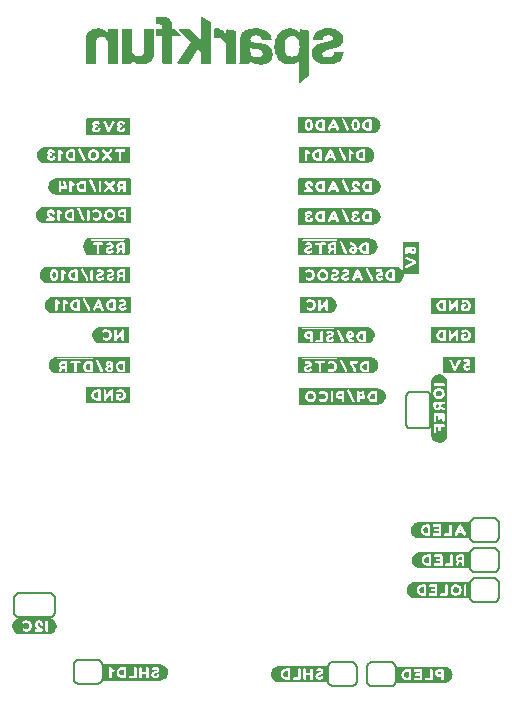
<source format=gbo>
G04 EAGLE Gerber RS-274X export*
G75*
%MOMM*%
%FSLAX34Y34*%
%LPD*%
%INSilkscreen Bottom*%
%IPPOS*%
%AMOC8*
5,1,8,0,0,1.08239X$1,22.5*%
G01*
%ADD10C,0.203200*%
%ADD11C,0.152400*%

G36*
X432804Y361454D02*
X432804Y361454D01*
X432807Y361451D01*
X433507Y361551D01*
X433508Y361552D01*
X433508Y361551D01*
X434108Y361651D01*
X434807Y361751D01*
X434812Y361756D01*
X434816Y361753D01*
X435416Y361953D01*
X435417Y361956D01*
X435419Y361955D01*
X436119Y362255D01*
X436124Y362263D01*
X436131Y362262D01*
X436629Y362660D01*
X437227Y363059D01*
X437228Y363062D01*
X437231Y363062D01*
X437731Y363462D01*
X437733Y363472D01*
X437741Y363473D01*
X438140Y364071D01*
X438538Y364569D01*
X438539Y364573D01*
X438541Y364573D01*
X438941Y365173D01*
X438941Y365178D01*
X438943Y365180D01*
X438942Y365183D01*
X438947Y365184D01*
X439146Y365781D01*
X439444Y366378D01*
X439442Y366389D01*
X439449Y366393D01*
X439649Y367793D01*
X439646Y367798D01*
X439649Y367800D01*
X439649Y368975D01*
X451970Y368975D01*
X451975Y368978D01*
X451978Y368975D01*
X452578Y369075D01*
X452619Y369119D01*
X452616Y369122D01*
X452619Y369124D01*
X452619Y395524D01*
X452611Y395535D01*
X452616Y395542D01*
X452416Y396042D01*
X452375Y396067D01*
X452370Y396073D01*
X439470Y396073D01*
X439459Y396065D01*
X439452Y396070D01*
X438952Y395870D01*
X438931Y395836D01*
X438923Y395829D01*
X438924Y395827D01*
X438921Y395824D01*
X438921Y371369D01*
X438744Y371722D01*
X438741Y371723D01*
X438742Y371725D01*
X438442Y372225D01*
X438437Y372227D01*
X438438Y372232D01*
X437938Y372831D01*
X437538Y373331D01*
X437528Y373333D01*
X437527Y373341D01*
X436929Y373740D01*
X436431Y374138D01*
X436423Y374139D01*
X436422Y374144D01*
X435222Y374744D01*
X435215Y374743D01*
X435214Y374747D01*
X434514Y374947D01*
X434509Y374946D01*
X434507Y374949D01*
X433808Y375049D01*
X433208Y375149D01*
X433203Y375146D01*
X433200Y375149D01*
X432900Y375149D01*
X432864Y375122D01*
X432855Y375119D01*
X432843Y375092D01*
X432829Y375140D01*
X432811Y375134D01*
X432800Y375149D01*
X351500Y375149D01*
X351479Y375133D01*
X351465Y375135D01*
X351165Y374835D01*
X351163Y374819D01*
X351153Y374811D01*
X351157Y374805D01*
X351151Y374800D01*
X351151Y361900D01*
X351164Y361882D01*
X351161Y361870D01*
X351461Y361470D01*
X351492Y361462D01*
X351500Y361451D01*
X432800Y361451D01*
X432804Y361454D01*
G37*
G36*
X208195Y412262D02*
X208195Y412262D01*
X208205Y412258D01*
X208705Y412558D01*
X208713Y412577D01*
X208720Y412582D01*
X208717Y412586D01*
X208719Y412592D01*
X208729Y412600D01*
X208729Y425400D01*
X208718Y425415D01*
X208722Y425425D01*
X208422Y425925D01*
X208388Y425939D01*
X208380Y425949D01*
X134880Y425949D01*
X134876Y425946D01*
X134873Y425949D01*
X133473Y425749D01*
X133470Y425745D01*
X133468Y425745D01*
X133467Y425745D01*
X133464Y425747D01*
X132864Y425547D01*
X132863Y425544D01*
X132861Y425545D01*
X132161Y425245D01*
X132159Y425243D01*
X132158Y425244D01*
X131558Y424944D01*
X131555Y424937D01*
X131549Y424938D01*
X130549Y424138D01*
X130548Y424134D01*
X130545Y424135D01*
X130045Y423635D01*
X130045Y423631D01*
X130042Y423631D01*
X129642Y423131D01*
X129641Y423127D01*
X129639Y423127D01*
X129239Y422527D01*
X129239Y422523D01*
X129236Y422522D01*
X128636Y421322D01*
X128637Y421317D01*
X128633Y421316D01*
X128433Y420716D01*
X128435Y420709D01*
X128431Y420707D01*
X128231Y419307D01*
X128236Y419298D01*
X128231Y419293D01*
X128331Y418597D01*
X128331Y418000D01*
X128337Y417992D01*
X128333Y417986D01*
X128533Y417286D01*
X128534Y417285D01*
X128533Y417284D01*
X128733Y416684D01*
X128738Y416681D01*
X128736Y416678D01*
X129336Y415478D01*
X129340Y415476D01*
X129339Y415473D01*
X129739Y414873D01*
X129742Y414872D01*
X129742Y414869D01*
X130142Y414369D01*
X130146Y414368D01*
X130145Y414365D01*
X130645Y413865D01*
X130652Y413864D01*
X130653Y413859D01*
X131253Y413459D01*
X131255Y413459D01*
X131255Y413458D01*
X131755Y413158D01*
X131760Y413158D01*
X131761Y413155D01*
X132459Y412855D01*
X133058Y412556D01*
X133069Y412558D01*
X133072Y412551D01*
X133672Y412451D01*
X133673Y412452D01*
X133673Y412451D01*
X135073Y412251D01*
X135078Y412254D01*
X135080Y412251D01*
X208180Y412251D01*
X208195Y412262D01*
G37*
G36*
X207506Y463070D02*
X207506Y463070D01*
X207519Y463070D01*
X207819Y463470D01*
X207819Y463478D01*
X207823Y463481D01*
X207819Y463485D01*
X207819Y463492D01*
X207829Y463500D01*
X207829Y476300D01*
X207816Y476318D01*
X207819Y476330D01*
X207519Y476730D01*
X207488Y476739D01*
X207480Y476749D01*
X135980Y476749D01*
X135976Y476746D01*
X135973Y476749D01*
X135273Y476649D01*
X135272Y476648D01*
X135272Y476649D01*
X134672Y476549D01*
X133973Y476449D01*
X133965Y476441D01*
X133958Y476444D01*
X133361Y476146D01*
X132764Y475947D01*
X132759Y475939D01*
X132753Y475941D01*
X132153Y475541D01*
X132152Y475538D01*
X132149Y475538D01*
X131649Y475138D01*
X131648Y475134D01*
X131645Y475135D01*
X130645Y474135D01*
X130645Y474131D01*
X130642Y474131D01*
X130242Y473631D01*
X130241Y473623D01*
X130236Y473622D01*
X129636Y472422D01*
X129637Y472415D01*
X129633Y472414D01*
X129607Y472323D01*
X129593Y472274D01*
X129551Y472126D01*
X129508Y471978D01*
X129494Y471929D01*
X129452Y471781D01*
X129433Y471715D01*
X129233Y471116D01*
X129235Y471109D01*
X129231Y471107D01*
X129131Y470407D01*
X129133Y470403D01*
X129133Y470402D01*
X129131Y470400D01*
X129131Y469700D01*
X129134Y469695D01*
X129131Y469692D01*
X129231Y469092D01*
X129331Y468393D01*
X129335Y468389D01*
X129333Y468386D01*
X129533Y467686D01*
X129534Y467685D01*
X129533Y467684D01*
X129733Y467084D01*
X129738Y467081D01*
X129736Y467078D01*
X130036Y466478D01*
X130040Y466476D01*
X130039Y466473D01*
X130439Y465873D01*
X130442Y465872D01*
X130442Y465869D01*
X130842Y465369D01*
X130846Y465368D01*
X130845Y465365D01*
X131345Y464865D01*
X131349Y464865D01*
X131349Y464862D01*
X131849Y464462D01*
X131853Y464461D01*
X131853Y464459D01*
X132453Y464059D01*
X132457Y464059D01*
X132458Y464056D01*
X133658Y463456D01*
X133663Y463457D01*
X133664Y463453D01*
X134264Y463253D01*
X134271Y463255D01*
X134273Y463251D01*
X135673Y463051D01*
X135678Y463054D01*
X135680Y463051D01*
X207480Y463051D01*
X207506Y463070D01*
G37*
G36*
X207788Y361480D02*
X207788Y361480D01*
X207796Y361482D01*
X207996Y361982D01*
X207992Y361995D01*
X207999Y362000D01*
X207999Y374800D01*
X207980Y374826D01*
X207980Y374839D01*
X207580Y375139D01*
X207562Y375139D01*
X207559Y375142D01*
X207555Y375142D01*
X207550Y375149D01*
X204650Y375149D01*
X204619Y375125D01*
X204607Y375124D01*
X204591Y375095D01*
X204590Y375096D01*
X204585Y375135D01*
X204563Y375132D01*
X204550Y375149D01*
X138250Y375149D01*
X138246Y375146D01*
X138243Y375149D01*
X137543Y375049D01*
X137542Y375048D01*
X137542Y375049D01*
X136942Y374949D01*
X136243Y374849D01*
X136235Y374841D01*
X136228Y374844D01*
X134428Y373944D01*
X134425Y373937D01*
X134419Y373938D01*
X133919Y373538D01*
X133918Y373534D01*
X133915Y373535D01*
X132915Y372535D01*
X132914Y372528D01*
X132909Y372527D01*
X132509Y371927D01*
X132509Y371923D01*
X132506Y371922D01*
X131906Y370722D01*
X131907Y370717D01*
X131903Y370716D01*
X131703Y370116D01*
X131705Y370109D01*
X131701Y370107D01*
X131601Y369408D01*
X131501Y368808D01*
X131504Y368803D01*
X131503Y368802D01*
X131501Y368800D01*
X131501Y367400D01*
X131507Y367392D01*
X131503Y367386D01*
X131702Y366689D01*
X131801Y366092D01*
X131809Y366085D01*
X131806Y366078D01*
X132406Y364878D01*
X132410Y364876D01*
X132409Y364873D01*
X132809Y364273D01*
X132812Y364272D01*
X132812Y364269D01*
X133212Y363769D01*
X133216Y363768D01*
X133215Y363765D01*
X133715Y363265D01*
X133719Y363265D01*
X133719Y363262D01*
X134219Y362862D01*
X134223Y362861D01*
X134223Y362859D01*
X134823Y362459D01*
X134827Y362459D01*
X134828Y362456D01*
X136028Y361856D01*
X136033Y361857D01*
X136034Y361853D01*
X136634Y361653D01*
X136641Y361655D01*
X136643Y361651D01*
X138043Y361451D01*
X138048Y361454D01*
X138050Y361451D01*
X207750Y361451D01*
X207788Y361480D01*
G37*
G36*
X417985Y258584D02*
X417985Y258584D01*
X417988Y258581D01*
X418588Y258681D01*
X419287Y258781D01*
X419292Y258786D01*
X419296Y258783D01*
X419896Y258983D01*
X419897Y258986D01*
X419899Y258985D01*
X420599Y259285D01*
X420601Y259287D01*
X420602Y259286D01*
X421202Y259586D01*
X421205Y259593D01*
X421211Y259592D01*
X421709Y259990D01*
X422307Y260389D01*
X422311Y260399D01*
X422318Y260399D01*
X422717Y260897D01*
X423215Y261395D01*
X423216Y261407D01*
X423224Y261408D01*
X424124Y263208D01*
X424123Y263213D01*
X424127Y263214D01*
X424327Y263814D01*
X424325Y263821D01*
X424329Y263823D01*
X424529Y265223D01*
X424526Y265228D01*
X424529Y265230D01*
X424529Y265830D01*
X424526Y265834D01*
X424529Y265837D01*
X424429Y266537D01*
X424425Y266541D01*
X424427Y266544D01*
X424227Y267244D01*
X424226Y267245D01*
X424227Y267246D01*
X424027Y267846D01*
X424022Y267849D01*
X424024Y267852D01*
X423424Y269052D01*
X423420Y269054D01*
X423421Y269057D01*
X423021Y269657D01*
X423018Y269658D01*
X423018Y269661D01*
X422618Y270161D01*
X422614Y270162D01*
X422615Y270165D01*
X422115Y270665D01*
X422108Y270666D01*
X422107Y270671D01*
X421507Y271071D01*
X421506Y271071D01*
X421505Y271072D01*
X421005Y271372D01*
X421002Y271372D01*
X421002Y271374D01*
X420402Y271674D01*
X420400Y271674D01*
X420399Y271675D01*
X419699Y271975D01*
X419691Y271973D01*
X419688Y271979D01*
X419088Y272079D01*
X419087Y272078D01*
X419087Y272079D01*
X417687Y272279D01*
X417682Y272276D01*
X417680Y272279D01*
X351280Y272279D01*
X351242Y272250D01*
X351234Y272248D01*
X351034Y271748D01*
X351035Y271746D01*
X351033Y271744D01*
X351037Y271738D01*
X351038Y271735D01*
X351031Y271730D01*
X351031Y258830D01*
X351060Y258792D01*
X351062Y258784D01*
X351562Y258584D01*
X351575Y258588D01*
X351580Y258581D01*
X417980Y258581D01*
X417985Y258584D01*
G37*
G36*
X208308Y336064D02*
X208308Y336064D01*
X208320Y336061D01*
X208720Y336361D01*
X208724Y336377D01*
X208731Y336382D01*
X208727Y336388D01*
X208729Y336392D01*
X208739Y336400D01*
X208739Y349200D01*
X208731Y349211D01*
X208736Y349218D01*
X208536Y349718D01*
X208495Y349743D01*
X208490Y349749D01*
X205390Y349749D01*
X205359Y349726D01*
X205347Y349724D01*
X205331Y349695D01*
X205330Y349696D01*
X205325Y349735D01*
X205303Y349732D01*
X205290Y349749D01*
X143090Y349749D01*
X143084Y349745D01*
X143077Y349747D01*
X143072Y349736D01*
X143043Y349713D01*
X143048Y349707D01*
X143047Y349706D01*
X143056Y349694D01*
X143055Y349691D01*
X143031Y349727D01*
X142998Y349739D01*
X142990Y349749D01*
X142390Y349749D01*
X142386Y349746D01*
X142383Y349749D01*
X140983Y349549D01*
X140980Y349545D01*
X140978Y349545D01*
X140977Y349545D01*
X140974Y349547D01*
X140374Y349347D01*
X140371Y349342D01*
X140368Y349344D01*
X139168Y348744D01*
X139166Y348740D01*
X139163Y348741D01*
X138563Y348341D01*
X138562Y348338D01*
X138559Y348338D01*
X138059Y347938D01*
X138058Y347934D01*
X138055Y347935D01*
X137555Y347435D01*
X137555Y347431D01*
X137552Y347431D01*
X137152Y346931D01*
X137151Y346927D01*
X137149Y346927D01*
X136749Y346327D01*
X136749Y346323D01*
X136746Y346322D01*
X136146Y345122D01*
X136147Y345117D01*
X136143Y345116D01*
X135943Y344516D01*
X135945Y344509D01*
X135941Y344507D01*
X135841Y343807D01*
X135844Y343802D01*
X135841Y343800D01*
X135841Y342400D01*
X135844Y342395D01*
X135841Y342392D01*
X135941Y341792D01*
X136041Y341093D01*
X136046Y341088D01*
X136043Y341084D01*
X136243Y340484D01*
X136246Y340483D01*
X136245Y340481D01*
X136545Y339781D01*
X136549Y339778D01*
X136548Y339775D01*
X136848Y339275D01*
X136849Y339274D01*
X136849Y339273D01*
X137249Y338673D01*
X137256Y338670D01*
X137255Y338665D01*
X138255Y337665D01*
X138259Y337665D01*
X138259Y337662D01*
X138759Y337262D01*
X138767Y337261D01*
X138768Y337256D01*
X140568Y336356D01*
X140579Y336358D01*
X140583Y336351D01*
X141282Y336251D01*
X141882Y336151D01*
X141883Y336152D01*
X141883Y336151D01*
X142583Y336051D01*
X142588Y336054D01*
X142590Y336051D01*
X208290Y336051D01*
X208308Y336064D01*
G37*
G36*
X413644Y436384D02*
X413644Y436384D01*
X413647Y436381D01*
X414347Y436481D01*
X414348Y436482D01*
X414348Y436481D01*
X414948Y436581D01*
X414951Y436585D01*
X414954Y436583D01*
X415654Y436783D01*
X415658Y436788D01*
X415662Y436786D01*
X416862Y437386D01*
X416865Y437393D01*
X416871Y437392D01*
X417371Y437792D01*
X417372Y437792D01*
X417972Y438292D01*
X417972Y438296D01*
X417975Y438295D01*
X418375Y438695D01*
X418375Y438699D01*
X418378Y438698D01*
X418878Y439298D01*
X418878Y439304D01*
X418882Y439305D01*
X419182Y439805D01*
X419182Y439810D01*
X419185Y439811D01*
X419485Y440509D01*
X419784Y441108D01*
X419782Y441119D01*
X419789Y441122D01*
X419888Y441719D01*
X419921Y441834D01*
X419963Y441982D01*
X419977Y442031D01*
X420019Y442179D01*
X420020Y442179D01*
X420019Y442179D01*
X420062Y442327D01*
X420076Y442376D01*
X420087Y442416D01*
X420085Y442423D01*
X420087Y442425D01*
X420086Y442427D01*
X420089Y442430D01*
X420089Y443830D01*
X420086Y443835D01*
X420089Y443838D01*
X419989Y444438D01*
X419985Y444441D01*
X419987Y444444D01*
X419787Y445144D01*
X419786Y445145D01*
X419787Y445146D01*
X419587Y445746D01*
X419582Y445749D01*
X419584Y445752D01*
X418984Y446952D01*
X418980Y446954D01*
X418981Y446957D01*
X418581Y447557D01*
X418574Y447560D01*
X418575Y447565D01*
X418075Y448065D01*
X418071Y448065D01*
X418071Y448068D01*
X417071Y448868D01*
X417067Y448869D01*
X417067Y448871D01*
X416467Y449271D01*
X416463Y449271D01*
X416462Y449274D01*
X415862Y449574D01*
X415857Y449573D01*
X415856Y449577D01*
X415256Y449777D01*
X415254Y449776D01*
X415254Y449777D01*
X414554Y449977D01*
X414544Y449974D01*
X414540Y449979D01*
X413844Y449979D01*
X413248Y450079D01*
X413243Y450076D01*
X413240Y450079D01*
X350940Y450079D01*
X350931Y450072D01*
X350927Y450072D01*
X350922Y450076D01*
X350422Y449876D01*
X350406Y449849D01*
X350393Y449839D01*
X350396Y449834D01*
X350391Y449830D01*
X350391Y436930D01*
X350399Y436919D01*
X350394Y436912D01*
X350594Y436412D01*
X350635Y436387D01*
X350640Y436381D01*
X413640Y436381D01*
X413644Y436384D01*
G37*
G36*
X207871Y436389D02*
X207871Y436389D01*
X207878Y436384D01*
X208378Y436584D01*
X208393Y436608D01*
X208400Y436614D01*
X208398Y436617D01*
X208403Y436625D01*
X208409Y436630D01*
X208409Y449530D01*
X208401Y449541D01*
X208406Y449548D01*
X208206Y450048D01*
X208165Y450073D01*
X208160Y450079D01*
X146060Y450079D01*
X146053Y450074D01*
X146045Y450077D01*
X146041Y450065D01*
X146013Y450043D01*
X146018Y450037D01*
X146017Y450036D01*
X146026Y450024D01*
X146025Y450021D01*
X146001Y450057D01*
X145968Y450069D01*
X145960Y450079D01*
X145360Y450079D01*
X145356Y450076D01*
X145353Y450079D01*
X143953Y449879D01*
X143950Y449875D01*
X143948Y449875D01*
X143947Y449875D01*
X143944Y449877D01*
X143344Y449677D01*
X143343Y449674D01*
X143341Y449675D01*
X142641Y449375D01*
X142639Y449373D01*
X142638Y449374D01*
X142038Y449074D01*
X142037Y449071D01*
X142035Y449072D01*
X141535Y448772D01*
X141531Y448764D01*
X141525Y448765D01*
X140525Y447765D01*
X140525Y447761D01*
X140522Y447761D01*
X139722Y446761D01*
X139721Y446753D01*
X139716Y446752D01*
X139416Y446152D01*
X139416Y446150D01*
X139415Y446149D01*
X139115Y445449D01*
X139116Y445446D01*
X139113Y445446D01*
X138913Y444846D01*
X138915Y444839D01*
X138911Y444837D01*
X138711Y443437D01*
X138714Y443432D01*
X138711Y443430D01*
X138711Y442830D01*
X138714Y442826D01*
X138711Y442823D01*
X138811Y442123D01*
X138815Y442119D01*
X138813Y442116D01*
X139013Y441416D01*
X139014Y441415D01*
X139013Y441414D01*
X139413Y440214D01*
X139421Y440209D01*
X139419Y440203D01*
X140219Y439003D01*
X140222Y439002D01*
X140222Y438999D01*
X140622Y438499D01*
X140626Y438498D01*
X140625Y438495D01*
X141125Y437995D01*
X141129Y437995D01*
X141129Y437992D01*
X141629Y437592D01*
X141637Y437591D01*
X141638Y437586D01*
X142838Y436986D01*
X142840Y436986D01*
X142841Y436985D01*
X143541Y436685D01*
X143549Y436687D01*
X143552Y436681D01*
X144152Y436581D01*
X144153Y436582D01*
X144153Y436581D01*
X145553Y436381D01*
X145558Y436384D01*
X145560Y436381D01*
X207860Y436381D01*
X207871Y436389D01*
G37*
G36*
X413345Y488454D02*
X413345Y488454D01*
X413348Y488451D01*
X413948Y488551D01*
X414647Y488651D01*
X414652Y488656D01*
X414656Y488653D01*
X415255Y488853D01*
X415954Y489053D01*
X415958Y489058D01*
X415962Y489056D01*
X416562Y489356D01*
X416565Y489363D01*
X416571Y489362D01*
X417069Y489760D01*
X417667Y490159D01*
X417670Y490166D01*
X417675Y490165D01*
X418175Y490665D01*
X418175Y490669D01*
X418178Y490669D01*
X418578Y491169D01*
X418579Y491173D01*
X418581Y491173D01*
X418981Y491773D01*
X418981Y491777D01*
X418984Y491778D01*
X419584Y492978D01*
X419583Y492983D01*
X419587Y492984D01*
X419787Y493584D01*
X419785Y493591D01*
X419789Y493593D01*
X419989Y494993D01*
X419986Y494998D01*
X419989Y495000D01*
X419989Y495700D01*
X419986Y495705D01*
X419989Y495708D01*
X419889Y496308D01*
X419789Y497007D01*
X419784Y497012D01*
X419787Y497016D01*
X419587Y497616D01*
X419584Y497617D01*
X419585Y497619D01*
X419285Y498319D01*
X419283Y498321D01*
X419284Y498322D01*
X418984Y498922D01*
X418977Y498925D01*
X418978Y498931D01*
X418578Y499431D01*
X418574Y499432D01*
X418575Y499435D01*
X418077Y499933D01*
X417678Y500431D01*
X417668Y500433D01*
X417667Y500441D01*
X417069Y500840D01*
X416571Y501238D01*
X416563Y501239D01*
X416562Y501244D01*
X415962Y501544D01*
X415955Y501543D01*
X415954Y501547D01*
X415255Y501747D01*
X414656Y501947D01*
X414651Y501945D01*
X414649Y501945D01*
X414647Y501949D01*
X413247Y502149D01*
X413242Y502146D01*
X413240Y502149D01*
X350840Y502149D01*
X350814Y502130D01*
X350801Y502130D01*
X350501Y501730D01*
X350501Y501718D01*
X350493Y501712D01*
X350498Y501705D01*
X350491Y501700D01*
X350491Y488800D01*
X350510Y488774D01*
X350510Y488761D01*
X350910Y488461D01*
X350932Y488461D01*
X350940Y488451D01*
X413340Y488451D01*
X413345Y488454D01*
G37*
G36*
X413244Y410984D02*
X413244Y410984D01*
X413247Y410981D01*
X414647Y411181D01*
X414652Y411186D01*
X414656Y411183D01*
X415856Y411583D01*
X415859Y411588D01*
X415862Y411586D01*
X416462Y411886D01*
X416464Y411890D01*
X416467Y411889D01*
X417667Y412689D01*
X417671Y412699D01*
X417678Y412699D01*
X418077Y413197D01*
X418575Y413695D01*
X418575Y413699D01*
X418578Y413699D01*
X418978Y414199D01*
X418979Y414207D01*
X418984Y414208D01*
X419284Y414808D01*
X419284Y414810D01*
X419285Y414811D01*
X419585Y415511D01*
X419585Y415514D01*
X419587Y415514D01*
X419787Y416114D01*
X419785Y416121D01*
X419789Y416123D01*
X419889Y416822D01*
X419989Y417422D01*
X419986Y417427D01*
X419989Y417430D01*
X419989Y418130D01*
X419986Y418134D01*
X419989Y418137D01*
X419789Y419537D01*
X419784Y419542D01*
X419787Y419546D01*
X419587Y420146D01*
X419582Y420149D01*
X419584Y420152D01*
X418984Y421352D01*
X418980Y421354D01*
X418981Y421357D01*
X418581Y421957D01*
X418578Y421958D01*
X418578Y421961D01*
X418178Y422461D01*
X418174Y422462D01*
X418175Y422465D01*
X417675Y422965D01*
X417671Y422965D01*
X417671Y422968D01*
X417171Y423368D01*
X417167Y423369D01*
X417167Y423371D01*
X416567Y423771D01*
X416563Y423771D01*
X416562Y423774D01*
X415962Y424074D01*
X415957Y424073D01*
X415956Y424077D01*
X415356Y424277D01*
X415354Y424276D01*
X415354Y424277D01*
X414654Y424477D01*
X414649Y424476D01*
X414647Y424479D01*
X413948Y424579D01*
X413348Y424679D01*
X413343Y424676D01*
X413340Y424679D01*
X350840Y424679D01*
X350814Y424660D01*
X350801Y424660D01*
X350501Y424260D01*
X350501Y424248D01*
X350493Y424242D01*
X350498Y424235D01*
X350491Y424230D01*
X350491Y411330D01*
X350510Y411304D01*
X350510Y411291D01*
X350910Y410991D01*
X350932Y410991D01*
X350940Y410981D01*
X413240Y410981D01*
X413244Y410984D01*
G37*
G36*
X207690Y285273D02*
X207690Y285273D01*
X207702Y285275D01*
X208002Y285775D01*
X208002Y285778D01*
X208003Y285779D01*
X208002Y285781D01*
X208000Y285793D01*
X208009Y285800D01*
X208009Y298600D01*
X207987Y298630D01*
X207985Y298642D01*
X207485Y298942D01*
X207473Y298941D01*
X207472Y298942D01*
X207465Y298942D01*
X207460Y298949D01*
X145560Y298949D01*
X145555Y298946D01*
X145552Y298949D01*
X144952Y298849D01*
X144253Y298749D01*
X144250Y298745D01*
X144248Y298745D01*
X144247Y298745D01*
X144244Y298747D01*
X143644Y298547D01*
X143643Y298544D01*
X143641Y298545D01*
X142941Y298245D01*
X142939Y298243D01*
X142938Y298244D01*
X142338Y297944D01*
X142335Y297937D01*
X142329Y297938D01*
X141829Y297538D01*
X141828Y297534D01*
X141825Y297535D01*
X141327Y297037D01*
X140829Y296638D01*
X140827Y296628D01*
X140819Y296627D01*
X140420Y296029D01*
X140022Y295531D01*
X140021Y295521D01*
X140015Y295519D01*
X139715Y294819D01*
X139715Y294818D01*
X139716Y294816D01*
X139713Y294816D01*
X139313Y293616D01*
X139315Y293609D01*
X139311Y293607D01*
X139111Y292207D01*
X139116Y292198D01*
X139111Y292193D01*
X139211Y291497D01*
X139211Y290900D01*
X139217Y290892D01*
X139213Y290886D01*
X139413Y290186D01*
X139414Y290185D01*
X139413Y290184D01*
X139613Y289584D01*
X139618Y289581D01*
X139616Y289578D01*
X139916Y288978D01*
X139920Y288976D01*
X139919Y288973D01*
X140719Y287773D01*
X140722Y287772D01*
X140722Y287769D01*
X141122Y287269D01*
X141129Y287267D01*
X141129Y287262D01*
X142129Y286462D01*
X142133Y286461D01*
X142133Y286459D01*
X142733Y286059D01*
X142737Y286059D01*
X142738Y286056D01*
X143338Y285756D01*
X143345Y285757D01*
X143346Y285753D01*
X144045Y285553D01*
X144644Y285353D01*
X144655Y285357D01*
X144660Y285351D01*
X145357Y285351D01*
X146053Y285251D01*
X146058Y285254D01*
X146060Y285251D01*
X207660Y285251D01*
X207690Y285273D01*
G37*
G36*
X411774Y285254D02*
X411774Y285254D01*
X411777Y285251D01*
X412477Y285351D01*
X412481Y285355D01*
X412484Y285353D01*
X413184Y285553D01*
X413185Y285554D01*
X413186Y285553D01*
X413786Y285753D01*
X413789Y285758D01*
X413792Y285756D01*
X414992Y286356D01*
X414994Y286360D01*
X414997Y286359D01*
X415597Y286759D01*
X415600Y286766D01*
X415605Y286765D01*
X416105Y287265D01*
X416105Y287269D01*
X416108Y287269D01*
X416908Y288269D01*
X416909Y288273D01*
X416911Y288273D01*
X417311Y288873D01*
X417311Y288877D01*
X417314Y288878D01*
X417614Y289478D01*
X417613Y289485D01*
X417617Y289486D01*
X417656Y289621D01*
X417670Y289670D01*
X417712Y289818D01*
X417754Y289965D01*
X417768Y290015D01*
X417810Y290162D01*
X417811Y290162D01*
X417810Y290162D01*
X417817Y290186D01*
X417816Y290190D01*
X417819Y290192D01*
X417919Y290792D01*
X417918Y290793D01*
X417919Y290793D01*
X418119Y292193D01*
X418114Y292202D01*
X418119Y292207D01*
X418019Y292907D01*
X418018Y292908D01*
X418019Y292908D01*
X417919Y293508D01*
X417915Y293511D01*
X417917Y293514D01*
X417717Y294214D01*
X417716Y294215D01*
X417717Y294216D01*
X417517Y294816D01*
X417512Y294819D01*
X417514Y294822D01*
X417214Y295422D01*
X417210Y295424D01*
X417211Y295427D01*
X416811Y296027D01*
X416808Y296028D01*
X416808Y296031D01*
X416408Y296531D01*
X416404Y296532D01*
X416405Y296535D01*
X415405Y297535D01*
X415396Y297536D01*
X415395Y297542D01*
X414896Y297842D01*
X414297Y298241D01*
X414288Y298240D01*
X414286Y298247D01*
X413686Y298447D01*
X413684Y298446D01*
X413684Y298447D01*
X412985Y298647D01*
X412386Y298847D01*
X412379Y298845D01*
X412377Y298849D01*
X411677Y298949D01*
X411672Y298946D01*
X411670Y298949D01*
X350270Y298949D01*
X350261Y298942D01*
X350252Y298936D01*
X350240Y298939D01*
X349840Y298639D01*
X349835Y298620D01*
X349823Y298611D01*
X349827Y298605D01*
X349821Y298600D01*
X349821Y285700D01*
X349834Y285682D01*
X349831Y285670D01*
X350131Y285270D01*
X350162Y285262D01*
X350170Y285251D01*
X411770Y285251D01*
X411774Y285254D01*
G37*
G36*
X411275Y385584D02*
X411275Y385584D01*
X411278Y385581D01*
X411878Y385681D01*
X411881Y385685D01*
X411884Y385683D01*
X412584Y385883D01*
X412585Y385884D01*
X412586Y385883D01*
X413186Y386083D01*
X413187Y386086D01*
X413189Y386085D01*
X413889Y386385D01*
X413892Y386389D01*
X413895Y386388D01*
X414395Y386688D01*
X414396Y386689D01*
X414397Y386689D01*
X414997Y387089D01*
X414998Y387092D01*
X415001Y387092D01*
X415501Y387492D01*
X415502Y387496D01*
X415505Y387495D01*
X416005Y387995D01*
X416006Y388002D01*
X416011Y388003D01*
X416411Y388603D01*
X416411Y388607D01*
X416414Y388608D01*
X417314Y390408D01*
X417312Y390419D01*
X417319Y390423D01*
X417419Y391122D01*
X417519Y391722D01*
X417518Y391723D01*
X417519Y391723D01*
X417619Y392423D01*
X417614Y392432D01*
X417619Y392437D01*
X417419Y393837D01*
X417418Y393838D01*
X417419Y393838D01*
X417319Y394438D01*
X417311Y394445D01*
X417314Y394452D01*
X417015Y395051D01*
X416715Y395749D01*
X416711Y395752D01*
X416712Y395755D01*
X416412Y396255D01*
X416411Y396256D01*
X416411Y396257D01*
X416011Y396857D01*
X416004Y396860D01*
X416005Y396865D01*
X415505Y397365D01*
X415501Y397365D01*
X415501Y397368D01*
X415001Y397768D01*
X414997Y397769D01*
X414997Y397771D01*
X414397Y398171D01*
X414396Y398171D01*
X414395Y398172D01*
X413895Y398472D01*
X413890Y398472D01*
X413889Y398475D01*
X413189Y398775D01*
X413186Y398775D01*
X413186Y398777D01*
X412586Y398977D01*
X412584Y398976D01*
X412584Y398977D01*
X411884Y399177D01*
X411880Y399176D01*
X411878Y399179D01*
X411278Y399279D01*
X411273Y399276D01*
X411270Y399279D01*
X350470Y399279D01*
X350423Y399243D01*
X350425Y399240D01*
X350421Y399238D01*
X350321Y398638D01*
X350324Y398633D01*
X350321Y398630D01*
X350321Y385730D01*
X350357Y385683D01*
X350360Y385685D01*
X350362Y385681D01*
X350962Y385581D01*
X350967Y385584D01*
X350970Y385581D01*
X411270Y385581D01*
X411275Y385584D01*
G37*
G36*
X351559Y530491D02*
X351559Y530491D01*
X351621Y530493D01*
X351643Y530506D01*
X351669Y530510D01*
X351740Y530558D01*
X351773Y530576D01*
X351779Y530584D01*
X351789Y530591D01*
X352674Y531476D01*
X353658Y532263D01*
X353664Y532271D01*
X353674Y532277D01*
X354674Y533177D01*
X354680Y533185D01*
X354689Y533191D01*
X355574Y534076D01*
X356558Y534863D01*
X356564Y534871D01*
X356574Y534877D01*
X357566Y535770D01*
X358558Y536563D01*
X358569Y536578D01*
X358589Y536591D01*
X359489Y537491D01*
X359529Y537556D01*
X359573Y537618D01*
X359575Y537630D01*
X359580Y537638D01*
X359584Y537675D01*
X359600Y537760D01*
X359600Y574660D01*
X359598Y574669D01*
X359600Y574679D01*
X359578Y574753D01*
X359561Y574829D01*
X359555Y574836D01*
X359552Y574845D01*
X359500Y574903D01*
X359451Y574962D01*
X359442Y574966D01*
X359435Y574973D01*
X359303Y575031D01*
X357503Y575431D01*
X357484Y575431D01*
X357462Y575438D01*
X356578Y575536D01*
X355595Y575733D01*
X355580Y575732D01*
X355562Y575738D01*
X354682Y575836D01*
X352903Y576231D01*
X352883Y576231D01*
X352858Y576238D01*
X351858Y576338D01*
X351789Y576329D01*
X351719Y576327D01*
X351704Y576318D01*
X351686Y576316D01*
X351628Y576277D01*
X351567Y576244D01*
X351557Y576229D01*
X351542Y576220D01*
X351507Y576159D01*
X351467Y576102D01*
X351464Y576083D01*
X351456Y576069D01*
X351453Y576030D01*
X351440Y575960D01*
X351440Y573529D01*
X351328Y573684D01*
X351317Y573693D01*
X351313Y573701D01*
X351310Y573703D01*
X351304Y573713D01*
X350977Y574081D01*
X350639Y574461D01*
X350504Y574613D01*
X350475Y574633D01*
X350438Y574672D01*
X348438Y576072D01*
X348403Y576086D01*
X348350Y576117D01*
X347250Y576517D01*
X347233Y576519D01*
X347212Y576529D01*
X346012Y576829D01*
X345998Y576829D01*
X345983Y576835D01*
X344783Y577035D01*
X344767Y577034D01*
X344749Y577039D01*
X343449Y577139D01*
X343421Y577135D01*
X343383Y577138D01*
X340283Y576838D01*
X340251Y576827D01*
X340200Y576821D01*
X337500Y575921D01*
X337467Y575900D01*
X337406Y575874D01*
X335206Y574374D01*
X335183Y574350D01*
X335144Y574322D01*
X333344Y572422D01*
X333326Y572390D01*
X333289Y572347D01*
X331989Y570047D01*
X331983Y570026D01*
X331967Y570001D01*
X330967Y567501D01*
X330963Y567474D01*
X330948Y567440D01*
X330348Y564640D01*
X330349Y564616D01*
X330341Y564585D01*
X330141Y561585D01*
X330144Y561563D01*
X330141Y561533D01*
X330341Y558733D01*
X330348Y558710D01*
X330349Y558678D01*
X330949Y555978D01*
X330961Y555952D01*
X330969Y555914D01*
X331969Y553514D01*
X331982Y553495D01*
X331993Y553467D01*
X333293Y551267D01*
X333317Y551242D01*
X333344Y551199D01*
X335144Y549299D01*
X335173Y549280D01*
X335209Y549244D01*
X337309Y547844D01*
X337343Y547831D01*
X337391Y547802D01*
X339891Y546902D01*
X339927Y546898D01*
X339981Y546882D01*
X342881Y546582D01*
X342910Y546585D01*
X342949Y546581D01*
X344249Y546681D01*
X344262Y546685D01*
X344278Y546684D01*
X345578Y546884D01*
X345596Y546891D01*
X345620Y546893D01*
X346720Y547193D01*
X346739Y547203D01*
X346766Y547209D01*
X347966Y547709D01*
X347986Y547723D01*
X348016Y547734D01*
X349016Y548334D01*
X349024Y548342D01*
X349038Y548349D01*
X350038Y549049D01*
X350062Y549075D01*
X350104Y549107D01*
X350904Y550007D01*
X350908Y550015D01*
X350917Y550022D01*
X351140Y550301D01*
X351140Y530860D01*
X351146Y530835D01*
X351143Y530809D01*
X351165Y530752D01*
X351179Y530691D01*
X351196Y530671D01*
X351205Y530647D01*
X351250Y530605D01*
X351289Y530558D01*
X351313Y530547D01*
X351332Y530530D01*
X351391Y530512D01*
X351448Y530487D01*
X351473Y530488D01*
X351498Y530480D01*
X351559Y530491D01*
G37*
G36*
X408804Y310654D02*
X408804Y310654D01*
X408807Y310651D01*
X409507Y310751D01*
X409512Y310756D01*
X409516Y310753D01*
X410115Y310953D01*
X410814Y311153D01*
X410818Y311158D01*
X410822Y311156D01*
X412022Y311756D01*
X412025Y311763D01*
X412031Y311762D01*
X413031Y312562D01*
X413032Y312566D01*
X413035Y312565D01*
X413535Y313065D01*
X413536Y313072D01*
X413541Y313073D01*
X413941Y313673D01*
X413941Y313677D01*
X413944Y313678D01*
X414844Y315478D01*
X414842Y315489D01*
X414849Y315493D01*
X414949Y316192D01*
X415049Y316792D01*
X415048Y316793D01*
X415049Y316793D01*
X415149Y317493D01*
X415144Y317502D01*
X415149Y317507D01*
X415049Y318207D01*
X415048Y318208D01*
X415049Y318208D01*
X414949Y318808D01*
X414849Y319507D01*
X414841Y319515D01*
X414844Y319522D01*
X414545Y320121D01*
X414245Y320819D01*
X414241Y320822D01*
X414242Y320825D01*
X413942Y321325D01*
X413941Y321326D01*
X413941Y321327D01*
X413541Y321927D01*
X413534Y321930D01*
X413535Y321935D01*
X413035Y322435D01*
X413031Y322435D01*
X413031Y322438D01*
X412031Y323238D01*
X412023Y323239D01*
X412022Y323244D01*
X411422Y323544D01*
X411420Y323544D01*
X411419Y323545D01*
X410719Y323845D01*
X410716Y323845D01*
X410716Y323847D01*
X410116Y324047D01*
X410114Y324046D01*
X410114Y324047D01*
X409414Y324247D01*
X409410Y324246D01*
X409408Y324249D01*
X408808Y324349D01*
X408803Y324346D01*
X408800Y324349D01*
X350700Y324349D01*
X350691Y324342D01*
X350682Y324336D01*
X350670Y324339D01*
X350270Y324039D01*
X350265Y324020D01*
X350253Y324011D01*
X350257Y324005D01*
X350251Y324000D01*
X350251Y311200D01*
X350262Y311185D01*
X350258Y311175D01*
X350558Y310675D01*
X350592Y310661D01*
X350600Y310651D01*
X408800Y310651D01*
X408804Y310654D01*
G37*
G36*
X408004Y463054D02*
X408004Y463054D01*
X408007Y463051D01*
X408707Y463151D01*
X408708Y463152D01*
X408708Y463151D01*
X409308Y463251D01*
X409311Y463255D01*
X409314Y463253D01*
X410014Y463453D01*
X410015Y463454D01*
X410016Y463453D01*
X410616Y463653D01*
X410619Y463658D01*
X410622Y463656D01*
X411222Y463956D01*
X411224Y463960D01*
X411227Y463959D01*
X411827Y464359D01*
X411828Y464362D01*
X411831Y464362D01*
X412831Y465162D01*
X412833Y465169D01*
X412838Y465168D01*
X413338Y465768D01*
X413338Y465774D01*
X413342Y465775D01*
X413642Y466274D01*
X414041Y466873D01*
X414041Y466878D01*
X414042Y466879D01*
X414040Y466881D01*
X414040Y466882D01*
X414047Y466884D01*
X414247Y467484D01*
X414246Y467486D01*
X414247Y467486D01*
X414257Y467519D01*
X414271Y467568D01*
X414313Y467716D01*
X414355Y467864D01*
X414369Y467913D01*
X414411Y468061D01*
X414412Y468061D01*
X414411Y468061D01*
X414447Y468185D01*
X414647Y468784D01*
X414645Y468791D01*
X414649Y468793D01*
X414749Y469493D01*
X414746Y469498D01*
X414749Y469500D01*
X414749Y470200D01*
X414746Y470204D01*
X414749Y470207D01*
X414649Y470907D01*
X414648Y470908D01*
X414649Y470908D01*
X414549Y471508D01*
X414545Y471511D01*
X414547Y471514D01*
X414347Y472214D01*
X414342Y472218D01*
X414344Y472222D01*
X413744Y473422D01*
X413740Y473424D01*
X413741Y473427D01*
X413341Y474027D01*
X413338Y474028D01*
X413338Y474031D01*
X412938Y474531D01*
X412934Y474532D01*
X412935Y474535D01*
X412435Y475035D01*
X412431Y475035D01*
X412431Y475038D01*
X411931Y475438D01*
X411923Y475439D01*
X411922Y475444D01*
X411325Y475743D01*
X410727Y476141D01*
X410718Y476140D01*
X410716Y476147D01*
X410116Y476347D01*
X410114Y476346D01*
X410114Y476347D01*
X409414Y476547D01*
X409410Y476546D01*
X409408Y476549D01*
X408808Y476649D01*
X408807Y476648D01*
X408807Y476649D01*
X408107Y476749D01*
X408102Y476746D01*
X408100Y476749D01*
X351000Y476749D01*
X350974Y476730D01*
X350961Y476730D01*
X350661Y476330D01*
X350661Y476318D01*
X350653Y476312D01*
X350658Y476305D01*
X350651Y476300D01*
X350651Y463400D01*
X350670Y463374D01*
X350670Y463361D01*
X351070Y463061D01*
X351092Y463061D01*
X351100Y463051D01*
X408000Y463051D01*
X408004Y463054D01*
G37*
G36*
X470351Y226324D02*
X470351Y226324D01*
X470354Y226321D01*
X470954Y226421D01*
X470957Y226425D01*
X470960Y226423D01*
X471660Y226623D01*
X471661Y226624D01*
X471662Y226623D01*
X472262Y226823D01*
X472265Y226828D01*
X472268Y226826D01*
X472868Y227126D01*
X472870Y227130D01*
X472873Y227129D01*
X473473Y227529D01*
X473474Y227532D01*
X473477Y227532D01*
X473977Y227932D01*
X473978Y227936D01*
X473981Y227935D01*
X474981Y228935D01*
X474981Y228939D01*
X474984Y228939D01*
X475384Y229439D01*
X475385Y229447D01*
X475390Y229448D01*
X475990Y230648D01*
X475989Y230655D01*
X475993Y230656D01*
X476017Y230740D01*
X476031Y230789D01*
X476073Y230937D01*
X476074Y230937D01*
X476073Y230937D01*
X476116Y231085D01*
X476130Y231134D01*
X476172Y231282D01*
X476193Y231355D01*
X476393Y231954D01*
X476391Y231961D01*
X476395Y231963D01*
X476495Y232663D01*
X476492Y232668D01*
X476495Y232670D01*
X476495Y277370D01*
X476493Y277373D01*
X476495Y277376D01*
X476494Y277376D01*
X476495Y277377D01*
X476395Y278077D01*
X476394Y278078D01*
X476395Y278078D01*
X476295Y278678D01*
X476195Y279377D01*
X476190Y279382D01*
X476193Y279386D01*
X475993Y279986D01*
X475988Y279989D01*
X475990Y279992D01*
X475690Y280592D01*
X475686Y280594D01*
X475687Y280597D01*
X475287Y281197D01*
X475284Y281198D01*
X475284Y281201D01*
X474884Y281701D01*
X474880Y281702D01*
X474881Y281705D01*
X473881Y282705D01*
X473877Y282705D01*
X473877Y282708D01*
X473377Y283108D01*
X473369Y283109D01*
X473368Y283114D01*
X472168Y283714D01*
X472163Y283713D01*
X472162Y283717D01*
X471562Y283917D01*
X471560Y283916D01*
X471560Y283917D01*
X470860Y284117D01*
X470855Y284116D01*
X470853Y284119D01*
X470153Y284219D01*
X470148Y284216D01*
X470146Y284219D01*
X469446Y284219D01*
X469441Y284216D01*
X469438Y284219D01*
X468838Y284119D01*
X468139Y284019D01*
X468134Y284014D01*
X468130Y284017D01*
X467531Y283817D01*
X466832Y283617D01*
X466828Y283612D01*
X466824Y283614D01*
X466224Y283314D01*
X466222Y283310D01*
X466219Y283311D01*
X465619Y282911D01*
X465618Y282908D01*
X465615Y282908D01*
X465115Y282508D01*
X465114Y282504D01*
X465111Y282505D01*
X464611Y282005D01*
X464611Y282001D01*
X464608Y282001D01*
X464208Y281501D01*
X464207Y281497D01*
X464205Y281497D01*
X463805Y280897D01*
X463805Y280893D01*
X463802Y280892D01*
X463202Y279692D01*
X463203Y279687D01*
X463199Y279686D01*
X462999Y279086D01*
X463000Y279082D01*
X462998Y279081D01*
X463000Y279079D01*
X462997Y279077D01*
X462797Y277677D01*
X462800Y277672D01*
X462797Y277670D01*
X462797Y232670D01*
X462800Y232665D01*
X462797Y232662D01*
X462897Y232062D01*
X462901Y232059D01*
X462899Y232056D01*
X463299Y230656D01*
X463304Y230652D01*
X463302Y230648D01*
X463902Y229448D01*
X463909Y229445D01*
X463908Y229439D01*
X464708Y228439D01*
X464712Y228438D01*
X464711Y228435D01*
X465211Y227935D01*
X465218Y227934D01*
X465219Y227929D01*
X465817Y227530D01*
X466315Y227132D01*
X466328Y227131D01*
X466330Y227123D01*
X466928Y226924D01*
X467627Y226625D01*
X467635Y226627D01*
X467638Y226621D01*
X468235Y226522D01*
X468932Y226323D01*
X468942Y226326D01*
X468946Y226321D01*
X470346Y226321D01*
X470351Y226324D01*
G37*
G36*
X233225Y24904D02*
X233225Y24904D01*
X233228Y24901D01*
X233828Y25001D01*
X234527Y25101D01*
X235227Y25201D01*
X235235Y25209D01*
X235242Y25206D01*
X237042Y26106D01*
X237045Y26113D01*
X237051Y26112D01*
X237551Y26512D01*
X237552Y26516D01*
X237555Y26515D01*
X238555Y27515D01*
X238555Y27519D01*
X238558Y27519D01*
X238958Y28019D01*
X238959Y28027D01*
X238964Y28028D01*
X239564Y29228D01*
X239563Y29235D01*
X239567Y29236D01*
X239591Y29320D01*
X239605Y29369D01*
X239647Y29517D01*
X239648Y29517D01*
X239647Y29517D01*
X239690Y29665D01*
X239704Y29714D01*
X239746Y29862D01*
X239767Y29936D01*
X239766Y29941D01*
X239769Y29943D01*
X239869Y30642D01*
X239969Y31242D01*
X239966Y31247D01*
X239969Y31250D01*
X239969Y32650D01*
X239962Y32659D01*
X239967Y32666D01*
X239768Y33261D01*
X239669Y33957D01*
X239661Y33965D01*
X239664Y33972D01*
X239064Y35172D01*
X239060Y35174D01*
X239061Y35177D01*
X238661Y35777D01*
X238658Y35778D01*
X238658Y35781D01*
X238258Y36281D01*
X238254Y36282D01*
X238255Y36285D01*
X237755Y36785D01*
X237751Y36785D01*
X237751Y36788D01*
X237251Y37188D01*
X237247Y37189D01*
X237247Y37191D01*
X236647Y37591D01*
X236643Y37591D01*
X236642Y37594D01*
X235442Y38194D01*
X235437Y38193D01*
X235436Y38197D01*
X234836Y38397D01*
X234831Y38395D01*
X234829Y38395D01*
X234827Y38399D01*
X233427Y38599D01*
X233422Y38596D01*
X233420Y38599D01*
X233220Y38599D01*
X233196Y38581D01*
X233182Y38581D01*
X233159Y38554D01*
X233160Y38578D01*
X233135Y38579D01*
X233120Y38599D01*
X185120Y38599D01*
X185073Y38563D01*
X185076Y38559D01*
X185073Y38556D01*
X185075Y38553D01*
X185071Y38550D01*
X185071Y24950D01*
X185107Y24903D01*
X185114Y24908D01*
X185120Y24901D01*
X233220Y24901D01*
X233225Y24904D01*
G37*
G36*
X496500Y94773D02*
X496500Y94773D01*
X496512Y94775D01*
X496812Y95275D01*
X496812Y95278D01*
X496813Y95279D01*
X496812Y95281D01*
X496810Y95293D01*
X496819Y95300D01*
X496819Y108100D01*
X496797Y108130D01*
X496795Y108142D01*
X496295Y108442D01*
X496283Y108441D01*
X496282Y108442D01*
X496275Y108442D01*
X496270Y108449D01*
X448670Y108449D01*
X448666Y108446D01*
X448663Y108449D01*
X447263Y108249D01*
X447260Y108245D01*
X447258Y108245D01*
X447257Y108245D01*
X447254Y108247D01*
X446654Y108047D01*
X446651Y108042D01*
X446648Y108044D01*
X445448Y107444D01*
X445446Y107440D01*
X445443Y107441D01*
X444843Y107041D01*
X444840Y107034D01*
X444835Y107035D01*
X444337Y106537D01*
X443839Y106138D01*
X443837Y106128D01*
X443829Y106127D01*
X443430Y105529D01*
X443032Y105031D01*
X443031Y105023D01*
X443026Y105022D01*
X442726Y104422D01*
X442727Y104419D01*
X442724Y104417D01*
X442726Y104415D01*
X442723Y104414D01*
X442696Y104319D01*
X442653Y104171D01*
X442639Y104122D01*
X442597Y103974D01*
X442555Y103826D01*
X442541Y103777D01*
X442523Y103715D01*
X442323Y103116D01*
X442325Y103109D01*
X442321Y103107D01*
X442121Y101707D01*
X442126Y101698D01*
X442121Y101693D01*
X442221Y100993D01*
X442222Y100992D01*
X442221Y100992D01*
X442321Y100392D01*
X442421Y99693D01*
X442426Y99688D01*
X442423Y99684D01*
X442623Y99084D01*
X442628Y99081D01*
X442626Y99078D01*
X442926Y98478D01*
X442930Y98476D01*
X442929Y98473D01*
X443729Y97273D01*
X443732Y97272D01*
X443732Y97269D01*
X444132Y96769D01*
X444139Y96767D01*
X444139Y96762D01*
X444639Y96362D01*
X444643Y96361D01*
X444643Y96359D01*
X445241Y95960D01*
X445739Y95562D01*
X445747Y95561D01*
X445748Y95556D01*
X446348Y95256D01*
X446355Y95257D01*
X446356Y95253D01*
X447055Y95053D01*
X447654Y94853D01*
X447665Y94857D01*
X447670Y94851D01*
X448367Y94851D01*
X449063Y94751D01*
X449068Y94754D01*
X449070Y94751D01*
X496470Y94751D01*
X496500Y94773D01*
G37*
G36*
X495345Y145554D02*
X495345Y145554D01*
X495348Y145551D01*
X495948Y145651D01*
X495989Y145695D01*
X495986Y145698D01*
X495989Y145700D01*
X495989Y158600D01*
X495986Y158605D01*
X495989Y158608D01*
X495889Y159208D01*
X495845Y159249D01*
X495843Y159246D01*
X495840Y159249D01*
X451840Y159249D01*
X451836Y159246D01*
X451833Y159249D01*
X451133Y159149D01*
X451128Y159144D01*
X451124Y159147D01*
X450525Y158947D01*
X449826Y158747D01*
X449822Y158742D01*
X449818Y158744D01*
X448618Y158144D01*
X448615Y158137D01*
X448609Y158138D01*
X448109Y157738D01*
X448108Y157734D01*
X448105Y157735D01*
X447105Y156735D01*
X447105Y156731D01*
X447102Y156731D01*
X446702Y156231D01*
X446701Y156223D01*
X446696Y156222D01*
X445796Y154422D01*
X445798Y154411D01*
X445791Y154407D01*
X445691Y153707D01*
X445591Y153008D01*
X445491Y152408D01*
X445497Y152398D01*
X445491Y152393D01*
X445691Y150993D01*
X445696Y150988D01*
X445693Y150984D01*
X445893Y150385D01*
X446093Y149686D01*
X446098Y149682D01*
X446096Y149678D01*
X446396Y149078D01*
X446400Y149076D01*
X446399Y149073D01*
X446799Y148473D01*
X446802Y148472D01*
X446802Y148469D01*
X447602Y147469D01*
X447609Y147467D01*
X447609Y147462D01*
X448109Y147062D01*
X448113Y147061D01*
X448113Y147059D01*
X449313Y146259D01*
X449322Y146260D01*
X449324Y146253D01*
X449924Y146053D01*
X449926Y146054D01*
X449926Y146053D01*
X450625Y145853D01*
X451224Y145653D01*
X451231Y145655D01*
X451233Y145651D01*
X451933Y145551D01*
X451938Y145554D01*
X451940Y145551D01*
X495340Y145551D01*
X495345Y145554D01*
G37*
G36*
X319636Y546484D02*
X319636Y546484D01*
X319658Y546482D01*
X320658Y546582D01*
X320677Y546588D01*
X320703Y546589D01*
X322503Y546989D01*
X322518Y546996D01*
X322540Y546999D01*
X323440Y547299D01*
X323460Y547312D01*
X323490Y547320D01*
X324170Y547660D01*
X324290Y547720D01*
X324297Y547726D01*
X324309Y547730D01*
X325009Y548130D01*
X325021Y548142D01*
X325041Y548151D01*
X325741Y548651D01*
X325750Y548660D01*
X325763Y548668D01*
X326363Y549168D01*
X326380Y549190D01*
X326409Y549213D01*
X327009Y549913D01*
X327023Y549939D01*
X327050Y549971D01*
X327850Y551371D01*
X327859Y551401D01*
X327881Y551440D01*
X328481Y553240D01*
X328484Y553273D01*
X328498Y553318D01*
X328598Y554218D01*
X328598Y554222D01*
X328599Y554226D01*
X328699Y555326D01*
X328694Y555360D01*
X328697Y555411D01*
X328397Y557611D01*
X328386Y557639D01*
X328381Y557680D01*
X327781Y559480D01*
X327761Y559512D01*
X327740Y559566D01*
X326840Y560966D01*
X326812Y560993D01*
X326763Y561052D01*
X325563Y562052D01*
X325541Y562064D01*
X325516Y562086D01*
X324016Y562986D01*
X323988Y562995D01*
X323954Y563016D01*
X322354Y563616D01*
X322332Y563619D01*
X322307Y563630D01*
X320607Y564030D01*
X320596Y564030D01*
X320583Y564035D01*
X318783Y564335D01*
X318773Y564334D01*
X318762Y564338D01*
X316963Y564538D01*
X315266Y564737D01*
X313798Y564933D01*
X312433Y565323D01*
X311274Y565710D01*
X310476Y566153D01*
X309989Y566802D01*
X309900Y567777D01*
X309900Y568229D01*
X309993Y568782D01*
X310083Y569143D01*
X310258Y569582D01*
X310616Y570118D01*
X310845Y570348D01*
X311100Y570475D01*
X311190Y570520D01*
X311206Y570533D01*
X311231Y570544D01*
X311511Y570731D01*
X311761Y570855D01*
X311853Y570901D01*
X312203Y570989D01*
X312658Y571080D01*
X313020Y571080D01*
X313050Y571087D01*
X313095Y571087D01*
X313558Y571180D01*
X315082Y571180D01*
X316037Y570989D01*
X316428Y570891D01*
X316436Y570891D01*
X316445Y570887D01*
X316896Y570797D01*
X317629Y570431D01*
X317878Y570265D01*
X318425Y569718D01*
X318591Y569469D01*
X318773Y569104D01*
X318967Y568619D01*
X318975Y568607D01*
X318980Y568590D01*
X319157Y568236D01*
X319240Y567822D01*
X319240Y567260D01*
X319251Y567210D01*
X319253Y567159D01*
X319271Y567127D01*
X319279Y567091D01*
X319312Y567052D01*
X319336Y567007D01*
X319366Y566986D01*
X319389Y566958D01*
X319436Y566937D01*
X319478Y566907D01*
X319520Y566899D01*
X319548Y566887D01*
X319578Y566888D01*
X319620Y566880D01*
X327420Y566880D01*
X327497Y566898D01*
X327575Y566913D01*
X327581Y566917D01*
X327589Y566919D01*
X327650Y566970D01*
X327713Y567018D01*
X327717Y567025D01*
X327722Y567029D01*
X327755Y567102D01*
X327790Y567173D01*
X327790Y567181D01*
X327793Y567188D01*
X327792Y567221D01*
X327796Y567318D01*
X327596Y568618D01*
X327595Y568620D01*
X327595Y568623D01*
X327395Y569823D01*
X327384Y569850D01*
X327377Y569890D01*
X326977Y570990D01*
X326958Y571020D01*
X326936Y571071D01*
X325736Y572871D01*
X325720Y572886D01*
X325706Y572910D01*
X325006Y573710D01*
X324988Y573723D01*
X324987Y573725D01*
X324984Y573730D01*
X324981Y573732D01*
X324970Y573746D01*
X324170Y574446D01*
X324141Y574462D01*
X324105Y574492D01*
X323210Y574989D01*
X322216Y575586D01*
X322191Y575594D01*
X322161Y575613D01*
X321161Y576013D01*
X321142Y576016D01*
X321120Y576027D01*
X318920Y576627D01*
X318905Y576627D01*
X318888Y576634D01*
X317788Y576834D01*
X317785Y576834D01*
X317783Y576835D01*
X316583Y577035D01*
X316556Y577033D01*
X316520Y577040D01*
X312020Y577040D01*
X312005Y577037D01*
X311986Y577039D01*
X310886Y576939D01*
X310871Y576934D01*
X310852Y576934D01*
X308652Y576534D01*
X308649Y576533D01*
X308645Y576533D01*
X307645Y576333D01*
X307631Y576326D01*
X307611Y576324D01*
X306611Y576024D01*
X306592Y576014D01*
X306566Y576007D01*
X305666Y575607D01*
X305654Y575598D01*
X305635Y575592D01*
X304735Y575092D01*
X304719Y575077D01*
X304692Y575064D01*
X303892Y574464D01*
X303885Y574456D01*
X303873Y574449D01*
X303173Y573849D01*
X303152Y573821D01*
X303116Y573788D01*
X302516Y572988D01*
X302504Y572962D01*
X302480Y572930D01*
X302080Y572130D01*
X302077Y572116D01*
X302067Y572101D01*
X301667Y571101D01*
X301662Y571070D01*
X301646Y571028D01*
X301446Y569928D01*
X301447Y569912D01*
X301441Y569892D01*
X301341Y568692D01*
X301343Y568677D01*
X301340Y568660D01*
X301340Y552098D01*
X301247Y551635D01*
X301248Y551603D01*
X301240Y551560D01*
X301240Y551198D01*
X301147Y550735D01*
X301148Y550703D01*
X301140Y550660D01*
X301140Y550307D01*
X300951Y549552D01*
X300951Y549516D01*
X300940Y549460D01*
X300940Y549207D01*
X300855Y548866D01*
X300675Y548329D01*
X300504Y548071D01*
X300496Y548051D01*
X300480Y548030D01*
X300380Y547830D01*
X300368Y547780D01*
X300347Y547732D01*
X300348Y547697D01*
X300340Y547662D01*
X300351Y547611D01*
X300353Y547559D01*
X300371Y547528D01*
X300379Y547493D01*
X300411Y547453D01*
X300436Y547407D01*
X300465Y547386D01*
X300488Y547359D01*
X300535Y547337D01*
X300578Y547307D01*
X300619Y547299D01*
X300646Y547287D01*
X300677Y547288D01*
X300720Y547280D01*
X308620Y547280D01*
X308670Y547291D01*
X308721Y547293D01*
X308753Y547311D01*
X308789Y547319D01*
X308828Y547352D01*
X308873Y547376D01*
X308894Y547406D01*
X308922Y547429D01*
X308943Y547476D01*
X308973Y547518D01*
X308981Y547560D01*
X308993Y547588D01*
X308992Y547618D01*
X309000Y547660D01*
X309000Y547709D01*
X309009Y547723D01*
X309060Y547790D01*
X309160Y547990D01*
X309164Y548005D01*
X309173Y548018D01*
X309199Y548152D01*
X309200Y548159D01*
X309200Y548160D01*
X309200Y548209D01*
X309229Y548256D01*
X309273Y548318D01*
X309275Y548330D01*
X309280Y548338D01*
X309284Y548375D01*
X309300Y548460D01*
X309300Y548570D01*
X309360Y548690D01*
X309364Y548705D01*
X309373Y548718D01*
X309399Y548852D01*
X309400Y548859D01*
X309400Y548860D01*
X309400Y549070D01*
X309460Y549190D01*
X309464Y549205D01*
X309473Y549218D01*
X309499Y549352D01*
X309500Y549359D01*
X309500Y549360D01*
X309500Y549569D01*
X310382Y548863D01*
X310396Y548857D01*
X310409Y548844D01*
X311009Y548444D01*
X311017Y548441D01*
X311024Y548434D01*
X311524Y548134D01*
X311537Y548130D01*
X311550Y548120D01*
X312150Y547820D01*
X312173Y547814D01*
X312200Y547799D01*
X312774Y547608D01*
X313350Y547320D01*
X313373Y547314D01*
X313400Y547299D01*
X314000Y547099D01*
X314025Y547097D01*
X314058Y547085D01*
X314636Y546989D01*
X315316Y546794D01*
X315335Y546793D01*
X315358Y546785D01*
X315958Y546685D01*
X315984Y546687D01*
X316020Y546680D01*
X316689Y546680D01*
X317258Y546585D01*
X317262Y546585D01*
X317266Y546584D01*
X317966Y546484D01*
X317990Y546486D01*
X318020Y546480D01*
X319620Y546480D01*
X319636Y546484D01*
G37*
G36*
X375507Y23667D02*
X375507Y23667D01*
X375504Y23671D01*
X375509Y23673D01*
X375609Y24373D01*
X375606Y24378D01*
X375609Y24380D01*
X375609Y37180D01*
X375573Y37227D01*
X375569Y37224D01*
X375567Y37229D01*
X374867Y37329D01*
X374862Y37326D01*
X374860Y37329D01*
X333560Y37329D01*
X333556Y37326D01*
X333553Y37329D01*
X332853Y37229D01*
X332849Y37225D01*
X332846Y37227D01*
X332146Y37027D01*
X332145Y37026D01*
X332144Y37027D01*
X331544Y36827D01*
X331541Y36822D01*
X331538Y36824D01*
X330338Y36224D01*
X330336Y36220D01*
X330333Y36221D01*
X329733Y35821D01*
X329732Y35818D01*
X329729Y35818D01*
X329229Y35418D01*
X329227Y35411D01*
X329222Y35411D01*
X328822Y34911D01*
X328322Y34312D01*
X328322Y34306D01*
X328318Y34305D01*
X328018Y33805D01*
X328018Y33800D01*
X328015Y33799D01*
X327715Y33099D01*
X327716Y33096D01*
X327713Y33096D01*
X327313Y31896D01*
X327315Y31889D01*
X327311Y31887D01*
X327211Y31187D01*
X327214Y31182D01*
X327211Y31180D01*
X327211Y29780D01*
X327214Y29775D01*
X327211Y29772D01*
X327311Y29172D01*
X327315Y29169D01*
X327313Y29166D01*
X327513Y28466D01*
X327514Y28465D01*
X327513Y28464D01*
X327713Y27864D01*
X327718Y27861D01*
X327716Y27858D01*
X328316Y26658D01*
X328320Y26656D01*
X328319Y26653D01*
X328719Y26053D01*
X328729Y26049D01*
X328729Y26042D01*
X329227Y25643D01*
X329725Y25145D01*
X329732Y25144D01*
X329733Y25139D01*
X330333Y24739D01*
X330335Y24739D01*
X330335Y24738D01*
X330835Y24438D01*
X330840Y24438D01*
X330841Y24435D01*
X331541Y24135D01*
X331544Y24136D01*
X331544Y24133D01*
X332144Y23933D01*
X332146Y23934D01*
X332146Y23933D01*
X332846Y23733D01*
X332850Y23734D01*
X332852Y23731D01*
X333452Y23631D01*
X333457Y23634D01*
X333460Y23631D01*
X375460Y23631D01*
X375507Y23667D01*
G37*
G36*
X494351Y120159D02*
X494351Y120159D01*
X494358Y120154D01*
X494858Y120354D01*
X494873Y120378D01*
X494880Y120384D01*
X494878Y120387D01*
X494883Y120395D01*
X494889Y120400D01*
X494889Y133200D01*
X494886Y133205D01*
X494889Y133208D01*
X494789Y133808D01*
X494745Y133849D01*
X494743Y133846D01*
X494740Y133849D01*
X452840Y133849D01*
X452835Y133846D01*
X452832Y133849D01*
X452232Y133749D01*
X452229Y133745D01*
X452226Y133747D01*
X451526Y133547D01*
X451525Y133546D01*
X451524Y133547D01*
X450924Y133347D01*
X450923Y133344D01*
X450921Y133345D01*
X450221Y133045D01*
X450218Y133041D01*
X450215Y133042D01*
X449715Y132742D01*
X449714Y132741D01*
X449713Y132741D01*
X449113Y132341D01*
X449110Y132334D01*
X449105Y132335D01*
X448105Y131335D01*
X448105Y131331D01*
X448102Y131331D01*
X447702Y130831D01*
X447701Y130823D01*
X447696Y130822D01*
X447096Y129622D01*
X447096Y129620D01*
X447096Y129619D01*
X447097Y129615D01*
X447093Y129614D01*
X447052Y129472D01*
X447038Y129423D01*
X446996Y129275D01*
X446954Y129128D01*
X446940Y129078D01*
X446898Y128931D01*
X446893Y128915D01*
X446693Y128316D01*
X446695Y128309D01*
X446691Y128307D01*
X446591Y127607D01*
X446594Y127602D01*
X446591Y127600D01*
X446591Y126300D01*
X446594Y126296D01*
X446591Y126293D01*
X446691Y125593D01*
X446695Y125589D01*
X446693Y125586D01*
X446893Y124886D01*
X446898Y124882D01*
X446896Y124878D01*
X447796Y123078D01*
X447803Y123075D01*
X447802Y123069D01*
X448202Y122569D01*
X448206Y122568D01*
X448205Y122565D01*
X448705Y122065D01*
X448709Y122065D01*
X448709Y122062D01*
X449209Y121662D01*
X449213Y121661D01*
X449213Y121659D01*
X450413Y120859D01*
X450422Y120860D01*
X450424Y120853D01*
X451624Y120453D01*
X451626Y120454D01*
X451626Y120453D01*
X452326Y120253D01*
X452331Y120255D01*
X452333Y120251D01*
X453033Y120151D01*
X453038Y120154D01*
X453040Y120151D01*
X494340Y120151D01*
X494351Y120159D01*
G37*
G36*
X474072Y23126D02*
X474072Y23126D01*
X474075Y23123D01*
X474771Y23223D01*
X475468Y23223D01*
X475477Y23230D01*
X475484Y23225D01*
X476083Y23425D01*
X476782Y23625D01*
X476786Y23630D01*
X476790Y23628D01*
X477390Y23928D01*
X477392Y23932D01*
X477395Y23931D01*
X477995Y24331D01*
X477996Y24334D01*
X477999Y24334D01*
X478999Y25134D01*
X479000Y25138D01*
X479003Y25137D01*
X479503Y25637D01*
X479504Y25644D01*
X479509Y25645D01*
X479909Y26245D01*
X479909Y26249D01*
X479912Y26250D01*
X480512Y27450D01*
X480511Y27455D01*
X480515Y27456D01*
X480715Y28056D01*
X480714Y28058D01*
X480715Y28058D01*
X480751Y28182D01*
X480765Y28231D01*
X480807Y28379D01*
X480849Y28527D01*
X480863Y28576D01*
X480905Y28724D01*
X480906Y28724D01*
X480905Y28724D01*
X480915Y28758D01*
X480912Y28768D01*
X480917Y28772D01*
X480917Y29369D01*
X481017Y30065D01*
X481012Y30074D01*
X481017Y30079D01*
X480817Y31479D01*
X480812Y31484D01*
X480815Y31488D01*
X480615Y32087D01*
X480415Y32786D01*
X480410Y32790D01*
X480412Y32794D01*
X480112Y33394D01*
X480105Y33397D01*
X480106Y33403D01*
X479708Y33901D01*
X479309Y34499D01*
X479299Y34503D01*
X479299Y34510D01*
X478801Y34909D01*
X478303Y35407D01*
X478299Y35407D01*
X478299Y35410D01*
X477799Y35810D01*
X477791Y35811D01*
X477790Y35816D01*
X477190Y36116D01*
X477188Y36116D01*
X477187Y36117D01*
X476487Y36417D01*
X476484Y36417D01*
X476484Y36419D01*
X475884Y36619D01*
X475879Y36617D01*
X475877Y36617D01*
X475875Y36621D01*
X474475Y36821D01*
X474470Y36818D01*
X474468Y36821D01*
X432868Y36821D01*
X432821Y36785D01*
X432824Y36781D01*
X432819Y36779D01*
X432719Y36079D01*
X432722Y36074D01*
X432719Y36072D01*
X432719Y23272D01*
X432755Y23225D01*
X432759Y23228D01*
X432761Y23223D01*
X433461Y23123D01*
X433466Y23126D01*
X433468Y23123D01*
X474068Y23123D01*
X474072Y23126D01*
G37*
G36*
X257653Y547388D02*
X257653Y547388D01*
X257688Y547386D01*
X257737Y547407D01*
X257789Y547419D01*
X257815Y547441D01*
X257847Y547455D01*
X257892Y547505D01*
X257922Y547529D01*
X257930Y547545D01*
X257944Y547562D01*
X265397Y559757D01*
X267940Y557299D01*
X267940Y547760D01*
X267951Y547710D01*
X267953Y547659D01*
X267971Y547627D01*
X267979Y547591D01*
X268012Y547552D01*
X268036Y547507D01*
X268066Y547486D01*
X268089Y547458D01*
X268136Y547437D01*
X268178Y547407D01*
X268220Y547399D01*
X268248Y547387D01*
X268278Y547388D01*
X268320Y547380D01*
X276120Y547380D01*
X276170Y547391D01*
X276221Y547393D01*
X276253Y547411D01*
X276289Y547419D01*
X276328Y547452D01*
X276373Y547476D01*
X276394Y547506D01*
X276422Y547529D01*
X276443Y547576D01*
X276473Y547618D01*
X276481Y547660D01*
X276493Y547688D01*
X276492Y547718D01*
X276500Y547760D01*
X276500Y582460D01*
X276491Y582502D01*
X276491Y582544D01*
X276471Y582585D01*
X276461Y582629D01*
X276434Y582662D01*
X276415Y582700D01*
X276373Y582735D01*
X276351Y582762D01*
X276328Y582772D01*
X276304Y582793D01*
X268504Y587093D01*
X268447Y587109D01*
X268392Y587133D01*
X268364Y587132D01*
X268337Y587140D01*
X268279Y587129D01*
X268219Y587127D01*
X268194Y587113D01*
X268167Y587108D01*
X268119Y587072D01*
X268067Y587044D01*
X268051Y587021D01*
X268028Y587004D01*
X268001Y586951D01*
X267967Y586902D01*
X267961Y586871D01*
X267950Y586849D01*
X267950Y586813D01*
X267940Y586760D01*
X267940Y566798D01*
X258793Y576225D01*
X258727Y576267D01*
X258662Y576313D01*
X258653Y576314D01*
X258647Y576318D01*
X258613Y576322D01*
X258520Y576340D01*
X249320Y576340D01*
X249292Y576334D01*
X249264Y576336D01*
X249209Y576314D01*
X249151Y576301D01*
X249129Y576283D01*
X249103Y576272D01*
X249063Y576228D01*
X249018Y576191D01*
X249006Y576165D01*
X248987Y576143D01*
X248971Y576086D01*
X248947Y576032D01*
X248948Y576004D01*
X248940Y575977D01*
X248951Y575919D01*
X248953Y575859D01*
X248967Y575834D01*
X248972Y575806D01*
X249018Y575741D01*
X249036Y575707D01*
X249046Y575700D01*
X249055Y575687D01*
X259529Y565507D01*
X247903Y547970D01*
X247877Y547900D01*
X247847Y547832D01*
X247847Y547820D01*
X247843Y547808D01*
X247850Y547734D01*
X247853Y547659D01*
X247859Y547648D01*
X247861Y547635D01*
X247901Y547572D01*
X247936Y547507D01*
X247946Y547500D01*
X247953Y547489D01*
X248017Y547450D01*
X248078Y547407D01*
X248092Y547405D01*
X248101Y547399D01*
X248139Y547395D01*
X248220Y547380D01*
X257620Y547380D01*
X257653Y547388D01*
G37*
G36*
X178670Y547391D02*
X178670Y547391D01*
X178721Y547393D01*
X178753Y547411D01*
X178789Y547419D01*
X178828Y547452D01*
X178873Y547476D01*
X178894Y547506D01*
X178922Y547529D01*
X178943Y547576D01*
X178973Y547618D01*
X178981Y547660D01*
X178993Y547688D01*
X178992Y547718D01*
X179000Y547760D01*
X179000Y563649D01*
X179099Y565322D01*
X179294Y566687D01*
X179577Y567819D01*
X180033Y568640D01*
X180663Y569360D01*
X181484Y569816D01*
X182407Y570185D01*
X183622Y570279D01*
X185046Y570184D01*
X186168Y569810D01*
X187190Y569252D01*
X187912Y568530D01*
X188472Y567504D01*
X188947Y566173D01*
X189141Y564528D01*
X189240Y562550D01*
X189240Y547760D01*
X189251Y547710D01*
X189253Y547659D01*
X189271Y547627D01*
X189279Y547591D01*
X189312Y547552D01*
X189336Y547507D01*
X189366Y547486D01*
X189389Y547458D01*
X189436Y547437D01*
X189478Y547407D01*
X189520Y547399D01*
X189548Y547387D01*
X189578Y547388D01*
X189620Y547380D01*
X197420Y547380D01*
X197470Y547391D01*
X197521Y547393D01*
X197553Y547411D01*
X197589Y547419D01*
X197628Y547452D01*
X197673Y547476D01*
X197694Y547506D01*
X197722Y547529D01*
X197743Y547576D01*
X197773Y547618D01*
X197781Y547660D01*
X197793Y547688D01*
X197792Y547718D01*
X197800Y547760D01*
X197800Y572460D01*
X197799Y572465D01*
X197800Y572471D01*
X197700Y575971D01*
X197688Y576015D01*
X197687Y576061D01*
X197667Y576098D01*
X197656Y576138D01*
X197626Y576173D01*
X197604Y576213D01*
X197570Y576237D01*
X197542Y576269D01*
X197500Y576286D01*
X197462Y576313D01*
X197413Y576322D01*
X197382Y576335D01*
X197355Y576333D01*
X197320Y576340D01*
X189920Y576340D01*
X189870Y576329D01*
X189819Y576327D01*
X189787Y576309D01*
X189751Y576301D01*
X189712Y576268D01*
X189667Y576244D01*
X189646Y576214D01*
X189618Y576191D01*
X189597Y576144D01*
X189567Y576102D01*
X189559Y576060D01*
X189547Y576032D01*
X189548Y576002D01*
X189540Y575960D01*
X189540Y573092D01*
X189328Y573384D01*
X189314Y573395D01*
X189303Y573414D01*
X188403Y574414D01*
X188381Y574430D01*
X188358Y574457D01*
X187358Y575257D01*
X187341Y575265D01*
X187324Y575281D01*
X186224Y575981D01*
X186198Y575990D01*
X186166Y576011D01*
X184966Y576511D01*
X184942Y576515D01*
X184912Y576529D01*
X183712Y576829D01*
X183698Y576829D01*
X183683Y576835D01*
X182483Y577035D01*
X182469Y577034D01*
X182452Y577039D01*
X181252Y577139D01*
X181226Y577135D01*
X181193Y577139D01*
X178393Y576939D01*
X178365Y576931D01*
X178324Y576928D01*
X176024Y576328D01*
X175991Y576311D01*
X175935Y576292D01*
X174135Y575292D01*
X174107Y575266D01*
X174051Y575229D01*
X172651Y573829D01*
X172631Y573797D01*
X172592Y573753D01*
X171592Y572053D01*
X171582Y572018D01*
X171556Y571969D01*
X170956Y569969D01*
X170954Y569944D01*
X170943Y569911D01*
X170643Y567711D01*
X170645Y567695D01*
X170640Y567675D01*
X170540Y565175D01*
X170541Y565168D01*
X170540Y565160D01*
X170540Y547760D01*
X170551Y547710D01*
X170553Y547659D01*
X170571Y547627D01*
X170579Y547591D01*
X170612Y547552D01*
X170636Y547507D01*
X170666Y547486D01*
X170689Y547458D01*
X170736Y547437D01*
X170778Y547407D01*
X170820Y547399D01*
X170848Y547387D01*
X170878Y547388D01*
X170920Y547380D01*
X178620Y547380D01*
X178670Y547391D01*
G37*
G36*
X220547Y546781D02*
X220547Y546781D01*
X220575Y546789D01*
X220616Y546792D01*
X222916Y547392D01*
X222949Y547409D01*
X223005Y547428D01*
X224805Y548428D01*
X224833Y548454D01*
X224889Y548491D01*
X226289Y549891D01*
X226309Y549923D01*
X226348Y549967D01*
X227348Y551667D01*
X227359Y551702D01*
X227384Y551751D01*
X227984Y553751D01*
X227986Y553776D01*
X227997Y553809D01*
X228297Y556009D01*
X228295Y556025D01*
X228300Y556045D01*
X228400Y558545D01*
X228399Y558552D01*
X228400Y558560D01*
X228400Y575960D01*
X228389Y576010D01*
X228387Y576061D01*
X228369Y576093D01*
X228361Y576129D01*
X228328Y576168D01*
X228304Y576213D01*
X228274Y576234D01*
X228251Y576262D01*
X228204Y576283D01*
X228162Y576313D01*
X228120Y576321D01*
X228092Y576333D01*
X228062Y576332D01*
X228020Y576340D01*
X220320Y576340D01*
X220270Y576329D01*
X220219Y576327D01*
X220187Y576309D01*
X220151Y576301D01*
X220112Y576268D01*
X220067Y576244D01*
X220046Y576214D01*
X220018Y576191D01*
X219997Y576144D01*
X219967Y576102D01*
X219959Y576060D01*
X219947Y576032D01*
X219948Y576002D01*
X219940Y575960D01*
X219940Y560071D01*
X219841Y558398D01*
X219646Y557033D01*
X219361Y555893D01*
X218908Y554985D01*
X218278Y554356D01*
X217456Y553808D01*
X216550Y553536D01*
X215318Y553441D01*
X213894Y553536D01*
X212772Y553910D01*
X211750Y554468D01*
X211028Y555190D01*
X210468Y556216D01*
X209993Y557547D01*
X209799Y559192D01*
X209700Y561170D01*
X209700Y575960D01*
X209689Y576010D01*
X209687Y576061D01*
X209669Y576093D01*
X209661Y576129D01*
X209628Y576168D01*
X209604Y576213D01*
X209574Y576234D01*
X209551Y576262D01*
X209504Y576283D01*
X209462Y576313D01*
X209420Y576321D01*
X209392Y576333D01*
X209362Y576332D01*
X209320Y576340D01*
X201520Y576340D01*
X201470Y576329D01*
X201419Y576327D01*
X201387Y576309D01*
X201351Y576301D01*
X201312Y576268D01*
X201267Y576244D01*
X201246Y576214D01*
X201218Y576191D01*
X201197Y576144D01*
X201167Y576102D01*
X201159Y576060D01*
X201147Y576032D01*
X201148Y576002D01*
X201140Y575960D01*
X201140Y551260D01*
X201141Y551255D01*
X201140Y551249D01*
X201240Y547749D01*
X201252Y547705D01*
X201253Y547659D01*
X201273Y547622D01*
X201284Y547582D01*
X201314Y547547D01*
X201336Y547507D01*
X201370Y547483D01*
X201398Y547451D01*
X201440Y547434D01*
X201478Y547407D01*
X201527Y547398D01*
X201558Y547385D01*
X201585Y547387D01*
X201620Y547380D01*
X209020Y547380D01*
X209070Y547391D01*
X209121Y547393D01*
X209153Y547411D01*
X209189Y547419D01*
X209228Y547452D01*
X209273Y547476D01*
X209294Y547506D01*
X209322Y547529D01*
X209343Y547576D01*
X209373Y547618D01*
X209381Y547660D01*
X209393Y547688D01*
X209392Y547718D01*
X209400Y547760D01*
X209400Y550628D01*
X209612Y550336D01*
X209626Y550325D01*
X209637Y550306D01*
X210537Y549306D01*
X210559Y549290D01*
X210582Y549263D01*
X211582Y548463D01*
X211599Y548455D01*
X211616Y548439D01*
X212716Y547739D01*
X212742Y547730D01*
X212774Y547709D01*
X213974Y547209D01*
X213998Y547205D01*
X214028Y547191D01*
X215228Y546891D01*
X215242Y546891D01*
X215258Y546885D01*
X216458Y546685D01*
X216472Y546686D01*
X216488Y546681D01*
X217688Y546581D01*
X217714Y546585D01*
X217747Y546581D01*
X220547Y546781D01*
G37*
G36*
X377835Y546780D02*
X377835Y546780D01*
X377856Y546786D01*
X377885Y546785D01*
X380185Y547185D01*
X380200Y547192D01*
X380220Y547193D01*
X382420Y547793D01*
X382448Y547808D01*
X382490Y547820D01*
X382570Y547860D01*
X383331Y548240D01*
X384091Y548620D01*
X384091Y548621D01*
X384490Y548820D01*
X384517Y548842D01*
X384562Y548866D01*
X386262Y550266D01*
X386283Y550294D01*
X386322Y550329D01*
X387622Y552029D01*
X387637Y552063D01*
X387670Y552110D01*
X388570Y554210D01*
X388576Y554246D01*
X388595Y554300D01*
X388995Y556800D01*
X388990Y556880D01*
X388987Y556961D01*
X388984Y556966D01*
X388983Y556973D01*
X388942Y557042D01*
X388904Y557113D01*
X388899Y557117D01*
X388895Y557122D01*
X388828Y557167D01*
X388762Y557213D01*
X388755Y557214D01*
X388751Y557217D01*
X388720Y557221D01*
X388620Y557240D01*
X381220Y557240D01*
X381187Y557233D01*
X381153Y557234D01*
X381104Y557213D01*
X381051Y557201D01*
X381025Y557179D01*
X380994Y557166D01*
X380959Y557125D01*
X380918Y557091D01*
X380904Y557060D01*
X380882Y557034D01*
X380863Y556968D01*
X380847Y556932D01*
X380847Y556915D01*
X380841Y556894D01*
X380746Y555850D01*
X380386Y554948D01*
X379832Y554210D01*
X379189Y553567D01*
X378371Y553112D01*
X377431Y552830D01*
X376369Y552637D01*
X375303Y552540D01*
X374462Y552540D01*
X373608Y552730D01*
X372853Y552919D01*
X372117Y553287D01*
X371481Y553741D01*
X371040Y554270D01*
X370690Y554969D01*
X370603Y555757D01*
X370685Y556417D01*
X371103Y557001D01*
X371743Y557551D01*
X372676Y558110D01*
X373932Y558497D01*
X373935Y558499D01*
X373940Y558499D01*
X375424Y558994D01*
X377101Y559388D01*
X379095Y559787D01*
X379100Y559790D01*
X379107Y559790D01*
X380807Y560190D01*
X380818Y560195D01*
X380833Y560197D01*
X382433Y560697D01*
X382445Y560704D01*
X382461Y560707D01*
X383961Y561307D01*
X383980Y561320D01*
X384009Y561330D01*
X385409Y562130D01*
X385429Y562148D01*
X385461Y562166D01*
X386561Y563066D01*
X386583Y563095D01*
X386624Y563132D01*
X387524Y564332D01*
X387540Y564368D01*
X387578Y564432D01*
X388078Y565832D01*
X388082Y565867D01*
X388098Y565916D01*
X388298Y567616D01*
X388294Y567647D01*
X388299Y567690D01*
X388099Y570190D01*
X388087Y570227D01*
X388073Y570301D01*
X387273Y572301D01*
X387251Y572332D01*
X387224Y572388D01*
X386024Y573988D01*
X385994Y574013D01*
X385948Y574064D01*
X384348Y575264D01*
X384319Y575277D01*
X384283Y575304D01*
X382383Y576204D01*
X382351Y576211D01*
X382308Y576230D01*
X380208Y576730D01*
X380191Y576730D01*
X380171Y576737D01*
X377971Y577037D01*
X377956Y577035D01*
X377937Y577040D01*
X375637Y577140D01*
X375622Y577137D01*
X375603Y577140D01*
X373403Y577040D01*
X373388Y577036D01*
X373369Y577037D01*
X371169Y576737D01*
X371145Y576728D01*
X371111Y576724D01*
X369111Y576124D01*
X369089Y576112D01*
X369057Y576104D01*
X367157Y575204D01*
X367130Y575182D01*
X367082Y575157D01*
X365582Y573957D01*
X365562Y573931D01*
X365525Y573900D01*
X364225Y572300D01*
X364209Y572267D01*
X364176Y572223D01*
X363276Y570323D01*
X363268Y570285D01*
X363245Y570223D01*
X362845Y567823D01*
X362850Y567741D01*
X362853Y567659D01*
X362856Y567655D01*
X362856Y567650D01*
X362897Y567579D01*
X362936Y567507D01*
X362940Y567504D01*
X362943Y567500D01*
X363011Y567454D01*
X363078Y567407D01*
X363083Y567406D01*
X363087Y567404D01*
X363115Y567400D01*
X363220Y567380D01*
X370520Y567380D01*
X370533Y567383D01*
X370547Y567381D01*
X370617Y567402D01*
X370689Y567419D01*
X370699Y567428D01*
X370712Y567432D01*
X370766Y567483D01*
X370822Y567529D01*
X370828Y567542D01*
X370838Y567551D01*
X370893Y567685D01*
X371085Y568644D01*
X371446Y569457D01*
X371890Y569990D01*
X372430Y570440D01*
X372900Y570675D01*
X373166Y570808D01*
X374002Y571087D01*
X374841Y571180D01*
X377293Y571180D01*
X377917Y571091D01*
X378560Y570815D01*
X379095Y570548D01*
X379508Y570135D01*
X379751Y569648D01*
X379835Y568978D01*
X379669Y568235D01*
X379165Y567647D01*
X378335Y567093D01*
X377285Y566616D01*
X376015Y566226D01*
X374536Y565831D01*
X372950Y565534D01*
X372941Y565530D01*
X372928Y565529D01*
X371331Y565130D01*
X369633Y564730D01*
X369622Y564725D01*
X369607Y564723D01*
X368007Y564223D01*
X367998Y564218D01*
X367987Y564216D01*
X366387Y563616D01*
X366356Y563596D01*
X366304Y563573D01*
X365004Y562673D01*
X364993Y562661D01*
X364977Y562652D01*
X363777Y561652D01*
X363753Y561621D01*
X363704Y561571D01*
X362904Y560371D01*
X362892Y560340D01*
X362867Y560301D01*
X362267Y558801D01*
X362261Y558763D01*
X362242Y558702D01*
X362042Y556902D01*
X362046Y556868D01*
X362042Y556816D01*
X362342Y554216D01*
X362350Y554195D01*
X362350Y554184D01*
X362356Y554174D01*
X362365Y554125D01*
X363165Y552025D01*
X363187Y551992D01*
X363218Y551929D01*
X364518Y550229D01*
X364547Y550205D01*
X364589Y550158D01*
X366289Y548858D01*
X366314Y548847D01*
X366343Y548824D01*
X368243Y547824D01*
X368276Y547815D01*
X368320Y547793D01*
X370520Y547193D01*
X370536Y547193D01*
X370555Y547185D01*
X372855Y546785D01*
X372877Y546787D01*
X372904Y546780D01*
X375304Y546680D01*
X375318Y546683D01*
X375335Y546680D01*
X377835Y546780D01*
G37*
G36*
X207048Y385594D02*
X207048Y385594D01*
X207060Y385591D01*
X207460Y385891D01*
X207464Y385907D01*
X207471Y385912D01*
X207467Y385918D01*
X207469Y385922D01*
X207479Y385930D01*
X207479Y398830D01*
X207463Y398851D01*
X207465Y398865D01*
X207065Y399265D01*
X207040Y399268D01*
X207037Y399272D01*
X207035Y399272D01*
X207030Y399279D01*
X204030Y399279D01*
X203990Y399249D01*
X203984Y399247D01*
X203979Y399234D01*
X203979Y399237D01*
X203965Y399251D01*
X203959Y399270D01*
X203949Y399267D01*
X203936Y399279D01*
X203933Y399275D01*
X203930Y399279D01*
X171430Y399279D01*
X171421Y399272D01*
X171418Y399272D01*
X171414Y399269D01*
X171405Y399272D01*
X170905Y398972D01*
X170897Y398954D01*
X170886Y398952D01*
X167886Y392952D01*
X167887Y392947D01*
X167883Y392946D01*
X167683Y392346D01*
X167685Y392342D01*
X167684Y392341D01*
X167686Y392339D01*
X167692Y392320D01*
X167686Y392308D01*
X170786Y386208D01*
X171086Y385608D01*
X171123Y385590D01*
X171130Y385581D01*
X207030Y385581D01*
X207048Y385594D01*
G37*
G36*
X207535Y259854D02*
X207535Y259854D01*
X207538Y259851D01*
X208138Y259951D01*
X208179Y259995D01*
X208176Y259998D01*
X208179Y260000D01*
X208179Y273500D01*
X208143Y273547D01*
X208136Y273542D01*
X208130Y273549D01*
X204830Y273549D01*
X204804Y273529D01*
X204790Y273529D01*
X204769Y273500D01*
X204768Y273531D01*
X204744Y273530D01*
X204730Y273549D01*
X170930Y273549D01*
X170925Y273546D01*
X170922Y273549D01*
X170322Y273449D01*
X170285Y273410D01*
X170283Y273408D01*
X170283Y273407D01*
X170281Y273405D01*
X170284Y273403D01*
X170281Y273400D01*
X170281Y259900D01*
X170317Y259853D01*
X170324Y259858D01*
X170330Y259851D01*
X207530Y259851D01*
X207535Y259854D01*
G37*
G36*
X499635Y310400D02*
X499635Y310400D01*
X499638Y310397D01*
X500238Y310497D01*
X500279Y310541D01*
X500276Y310544D01*
X500279Y310546D01*
X500279Y324046D01*
X500243Y324093D01*
X500236Y324088D01*
X500230Y324095D01*
X496930Y324095D01*
X496904Y324075D01*
X496890Y324075D01*
X496869Y324046D01*
X496868Y324077D01*
X496844Y324076D01*
X496830Y324095D01*
X463030Y324095D01*
X463025Y324092D01*
X463022Y324095D01*
X462422Y323995D01*
X462385Y323956D01*
X462383Y323954D01*
X462383Y323953D01*
X462381Y323951D01*
X462384Y323949D01*
X462381Y323946D01*
X462381Y310446D01*
X462417Y310399D01*
X462424Y310404D01*
X462430Y310397D01*
X499630Y310397D01*
X499635Y310400D01*
G37*
G36*
X499635Y335546D02*
X499635Y335546D01*
X499638Y335543D01*
X500238Y335643D01*
X500279Y335687D01*
X500276Y335690D01*
X500279Y335692D01*
X500279Y349192D01*
X500243Y349239D01*
X500236Y349234D01*
X500230Y349241D01*
X496930Y349241D01*
X496904Y349221D01*
X496890Y349221D01*
X496869Y349192D01*
X496868Y349223D01*
X496844Y349222D01*
X496830Y349241D01*
X463030Y349241D01*
X463025Y349238D01*
X463022Y349241D01*
X462422Y349141D01*
X462385Y349102D01*
X462383Y349100D01*
X462383Y349099D01*
X462381Y349097D01*
X462384Y349095D01*
X462381Y349092D01*
X462381Y335592D01*
X462417Y335545D01*
X462424Y335550D01*
X462430Y335543D01*
X499630Y335543D01*
X499635Y335546D01*
G37*
G36*
X207341Y487189D02*
X207341Y487189D01*
X207348Y487184D01*
X207848Y487384D01*
X207863Y487408D01*
X207870Y487414D01*
X207868Y487417D01*
X207873Y487425D01*
X207879Y487430D01*
X207879Y500330D01*
X207871Y500341D01*
X207876Y500348D01*
X207676Y500848D01*
X207635Y500873D01*
X207630Y500879D01*
X171230Y500879D01*
X171225Y500876D01*
X171222Y500879D01*
X170622Y500779D01*
X170585Y500740D01*
X170583Y500738D01*
X170583Y500737D01*
X170581Y500735D01*
X170584Y500733D01*
X170581Y500730D01*
X170581Y487830D01*
X170584Y487825D01*
X170581Y487822D01*
X170681Y487222D01*
X170725Y487181D01*
X170728Y487184D01*
X170730Y487181D01*
X207330Y487181D01*
X207341Y487189D01*
G37*
G36*
X139505Y64274D02*
X139505Y64274D01*
X139508Y64271D01*
X140108Y64371D01*
X140111Y64375D01*
X140114Y64373D01*
X140814Y64573D01*
X140815Y64574D01*
X140816Y64573D01*
X141416Y64773D01*
X141417Y64776D01*
X141419Y64775D01*
X142119Y65075D01*
X142121Y65077D01*
X142122Y65076D01*
X142722Y65376D01*
X142725Y65383D01*
X142731Y65382D01*
X143731Y66182D01*
X143732Y66186D01*
X143735Y66185D01*
X144235Y66685D01*
X144236Y66692D01*
X144241Y66693D01*
X144641Y67293D01*
X144641Y67297D01*
X144644Y67298D01*
X145544Y69098D01*
X145542Y69109D01*
X145549Y69113D01*
X145649Y69812D01*
X145749Y70412D01*
X145748Y70413D01*
X145749Y70413D01*
X145849Y71113D01*
X145844Y71122D01*
X145849Y71127D01*
X145749Y71827D01*
X145748Y71828D01*
X145749Y71828D01*
X145649Y72428D01*
X145549Y73127D01*
X145541Y73135D01*
X145544Y73142D01*
X144644Y74942D01*
X144640Y74944D01*
X144641Y74947D01*
X144241Y75547D01*
X144234Y75550D01*
X144235Y75555D01*
X143735Y76055D01*
X143731Y76055D01*
X143731Y76058D01*
X142731Y76858D01*
X142723Y76859D01*
X142722Y76864D01*
X141522Y77464D01*
X141515Y77463D01*
X141514Y77467D01*
X140114Y77867D01*
X140110Y77866D01*
X140108Y77869D01*
X139508Y77969D01*
X139503Y77966D01*
X139500Y77969D01*
X114600Y77969D01*
X114596Y77966D01*
X114593Y77969D01*
X113893Y77869D01*
X113892Y77868D01*
X113892Y77869D01*
X113292Y77769D01*
X113286Y77762D01*
X113281Y77765D01*
X112582Y77466D01*
X111984Y77267D01*
X111979Y77259D01*
X111973Y77261D01*
X111374Y76862D01*
X110875Y76562D01*
X110871Y76554D01*
X110865Y76555D01*
X109865Y75555D01*
X109865Y75551D01*
X109862Y75551D01*
X109462Y75051D01*
X109461Y75047D01*
X109459Y75047D01*
X109059Y74447D01*
X109059Y74443D01*
X109056Y74442D01*
X108756Y73842D01*
X108756Y73839D01*
X108755Y73839D01*
X108757Y73837D01*
X108753Y73836D01*
X108553Y73236D01*
X108554Y73234D01*
X108553Y73234D01*
X108529Y73149D01*
X108486Y73001D01*
X108472Y72952D01*
X108430Y72804D01*
X108388Y72657D01*
X108374Y72607D01*
X108353Y72534D01*
X108354Y72530D01*
X108351Y72528D01*
X108251Y71928D01*
X108252Y71927D01*
X108251Y71927D01*
X108151Y71227D01*
X108156Y71218D01*
X108151Y71213D01*
X108351Y69813D01*
X108352Y69812D01*
X108351Y69812D01*
X108451Y69212D01*
X108456Y69208D01*
X108453Y69204D01*
X108653Y68604D01*
X108656Y68603D01*
X108655Y68601D01*
X108955Y67901D01*
X108963Y67896D01*
X108962Y67889D01*
X109360Y67391D01*
X109759Y66793D01*
X109762Y66792D01*
X109762Y66789D01*
X110162Y66289D01*
X110169Y66287D01*
X110169Y66282D01*
X110669Y65882D01*
X110673Y65881D01*
X110673Y65879D01*
X111271Y65480D01*
X111769Y65082D01*
X111779Y65081D01*
X111781Y65075D01*
X112481Y64775D01*
X112484Y64776D01*
X112484Y64773D01*
X113084Y64573D01*
X113086Y64574D01*
X113086Y64573D01*
X113786Y64373D01*
X113796Y64376D01*
X113800Y64371D01*
X114397Y64371D01*
X115093Y64271D01*
X115098Y64274D01*
X115100Y64271D01*
X139500Y64271D01*
X139505Y64274D01*
G37*
G36*
X243470Y547291D02*
X243470Y547291D01*
X243521Y547293D01*
X243553Y547311D01*
X243589Y547319D01*
X243628Y547352D01*
X243673Y547376D01*
X243694Y547406D01*
X243722Y547429D01*
X243743Y547476D01*
X243773Y547518D01*
X243781Y547560D01*
X243793Y547588D01*
X243792Y547618D01*
X243800Y547660D01*
X243800Y570380D01*
X251120Y570380D01*
X251145Y570386D01*
X251171Y570383D01*
X251229Y570405D01*
X251289Y570419D01*
X251309Y570436D01*
X251333Y570445D01*
X251375Y570490D01*
X251422Y570529D01*
X251433Y570553D01*
X251450Y570572D01*
X251468Y570631D01*
X251493Y570688D01*
X251492Y570713D01*
X251500Y570738D01*
X251489Y570799D01*
X251487Y570861D01*
X251474Y570883D01*
X251470Y570909D01*
X251422Y570980D01*
X251404Y571013D01*
X251396Y571019D01*
X251389Y571029D01*
X249389Y573029D01*
X249378Y573036D01*
X249367Y573049D01*
X248690Y573630D01*
X248109Y574307D01*
X248088Y574322D01*
X248067Y574349D01*
X247390Y574930D01*
X246809Y575607D01*
X246788Y575622D01*
X246767Y575649D01*
X246067Y576249D01*
X246013Y576277D01*
X245962Y576313D01*
X245934Y576318D01*
X245914Y576329D01*
X245877Y576329D01*
X245820Y576340D01*
X243800Y576340D01*
X243800Y578160D01*
X243798Y578169D01*
X243800Y578181D01*
X243700Y579981D01*
X243690Y580015D01*
X243685Y580067D01*
X243185Y581767D01*
X243171Y581792D01*
X243160Y581830D01*
X242460Y583230D01*
X242441Y583254D01*
X242421Y583292D01*
X241421Y584592D01*
X241391Y584617D01*
X241341Y584669D01*
X239941Y585669D01*
X239917Y585679D01*
X239890Y585700D01*
X238290Y586500D01*
X238254Y586509D01*
X238198Y586532D01*
X236298Y586932D01*
X236279Y586932D01*
X236254Y586939D01*
X234054Y587139D01*
X234039Y587137D01*
X234020Y587140D01*
X232420Y587140D01*
X232390Y587133D01*
X232345Y587133D01*
X231882Y587040D01*
X231420Y587040D01*
X231390Y587033D01*
X231345Y587033D01*
X230882Y586940D01*
X229920Y586940D01*
X229870Y586929D01*
X229819Y586927D01*
X229787Y586909D01*
X229751Y586901D01*
X229712Y586868D01*
X229667Y586844D01*
X229646Y586814D01*
X229618Y586791D01*
X229597Y586744D01*
X229567Y586702D01*
X229559Y586660D01*
X229547Y586632D01*
X229548Y586602D01*
X229540Y586560D01*
X229540Y580760D01*
X229545Y580736D01*
X229543Y580711D01*
X229565Y580652D01*
X229579Y580591D01*
X229595Y580572D01*
X229604Y580549D01*
X229650Y580506D01*
X229689Y580458D01*
X229712Y580447D01*
X229731Y580430D01*
X229790Y580412D01*
X229848Y580387D01*
X229873Y580388D01*
X229897Y580380D01*
X229984Y580392D01*
X230021Y580393D01*
X230029Y580398D01*
X230040Y580399D01*
X230282Y580480D01*
X233393Y580480D01*
X233990Y580394D01*
X234408Y580144D01*
X234748Y579888D01*
X234979Y579581D01*
X235148Y579072D01*
X235243Y578409D01*
X235340Y577636D01*
X235340Y576340D01*
X230320Y576340D01*
X230270Y576329D01*
X230219Y576327D01*
X230187Y576309D01*
X230151Y576301D01*
X230112Y576268D01*
X230067Y576244D01*
X230046Y576214D01*
X230018Y576191D01*
X229997Y576144D01*
X229967Y576102D01*
X229959Y576060D01*
X229947Y576032D01*
X229948Y576002D01*
X229940Y575960D01*
X229940Y570760D01*
X229951Y570710D01*
X229953Y570659D01*
X229971Y570627D01*
X229979Y570591D01*
X230012Y570552D01*
X230036Y570507D01*
X230066Y570486D01*
X230089Y570458D01*
X230136Y570437D01*
X230178Y570407D01*
X230220Y570399D01*
X230248Y570387D01*
X230278Y570388D01*
X230320Y570380D01*
X235340Y570380D01*
X235340Y547660D01*
X235351Y547610D01*
X235353Y547559D01*
X235371Y547527D01*
X235379Y547491D01*
X235412Y547452D01*
X235436Y547407D01*
X235466Y547386D01*
X235489Y547358D01*
X235536Y547337D01*
X235578Y547307D01*
X235620Y547299D01*
X235648Y547287D01*
X235678Y547288D01*
X235720Y547280D01*
X243420Y547280D01*
X243470Y547291D01*
G37*
G36*
X206470Y310673D02*
X206470Y310673D01*
X206482Y310675D01*
X206782Y311175D01*
X206782Y311178D01*
X206783Y311179D01*
X206782Y311181D01*
X206780Y311193D01*
X206789Y311200D01*
X206789Y324000D01*
X206770Y324026D01*
X206770Y324039D01*
X206370Y324339D01*
X206352Y324339D01*
X206349Y324342D01*
X206345Y324342D01*
X206340Y324349D01*
X182340Y324349D01*
X182335Y324346D01*
X182332Y324349D01*
X181732Y324249D01*
X181033Y324149D01*
X181030Y324145D01*
X181028Y324145D01*
X181027Y324145D01*
X181024Y324147D01*
X180424Y323947D01*
X180423Y323944D01*
X180421Y323945D01*
X179721Y323645D01*
X179719Y323643D01*
X179718Y323644D01*
X179118Y323344D01*
X179115Y323337D01*
X179109Y323338D01*
X178609Y322938D01*
X178608Y322934D01*
X178605Y322935D01*
X177605Y321935D01*
X177605Y321931D01*
X177602Y321931D01*
X177202Y321431D01*
X177201Y321427D01*
X177199Y321427D01*
X176799Y320827D01*
X176799Y320823D01*
X176796Y320822D01*
X176496Y320222D01*
X176496Y320219D01*
X176495Y320219D01*
X176497Y320217D01*
X176493Y320216D01*
X176093Y319016D01*
X176095Y319009D01*
X176091Y319007D01*
X175891Y317607D01*
X175896Y317598D01*
X175891Y317593D01*
X175991Y316897D01*
X175991Y316300D01*
X175997Y316292D01*
X175993Y316286D01*
X176193Y315586D01*
X176194Y315585D01*
X176193Y315584D01*
X176393Y314984D01*
X176398Y314981D01*
X176396Y314978D01*
X176996Y313778D01*
X177000Y313776D01*
X176999Y313773D01*
X177399Y313173D01*
X177406Y313170D01*
X177405Y313165D01*
X177905Y312665D01*
X177909Y312665D01*
X177909Y312662D01*
X178909Y311862D01*
X178913Y311861D01*
X178913Y311859D01*
X179513Y311459D01*
X179517Y311459D01*
X179518Y311456D01*
X180118Y311156D01*
X180125Y311157D01*
X180126Y311153D01*
X180825Y310953D01*
X181424Y310753D01*
X181435Y310757D01*
X181440Y310751D01*
X182137Y310751D01*
X182833Y310651D01*
X182838Y310654D01*
X182840Y310651D01*
X206440Y310651D01*
X206470Y310673D01*
G37*
G36*
X376064Y336054D02*
X376064Y336054D01*
X376067Y336051D01*
X377467Y336251D01*
X377468Y336252D01*
X377468Y336251D01*
X378068Y336351D01*
X378074Y336358D01*
X378079Y336355D01*
X378779Y336655D01*
X378781Y336657D01*
X378782Y336656D01*
X379382Y336956D01*
X379383Y336959D01*
X379385Y336958D01*
X379885Y337258D01*
X379886Y337259D01*
X379887Y337259D01*
X380487Y337659D01*
X380490Y337666D01*
X380495Y337665D01*
X380995Y338165D01*
X380995Y338169D01*
X380998Y338169D01*
X381398Y338669D01*
X381399Y338673D01*
X381401Y338673D01*
X381801Y339273D01*
X381801Y339277D01*
X381804Y339278D01*
X382404Y340478D01*
X382403Y340483D01*
X382407Y340484D01*
X382607Y341084D01*
X382606Y341086D01*
X382607Y341086D01*
X382628Y341159D01*
X382642Y341209D01*
X382684Y341356D01*
X382685Y341356D01*
X382684Y341356D01*
X382727Y341504D01*
X382741Y341553D01*
X382783Y341701D01*
X382807Y341786D01*
X382806Y341790D01*
X382809Y341792D01*
X382909Y342392D01*
X382906Y342397D01*
X382909Y342400D01*
X382909Y343100D01*
X382906Y343104D01*
X382909Y343107D01*
X382709Y344507D01*
X382704Y344512D01*
X382707Y344516D01*
X382507Y345116D01*
X382502Y345119D01*
X382504Y345122D01*
X381604Y346922D01*
X381594Y346927D01*
X381595Y346935D01*
X381097Y347433D01*
X380698Y347931D01*
X380688Y347933D01*
X380687Y347941D01*
X380089Y348340D01*
X379591Y348738D01*
X379583Y348739D01*
X379582Y348744D01*
X378382Y349344D01*
X378375Y349343D01*
X378374Y349347D01*
X377674Y349547D01*
X377669Y349546D01*
X377667Y349549D01*
X376968Y349649D01*
X376368Y349749D01*
X376363Y349746D01*
X376360Y349749D01*
X352360Y349749D01*
X352334Y349730D01*
X352321Y349730D01*
X352021Y349330D01*
X352021Y349318D01*
X352013Y349312D01*
X352018Y349305D01*
X352011Y349300D01*
X352011Y336500D01*
X352027Y336479D01*
X352025Y336465D01*
X352425Y336065D01*
X352452Y336062D01*
X352460Y336051D01*
X376060Y336051D01*
X376064Y336054D01*
G37*
G36*
X499421Y285259D02*
X499421Y285259D01*
X499428Y285254D01*
X499928Y285454D01*
X499943Y285478D01*
X499950Y285484D01*
X499948Y285487D01*
X499953Y285495D01*
X499959Y285500D01*
X499959Y298400D01*
X499951Y298411D01*
X499956Y298418D01*
X499756Y298918D01*
X499715Y298943D01*
X499710Y298949D01*
X473510Y298949D01*
X473505Y298946D01*
X473502Y298949D01*
X472902Y298849D01*
X472865Y298810D01*
X472863Y298808D01*
X472863Y298807D01*
X472861Y298805D01*
X472864Y298803D01*
X472861Y298800D01*
X472861Y285900D01*
X472864Y285895D01*
X472861Y285892D01*
X472961Y285292D01*
X473005Y285251D01*
X473008Y285254D01*
X473010Y285251D01*
X499410Y285251D01*
X499421Y285259D01*
G37*
G36*
X297470Y547391D02*
X297470Y547391D01*
X297521Y547393D01*
X297553Y547411D01*
X297589Y547419D01*
X297628Y547452D01*
X297673Y547476D01*
X297694Y547506D01*
X297722Y547529D01*
X297743Y547576D01*
X297773Y547618D01*
X297781Y547660D01*
X297793Y547688D01*
X297792Y547718D01*
X297800Y547760D01*
X297800Y571260D01*
X297799Y571265D01*
X297800Y571271D01*
X297700Y574671D01*
X297699Y574675D01*
X297700Y574679D01*
X297677Y574759D01*
X297656Y574839D01*
X297653Y574842D01*
X297652Y574845D01*
X297596Y574907D01*
X297542Y574969D01*
X297538Y574971D01*
X297535Y574973D01*
X297403Y575031D01*
X296503Y575231D01*
X296484Y575231D01*
X296462Y575238D01*
X295578Y575336D01*
X294598Y575532D01*
X293703Y575731D01*
X293684Y575731D01*
X293662Y575738D01*
X292782Y575836D01*
X291903Y576031D01*
X291899Y576031D01*
X291895Y576033D01*
X290895Y576233D01*
X290880Y576232D01*
X290862Y576238D01*
X289962Y576338D01*
X289891Y576329D01*
X289819Y576327D01*
X289806Y576319D01*
X289790Y576317D01*
X289730Y576278D01*
X289667Y576244D01*
X289658Y576231D01*
X289645Y576223D01*
X289609Y576161D01*
X289567Y576102D01*
X289564Y576085D01*
X289557Y576073D01*
X289554Y576034D01*
X289540Y575960D01*
X289540Y572258D01*
X289528Y572284D01*
X288728Y573384D01*
X288708Y573401D01*
X288689Y573429D01*
X287689Y574429D01*
X287675Y574438D01*
X287661Y574454D01*
X286561Y575354D01*
X286533Y575368D01*
X286500Y575395D01*
X285200Y576095D01*
X285180Y576100D01*
X285157Y576115D01*
X283857Y576615D01*
X283841Y576617D01*
X283824Y576626D01*
X282424Y577026D01*
X282392Y577027D01*
X282347Y577039D01*
X280947Y577139D01*
X280935Y577137D01*
X280920Y577140D01*
X280020Y577140D01*
X280005Y577137D01*
X279990Y577139D01*
X279858Y577102D01*
X279851Y577101D01*
X279851Y577100D01*
X279850Y577100D01*
X279730Y577040D01*
X279620Y577040D01*
X279605Y577037D01*
X279590Y577039D01*
X279458Y577002D01*
X279451Y577001D01*
X279451Y577000D01*
X279450Y577000D01*
X279449Y577000D01*
X279050Y576800D01*
X279011Y576768D01*
X278967Y576744D01*
X278946Y576713D01*
X278917Y576689D01*
X278896Y576643D01*
X278867Y576602D01*
X278859Y576559D01*
X278846Y576531D01*
X278848Y576501D01*
X278840Y576460D01*
X278840Y569260D01*
X278852Y569210D01*
X278854Y569158D01*
X278871Y569126D01*
X278879Y569091D01*
X278912Y569051D01*
X278937Y569006D01*
X278967Y568985D01*
X278989Y568958D01*
X279037Y568936D01*
X279079Y568907D01*
X279115Y568901D01*
X279148Y568887D01*
X279199Y568889D01*
X279250Y568881D01*
X279291Y568892D01*
X279321Y568893D01*
X279348Y568908D01*
X279390Y568920D01*
X279553Y569001D01*
X279867Y569080D01*
X280120Y569080D01*
X280156Y569088D01*
X280212Y569091D01*
X280567Y569180D01*
X281901Y569180D01*
X283847Y568985D01*
X285454Y568512D01*
X286668Y567672D01*
X287615Y566630D01*
X288371Y565401D01*
X288850Y563870D01*
X289142Y562216D01*
X289240Y560450D01*
X289240Y547760D01*
X289251Y547710D01*
X289253Y547659D01*
X289271Y547627D01*
X289279Y547591D01*
X289312Y547552D01*
X289336Y547507D01*
X289366Y547486D01*
X289389Y547458D01*
X289436Y547437D01*
X289478Y547407D01*
X289520Y547399D01*
X289548Y547387D01*
X289578Y547388D01*
X289620Y547380D01*
X297420Y547380D01*
X297470Y547391D01*
G37*
%LPC*%
G36*
X343414Y553332D02*
X343414Y553332D01*
X342016Y553891D01*
X340983Y554737D01*
X340044Y555769D01*
X339476Y557095D01*
X338993Y558545D01*
X338799Y560095D01*
X338701Y561760D01*
X338798Y563414D01*
X339092Y564979D01*
X339479Y566527D01*
X340141Y567852D01*
X340985Y568884D01*
X342108Y569726D01*
X343514Y570288D01*
X345120Y570477D01*
X346737Y570287D01*
X348133Y569821D01*
X349144Y568995D01*
X349995Y567859D01*
X350668Y566514D01*
X351147Y565077D01*
X351341Y563426D01*
X351439Y561760D01*
X351342Y560106D01*
X351049Y558544D01*
X350663Y557095D01*
X349999Y555768D01*
X349155Y554736D01*
X348028Y553892D01*
X346722Y553332D01*
X345021Y553143D01*
X343414Y553332D01*
G37*
%LPD*%
%LPC*%
G36*
X441972Y25321D02*
X441972Y25321D01*
X441379Y25420D01*
X440686Y25618D01*
X440091Y25915D01*
X439599Y26211D01*
X438606Y27203D01*
X438213Y27794D01*
X438015Y28388D01*
X437816Y28983D01*
X437717Y29675D01*
X437717Y30369D01*
X437816Y31062D01*
X437824Y31088D01*
X437866Y31236D01*
X437908Y31383D01*
X437922Y31433D01*
X437964Y31580D01*
X437965Y31580D01*
X437964Y31580D01*
X438007Y31728D01*
X438015Y31756D01*
X438212Y32249D01*
X438606Y32841D01*
X439597Y33831D01*
X440787Y34426D01*
X441379Y34624D01*
X442071Y34723D01*
X445254Y34723D01*
X445728Y34438D01*
X445922Y33954D01*
X445957Y33933D01*
X445963Y33923D01*
X447963Y33723D01*
X448014Y33754D01*
X448010Y33761D01*
X448017Y33765D01*
X448113Y34442D01*
X448582Y34723D01*
X454754Y34723D01*
X455223Y34442D01*
X455319Y33769D01*
X455319Y25696D01*
X454851Y25321D01*
X448677Y25321D01*
X448209Y25509D01*
X448018Y26176D01*
X448115Y26953D01*
X448398Y27330D01*
X448976Y27523D01*
X453068Y27523D01*
X453115Y27559D01*
X453110Y27566D01*
X453117Y27572D01*
X453117Y28272D01*
X453113Y28278D01*
X453116Y28282D01*
X453016Y28782D01*
X452972Y28821D01*
X452970Y28819D01*
X452968Y28821D01*
X450971Y28821D01*
X450279Y28920D01*
X449701Y29113D01*
X449419Y29583D01*
X449516Y30460D01*
X449705Y30933D01*
X450276Y31123D01*
X453068Y31123D01*
X453115Y31159D01*
X453110Y31166D01*
X453117Y31172D01*
X453117Y32372D01*
X453081Y32419D01*
X453078Y32417D01*
X453076Y32421D01*
X452476Y32521D01*
X452471Y32518D01*
X452468Y32521D01*
X449072Y32521D01*
X448488Y32619D01*
X448114Y32899D01*
X448017Y33678D01*
X447975Y33721D01*
X447974Y33719D01*
X447973Y33721D01*
X445973Y33921D01*
X445922Y33890D01*
X445929Y33879D01*
X445919Y33872D01*
X445919Y26375D01*
X445822Y25699D01*
X445449Y25419D01*
X444665Y25321D01*
X441972Y25321D01*
G37*
%LPD*%
%LPC*%
G36*
X396178Y386379D02*
X396178Y386379D01*
X395589Y386576D01*
X394997Y386872D01*
X394503Y387267D01*
X394011Y387759D01*
X393716Y388349D01*
X393519Y388938D01*
X393519Y389722D01*
X393715Y390308D01*
X394108Y390899D01*
X394603Y391393D01*
X395094Y391786D01*
X395681Y391982D01*
X396373Y392081D01*
X397065Y392081D01*
X397560Y391982D01*
X397564Y391983D01*
X397569Y391983D01*
X397573Y391987D01*
X397583Y391983D01*
X397588Y391995D01*
X397614Y392008D01*
X397610Y392015D01*
X397616Y392019D01*
X397604Y392035D01*
X397612Y392055D01*
X397312Y392555D01*
X397307Y392557D01*
X397308Y392562D01*
X396808Y393162D01*
X396794Y393165D01*
X396792Y393174D01*
X396192Y393474D01*
X396187Y393473D01*
X396186Y393477D01*
X395586Y393677D01*
X395579Y393674D01*
X395576Y393679D01*
X394777Y393779D01*
X394197Y393876D01*
X393819Y394347D01*
X393819Y395026D01*
X393916Y395603D01*
X394387Y395981D01*
X395167Y395981D01*
X395863Y395881D01*
X396555Y395782D01*
X397148Y395486D01*
X397743Y395188D01*
X398237Y394793D01*
X398632Y394399D01*
X399029Y393803D01*
X399032Y393802D01*
X399032Y393799D01*
X399426Y393306D01*
X399623Y392715D01*
X399823Y392016D01*
X399824Y392015D01*
X399823Y392014D01*
X400021Y391422D01*
X400021Y390730D01*
X400057Y390683D01*
X400068Y390691D01*
X400078Y390681D01*
X401978Y390981D01*
X402019Y391024D01*
X402016Y391027D01*
X402019Y391030D01*
X402019Y391726D01*
X402118Y392319D01*
X402145Y392413D01*
X402187Y392561D01*
X402201Y392610D01*
X402243Y392758D01*
X402244Y392758D01*
X402243Y392758D01*
X402286Y392906D01*
X402300Y392955D01*
X402316Y393010D01*
X402612Y393504D01*
X403008Y394099D01*
X403503Y394593D01*
X403999Y394990D01*
X404592Y395385D01*
X405185Y395583D01*
X405881Y395782D01*
X406474Y395881D01*
X408568Y395881D01*
X409748Y395782D01*
X410121Y395410D01*
X410121Y387334D01*
X410021Y386738D01*
X410031Y386720D01*
X410025Y386710D01*
X410042Y386672D01*
X409558Y386478D01*
X408767Y386379D01*
X406078Y386379D01*
X405486Y386577D01*
X405484Y386576D01*
X405484Y386577D01*
X404790Y386776D01*
X404296Y387072D01*
X403701Y387468D01*
X403207Y387963D01*
X402812Y388457D01*
X402514Y389052D01*
X402216Y389648D01*
X402019Y390337D01*
X402019Y390930D01*
X401983Y390977D01*
X401972Y390969D01*
X401962Y390979D01*
X400062Y390679D01*
X400021Y390636D01*
X400024Y390633D01*
X400021Y390630D01*
X400021Y389237D01*
X399979Y389091D01*
X399937Y388943D01*
X399923Y388894D01*
X399881Y388746D01*
X399838Y388598D01*
X399824Y388549D01*
X399823Y388545D01*
X399626Y387954D01*
X399233Y387463D01*
X398839Y387068D01*
X398248Y386675D01*
X397659Y386478D01*
X396967Y386379D01*
X396178Y386379D01*
G37*
%LPD*%
%LPC*%
G36*
X441600Y374465D02*
X441600Y374465D01*
X441115Y375047D01*
X441019Y375430D01*
X441019Y376096D01*
X441492Y376380D01*
X442189Y376679D01*
X442190Y376680D01*
X442191Y376679D01*
X447091Y378979D01*
X447102Y379000D01*
X447114Y379002D01*
X447214Y379202D01*
X447214Y379205D01*
X447215Y379205D01*
X447213Y379208D01*
X447203Y379260D01*
X447193Y379259D01*
X447190Y379269D01*
X441891Y381668D01*
X441497Y381866D01*
X441019Y382248D01*
X441019Y382815D01*
X441311Y383594D01*
X441801Y383986D01*
X441809Y384020D01*
X441819Y384028D01*
X441619Y386228D01*
X441589Y386262D01*
X441586Y386271D01*
X441007Y386464D01*
X440819Y386933D01*
X440819Y390712D01*
X441108Y391290D01*
X441688Y391677D01*
X444677Y392075D01*
X444678Y392076D01*
X444679Y392076D01*
X445765Y392273D01*
X446233Y392086D01*
X446525Y391405D01*
X446527Y391403D01*
X446526Y391402D01*
X446817Y390820D01*
X446625Y390245D01*
X446328Y389749D01*
X446330Y389731D01*
X446321Y389724D01*
X446321Y388924D01*
X446335Y388906D01*
X446332Y388893D01*
X446732Y388393D01*
X446757Y388387D01*
X446763Y388375D01*
X447463Y388275D01*
X447473Y388281D01*
X447478Y388281D01*
X447488Y388289D01*
X447501Y388286D01*
X448001Y388686D01*
X448005Y388701D01*
X448013Y388707D01*
X448017Y388708D01*
X448217Y389308D01*
X448212Y389324D01*
X448219Y389331D01*
X448119Y390031D01*
X448108Y390042D01*
X448111Y390051D01*
X447714Y390647D01*
X447522Y391126D01*
X447712Y391695D01*
X448294Y392180D01*
X448864Y392370D01*
X449337Y392086D01*
X449829Y391497D01*
X450124Y390905D01*
X450322Y390313D01*
X450421Y389621D01*
X450421Y388928D01*
X450323Y388339D01*
X450027Y387749D01*
X449633Y387158D01*
X449141Y386764D01*
X448548Y386369D01*
X447959Y386172D01*
X447270Y386074D01*
X446581Y386172D01*
X445989Y386370D01*
X445399Y386665D01*
X444907Y387157D01*
X444512Y387651D01*
X444218Y388239D01*
X444119Y388931D01*
X444019Y389631D01*
X443976Y389673D01*
X443973Y389669D01*
X443970Y389673D01*
X443270Y389673D01*
X443242Y389652D01*
X443229Y389651D01*
X443029Y389351D01*
X443030Y389334D01*
X443023Y389328D01*
X443024Y389326D01*
X443021Y389324D01*
X443021Y387327D01*
X442925Y386654D01*
X442454Y386372D01*
X441664Y386273D01*
X441621Y386231D01*
X441626Y386227D01*
X441624Y386226D01*
X441625Y386223D01*
X441621Y386220D01*
X441821Y384020D01*
X441860Y383977D01*
X441860Y383976D01*
X441861Y383976D01*
X442354Y383877D01*
X449645Y380281D01*
X450229Y379892D01*
X450421Y379316D01*
X450421Y378641D01*
X450038Y378163D01*
X449448Y377868D01*
X442750Y374569D01*
X442069Y374277D01*
X441600Y374465D01*
G37*
%LPD*%
%LPC*%
G36*
X482527Y287449D02*
X482527Y287449D01*
X482049Y287832D01*
X481754Y288422D01*
X478455Y295120D01*
X478163Y295801D01*
X478351Y296270D01*
X478933Y296755D01*
X479316Y296851D01*
X479982Y296851D01*
X480266Y296378D01*
X480565Y295681D01*
X480566Y295680D01*
X480565Y295679D01*
X482865Y290779D01*
X482886Y290768D01*
X482888Y290756D01*
X483088Y290656D01*
X483146Y290667D01*
X483145Y290677D01*
X483155Y290680D01*
X485554Y295979D01*
X485752Y296373D01*
X486134Y296851D01*
X486701Y296851D01*
X487480Y296559D01*
X487872Y296069D01*
X487906Y296061D01*
X487914Y296051D01*
X490114Y296251D01*
X490148Y296281D01*
X490157Y296284D01*
X490350Y296863D01*
X490819Y297051D01*
X494598Y297051D01*
X495176Y296762D01*
X495563Y296182D01*
X495961Y293194D01*
X495962Y293192D01*
X495962Y293191D01*
X496159Y292105D01*
X495972Y291637D01*
X495291Y291345D01*
X495289Y291343D01*
X495288Y291344D01*
X494706Y291053D01*
X494131Y291245D01*
X493635Y291542D01*
X493617Y291540D01*
X493610Y291549D01*
X492810Y291549D01*
X492792Y291535D01*
X492779Y291538D01*
X492279Y291138D01*
X492273Y291113D01*
X492261Y291107D01*
X492161Y290407D01*
X492175Y290382D01*
X492172Y290369D01*
X492572Y289869D01*
X492591Y289864D01*
X492594Y289853D01*
X493194Y289653D01*
X493210Y289658D01*
X493217Y289651D01*
X493917Y289751D01*
X493928Y289762D01*
X493937Y289759D01*
X494533Y290156D01*
X495012Y290348D01*
X495581Y290158D01*
X496066Y289576D01*
X496256Y289006D01*
X495972Y288533D01*
X495383Y288042D01*
X494791Y287746D01*
X494199Y287548D01*
X493507Y287449D01*
X492814Y287449D01*
X492225Y287547D01*
X491635Y287843D01*
X491044Y288237D01*
X490650Y288729D01*
X490255Y289322D01*
X490058Y289911D01*
X489960Y290600D01*
X490058Y291289D01*
X490256Y291881D01*
X490551Y292471D01*
X491043Y292963D01*
X491537Y293358D01*
X492125Y293652D01*
X492817Y293751D01*
X493517Y293851D01*
X493559Y293894D01*
X493555Y293897D01*
X493559Y293900D01*
X493559Y294600D01*
X493538Y294628D01*
X493537Y294641D01*
X493237Y294841D01*
X493217Y294840D01*
X493210Y294849D01*
X491213Y294849D01*
X490540Y294945D01*
X490258Y295416D01*
X490159Y296206D01*
X490117Y296249D01*
X490111Y296243D01*
X490106Y296249D01*
X487906Y296049D01*
X487863Y296010D01*
X487862Y296010D01*
X487862Y296009D01*
X487763Y295516D01*
X484167Y288225D01*
X483778Y287641D01*
X483202Y287449D01*
X482527Y287449D01*
G37*
%LPD*%
%LPC*%
G36*
X176583Y465249D02*
X176583Y465249D01*
X175891Y465348D01*
X175299Y465546D01*
X174703Y465843D01*
X174211Y466139D01*
X173221Y467129D01*
X172924Y467722D01*
X172626Y468318D01*
X172428Y469011D01*
X172329Y469604D01*
X172329Y470297D01*
X172429Y470993D01*
X172528Y471685D01*
X172824Y472278D01*
X173121Y472871D01*
X174111Y473862D01*
X174705Y474257D01*
X175299Y474554D01*
X175892Y474752D01*
X176484Y474851D01*
X177577Y474851D01*
X178265Y474752D01*
X178858Y474456D01*
X179453Y474158D01*
X179947Y473763D01*
X180443Y473267D01*
X180840Y472771D01*
X181235Y472178D01*
X181432Y471589D01*
X181631Y470197D01*
X181631Y469504D01*
X181532Y468911D01*
X181522Y468876D01*
X181508Y468826D01*
X181466Y468679D01*
X181423Y468531D01*
X181409Y468482D01*
X181367Y468334D01*
X181334Y468220D01*
X181038Y467725D01*
X181044Y467666D01*
X181058Y467668D01*
X181062Y467654D01*
X181088Y467644D01*
X181040Y467628D01*
X181041Y467626D01*
X181038Y467625D01*
X180741Y467131D01*
X179749Y466138D01*
X179155Y465743D01*
X178565Y465447D01*
X177972Y465349D01*
X177277Y465249D01*
X176583Y465249D01*
G37*
%LPD*%
%LPC*%
G36*
X359988Y260779D02*
X359988Y260779D01*
X359399Y260976D01*
X358209Y261571D01*
X357218Y262561D01*
X356825Y263152D01*
X356627Y263746D01*
X356427Y264345D01*
X356229Y265037D01*
X356229Y266422D01*
X356626Y267611D01*
X356921Y268201D01*
X358409Y269689D01*
X358999Y269984D01*
X359595Y270183D01*
X360287Y270381D01*
X361277Y270381D01*
X361969Y270282D01*
X362561Y270084D01*
X363155Y269787D01*
X363751Y269390D01*
X364245Y268995D01*
X364640Y268501D01*
X365035Y267908D01*
X365233Y267314D01*
X365278Y267284D01*
X365259Y267274D01*
X365232Y267221D01*
X365236Y267219D01*
X365233Y267214D01*
X365432Y266619D01*
X365531Y265927D01*
X365531Y265233D01*
X365431Y264538D01*
X365333Y263945D01*
X364739Y262759D01*
X363747Y261767D01*
X363253Y261372D01*
X362662Y261076D01*
X361969Y260878D01*
X361376Y260779D01*
X359988Y260779D01*
G37*
%LPD*%
%LPC*%
G36*
X483178Y96949D02*
X483178Y96949D01*
X482586Y97147D01*
X481992Y97345D01*
X481399Y97740D01*
X480903Y98137D01*
X480408Y98631D01*
X480013Y99225D01*
X479716Y99819D01*
X479517Y100415D01*
X479319Y101107D01*
X479319Y102492D01*
X479716Y103681D01*
X480013Y104275D01*
X480408Y104869D01*
X480903Y105363D01*
X481397Y105758D01*
X481992Y106056D01*
X482588Y106354D01*
X483277Y106551D01*
X484267Y106551D01*
X484959Y106452D01*
X485554Y106253D01*
X486148Y106055D01*
X486741Y105660D01*
X487237Y105263D01*
X487729Y104771D01*
X488025Y104179D01*
X488324Y103482D01*
X488522Y102889D01*
X488621Y102197D01*
X488621Y101504D01*
X488521Y100908D01*
X488522Y100907D01*
X488521Y100907D01*
X488422Y100211D01*
X488225Y99622D01*
X487830Y99029D01*
X487433Y98533D01*
X486937Y98037D01*
X486441Y97640D01*
X485849Y97245D01*
X485159Y97048D01*
X484566Y96949D01*
X483178Y96949D01*
G37*
%LPD*%
%LPC*%
G36*
X370503Y363649D02*
X370503Y363649D01*
X369815Y363748D01*
X369223Y364043D01*
X368726Y364342D01*
X368131Y364738D01*
X367638Y365231D01*
X367243Y365825D01*
X366946Y366419D01*
X366549Y367608D01*
X366549Y368997D01*
X366648Y369689D01*
X366846Y370281D01*
X367143Y370875D01*
X367538Y371469D01*
X368033Y371963D01*
X368529Y372360D01*
X369125Y372757D01*
X369715Y373053D01*
X370308Y373151D01*
X371003Y373251D01*
X371397Y373251D01*
X372092Y373151D01*
X372685Y373053D01*
X373871Y372459D01*
X374861Y371470D01*
X375157Y370977D01*
X375454Y370382D01*
X375652Y369689D01*
X375751Y369092D01*
X375850Y368400D01*
X375751Y367707D01*
X375652Y367011D01*
X375454Y366419D01*
X375158Y365827D01*
X374763Y365333D01*
X374267Y364837D01*
X373673Y364342D01*
X373081Y364046D01*
X371892Y363649D01*
X370503Y363649D01*
G37*
%LPD*%
%LPC*%
G36*
X468953Y263419D02*
X468953Y263419D01*
X468257Y263518D01*
X467665Y263716D01*
X466475Y264311D01*
X465984Y264801D01*
X465587Y265397D01*
X465584Y265398D01*
X465584Y265401D01*
X465188Y265897D01*
X464894Y266485D01*
X464795Y267177D01*
X464794Y267178D01*
X464795Y267178D01*
X464695Y267774D01*
X464695Y268167D01*
X464795Y268863D01*
X464894Y269555D01*
X465190Y270148D01*
X465487Y270741D01*
X465979Y271233D01*
X466477Y271632D01*
X466972Y272027D01*
X467664Y272324D01*
X468257Y272522D01*
X468949Y272621D01*
X470243Y272621D01*
X470931Y272522D01*
X471524Y272226D01*
X472119Y271928D01*
X472615Y271532D01*
X473211Y271035D01*
X473604Y270543D01*
X473900Y269951D01*
X474099Y269355D01*
X474297Y268663D01*
X474297Y267274D01*
X474199Y266685D01*
X473604Y265497D01*
X473209Y265003D01*
X472715Y264508D01*
X472121Y264113D01*
X470931Y263517D01*
X470338Y263419D01*
X469646Y263320D01*
X468953Y263419D01*
G37*
%LPD*%
%LPC*%
G36*
X190084Y414449D02*
X190084Y414449D01*
X189495Y414547D01*
X188307Y415142D01*
X187813Y415537D01*
X187318Y416031D01*
X186923Y416625D01*
X186327Y417815D01*
X186229Y418408D01*
X186129Y419103D01*
X186129Y419793D01*
X186137Y419822D01*
X186138Y419822D01*
X186137Y419822D01*
X186180Y419970D01*
X186194Y420019D01*
X186236Y420167D01*
X186278Y420314D01*
X186292Y420364D01*
X186327Y420485D01*
X186526Y421081D01*
X187121Y422271D01*
X187611Y422762D01*
X188207Y423159D01*
X188208Y423162D01*
X188211Y423162D01*
X188707Y423558D01*
X189295Y423852D01*
X189987Y423951D01*
X189988Y423952D01*
X189988Y423951D01*
X190584Y424051D01*
X190977Y424051D01*
X191673Y423951D01*
X192365Y423852D01*
X192957Y423557D01*
X193451Y423260D01*
X194045Y422765D01*
X194442Y422269D01*
X194837Y421774D01*
X195134Y421082D01*
X195332Y420488D01*
X195431Y419892D01*
X195475Y419851D01*
X195482Y419859D01*
X195489Y419853D01*
X195467Y419848D01*
X195431Y419801D01*
X195431Y419800D01*
X195431Y418507D01*
X195406Y418420D01*
X195364Y418273D01*
X195350Y418223D01*
X195308Y418076D01*
X195265Y417928D01*
X195251Y417879D01*
X195233Y417815D01*
X195034Y417219D01*
X194738Y416627D01*
X194342Y416131D01*
X193845Y415535D01*
X193353Y415142D01*
X192761Y414846D01*
X192165Y414647D01*
X191473Y414449D01*
X190084Y414449D01*
G37*
%LPD*%
%LPC*%
G36*
X391764Y438579D02*
X391764Y438579D01*
X391380Y439058D01*
X391084Y439553D01*
X387385Y447449D01*
X387087Y448145D01*
X386993Y448614D01*
X387467Y449088D01*
X388239Y449377D01*
X388708Y449190D01*
X389097Y448606D01*
X393193Y440015D01*
X393291Y439422D01*
X393335Y439381D01*
X393336Y439383D01*
X393337Y439381D01*
X395237Y439281D01*
X395287Y439314D01*
X395283Y439319D01*
X395287Y439322D01*
X395284Y439326D01*
X395289Y439330D01*
X395289Y440016D01*
X395573Y440489D01*
X396154Y440683D01*
X396546Y440781D01*
X398540Y440781D01*
X398544Y440784D01*
X398549Y440782D01*
X398554Y440792D01*
X398587Y440817D01*
X398575Y440833D01*
X398584Y440852D01*
X398484Y441052D01*
X398462Y441063D01*
X398458Y441076D01*
X397963Y441274D01*
X397370Y441669D01*
X396775Y442165D01*
X396380Y442659D01*
X395985Y443252D01*
X395788Y443841D01*
X395690Y444530D01*
X395789Y445222D01*
X395887Y445815D01*
X396183Y446405D01*
X396578Y446999D01*
X397071Y447491D01*
X397560Y447784D01*
X398250Y447982D01*
X398943Y448081D01*
X399637Y448081D01*
X400325Y447982D01*
X400913Y447688D01*
X401407Y447293D01*
X401899Y446801D01*
X402493Y445615D01*
X402591Y445026D01*
X402591Y444239D01*
X402403Y443770D01*
X401832Y443579D01*
X400954Y443579D01*
X400485Y443861D01*
X400389Y444438D01*
X400289Y445137D01*
X400278Y445148D01*
X400281Y445157D01*
X399881Y445757D01*
X399854Y445767D01*
X399848Y445779D01*
X399248Y445879D01*
X399238Y445873D01*
X399233Y445879D01*
X398533Y445779D01*
X398518Y445763D01*
X398505Y445765D01*
X398005Y445265D01*
X398002Y445244D01*
X397991Y445238D01*
X397891Y444638D01*
X397901Y444619D01*
X397896Y444608D01*
X398196Y444008D01*
X398200Y444006D01*
X398199Y444003D01*
X398599Y443403D01*
X398612Y443398D01*
X398613Y443389D01*
X399211Y442990D01*
X399709Y442592D01*
X399715Y442591D01*
X399715Y442587D01*
X400914Y441888D01*
X401511Y441490D01*
X402003Y441096D01*
X402395Y440508D01*
X402590Y439925D01*
X402493Y439250D01*
X402111Y438772D01*
X401532Y438579D01*
X396144Y438579D01*
X395573Y438674D01*
X395284Y439252D01*
X395249Y439269D01*
X395243Y439279D01*
X393343Y439379D01*
X393314Y439360D01*
X393301Y439360D01*
X393007Y438968D01*
X392327Y438579D01*
X391764Y438579D01*
G37*
%LPD*%
%LPC*%
G36*
X200363Y286049D02*
X200363Y286049D01*
X199667Y286149D01*
X198975Y286248D01*
X198382Y286544D01*
X197789Y286841D01*
X196801Y287829D01*
X196504Y288422D01*
X196501Y288423D01*
X196502Y288425D01*
X196204Y288922D01*
X195908Y289614D01*
X195809Y290208D01*
X195765Y290249D01*
X195759Y290242D01*
X195753Y290248D01*
X195770Y290252D01*
X195809Y290297D01*
X195807Y290298D01*
X195809Y290300D01*
X195809Y291593D01*
X195837Y291689D01*
X195851Y291738D01*
X195893Y291886D01*
X195935Y292034D01*
X195949Y292083D01*
X195991Y292231D01*
X195992Y292231D01*
X195991Y292231D01*
X196007Y292285D01*
X196205Y292878D01*
X196600Y293471D01*
X196997Y293967D01*
X197491Y294462D01*
X198085Y294857D01*
X198679Y295154D01*
X199271Y295352D01*
X199967Y295451D01*
X199968Y295452D01*
X199968Y295451D01*
X200564Y295551D01*
X202654Y295551D01*
X203048Y295452D01*
X203052Y295454D01*
X203053Y295451D01*
X203730Y295355D01*
X204011Y294886D01*
X204011Y287403D01*
X203912Y286713D01*
X203723Y286241D01*
X203053Y286049D01*
X200363Y286049D01*
G37*
%LPD*%
%LPC*%
G36*
X403608Y311449D02*
X403608Y311449D01*
X402419Y311846D01*
X401825Y312143D01*
X401231Y312538D01*
X400737Y313033D01*
X400342Y313527D01*
X400044Y314122D01*
X399748Y314715D01*
X399649Y315407D01*
X399648Y315408D01*
X399649Y315408D01*
X399549Y316004D01*
X399549Y316796D01*
X399648Y317389D01*
X399675Y317483D01*
X399717Y317631D01*
X399731Y317680D01*
X399773Y317828D01*
X399774Y317828D01*
X399773Y317828D01*
X399816Y317976D01*
X399830Y318025D01*
X399846Y318080D01*
X400142Y318574D01*
X400538Y319169D01*
X401031Y319662D01*
X401627Y320059D01*
X401628Y320062D01*
X401631Y320062D01*
X402124Y320456D01*
X402715Y320653D01*
X403410Y320852D01*
X404103Y320951D01*
X406098Y320951D01*
X407278Y320852D01*
X407654Y320476D01*
X407751Y319896D01*
X407751Y312408D01*
X407553Y311816D01*
X407562Y311791D01*
X407555Y311780D01*
X407572Y311742D01*
X407087Y311548D01*
X406397Y311449D01*
X403608Y311449D01*
G37*
%LPD*%
%LPC*%
G36*
X408148Y413179D02*
X408148Y413179D01*
X407559Y413376D01*
X406369Y413971D01*
X405377Y414963D01*
X404982Y415457D01*
X404686Y416048D01*
X404488Y416741D01*
X404389Y417334D01*
X404389Y418027D01*
X404489Y418723D01*
X404588Y419415D01*
X404884Y420008D01*
X405182Y420603D01*
X405575Y421095D01*
X406171Y421592D01*
X406667Y421988D01*
X407259Y422284D01*
X407851Y422482D01*
X408543Y422581D01*
X411732Y422581D01*
X412307Y422389D01*
X412591Y421916D01*
X412591Y414433D01*
X412492Y413743D01*
X412305Y413275D01*
X411637Y413179D01*
X408148Y413179D01*
G37*
%LPD*%
%LPC*%
G36*
X408147Y490649D02*
X408147Y490649D01*
X407458Y490846D01*
X406867Y491142D01*
X405873Y491937D01*
X405378Y492431D01*
X404983Y493025D01*
X404686Y493619D01*
X404488Y494211D01*
X404389Y494903D01*
X404389Y495597D01*
X404489Y496292D01*
X404587Y496885D01*
X405181Y498071D01*
X406171Y499062D01*
X406765Y499457D01*
X407359Y499754D01*
X407951Y499952D01*
X408643Y500051D01*
X411831Y500051D01*
X412322Y499854D01*
X412379Y499870D01*
X412376Y499880D01*
X412386Y499883D01*
X412395Y499908D01*
X412401Y499893D01*
X412394Y499882D01*
X412591Y499391D01*
X412591Y491903D01*
X412493Y491119D01*
X412213Y490746D01*
X411537Y490649D01*
X408147Y490649D01*
G37*
%LPD*%
%LPC*%
G36*
X413283Y260779D02*
X413283Y260779D01*
X412591Y260878D01*
X411996Y261077D01*
X411402Y261275D01*
X410811Y261668D01*
X409821Y262659D01*
X409226Y263849D01*
X409028Y264441D01*
X408929Y265133D01*
X408929Y265827D01*
X409028Y266519D01*
X409227Y267114D01*
X409425Y267708D01*
X409820Y268301D01*
X410214Y268793D01*
X410807Y269189D01*
X410808Y269192D01*
X410811Y269192D01*
X411307Y269588D01*
X411898Y269884D01*
X412591Y270082D01*
X413184Y270181D01*
X416466Y270181D01*
X416940Y269896D01*
X417131Y269421D01*
X417131Y261933D01*
X417033Y261250D01*
X416741Y260860D01*
X416741Y260830D01*
X416734Y260821D01*
X416728Y260843D01*
X416680Y260879D01*
X416677Y260875D01*
X416673Y260879D01*
X415977Y260779D01*
X413283Y260779D01*
G37*
%LPD*%
%LPC*%
G36*
X408743Y438579D02*
X408743Y438579D01*
X408051Y438678D01*
X407459Y438876D01*
X406865Y439173D01*
X406271Y439568D01*
X405777Y440063D01*
X405380Y440559D01*
X404985Y441152D01*
X404787Y441746D01*
X404588Y442341D01*
X404489Y443033D01*
X404489Y443727D01*
X404588Y444419D01*
X404786Y445011D01*
X405083Y445605D01*
X405478Y446199D01*
X405973Y446693D01*
X406469Y447090D01*
X407065Y447487D01*
X407655Y447782D01*
X408347Y447881D01*
X408348Y447882D01*
X408348Y447881D01*
X408944Y447981D01*
X412123Y447981D01*
X412595Y447603D01*
X412691Y447026D01*
X412691Y439534D01*
X412594Y438954D01*
X412220Y438579D01*
X408743Y438579D01*
G37*
%LPD*%
%LPC*%
G36*
X454774Y96949D02*
X454774Y96949D01*
X454181Y97048D01*
X453488Y97246D01*
X452893Y97543D01*
X452401Y97839D01*
X451411Y98829D01*
X450816Y100019D01*
X450618Y100611D01*
X450519Y101303D01*
X450519Y101997D01*
X450618Y102690D01*
X450626Y102716D01*
X450668Y102864D01*
X450710Y103011D01*
X450724Y103061D01*
X450766Y103208D01*
X450767Y103208D01*
X450766Y103208D01*
X450809Y103356D01*
X450816Y103382D01*
X451113Y103977D01*
X451409Y104470D01*
X452399Y105459D01*
X453589Y106054D01*
X454181Y106252D01*
X454873Y106351D01*
X458056Y106351D01*
X458530Y106066D01*
X458724Y105582D01*
X458759Y105561D01*
X458765Y105551D01*
X458794Y105548D01*
X458772Y105549D01*
X458723Y105516D01*
X458729Y105507D01*
X458721Y105500D01*
X458721Y98003D01*
X458624Y97327D01*
X458251Y97047D01*
X457567Y96949D01*
X454774Y96949D01*
G37*
%LPD*%
%LPC*%
G36*
X458144Y147749D02*
X458144Y147749D01*
X457551Y147848D01*
X456858Y148046D01*
X456263Y148343D01*
X455771Y148639D01*
X454781Y149629D01*
X454186Y150819D01*
X453988Y151411D01*
X453889Y152103D01*
X453889Y152797D01*
X453988Y153489D01*
X454186Y154081D01*
X454781Y155271D01*
X455769Y156259D01*
X456959Y156854D01*
X457551Y157052D01*
X458243Y157151D01*
X461426Y157151D01*
X461900Y156866D01*
X462094Y156382D01*
X462127Y156362D01*
X462133Y156351D01*
X462154Y156348D01*
X462145Y156349D01*
X462094Y156318D01*
X462101Y156307D01*
X462091Y156300D01*
X462091Y148803D01*
X461994Y148127D01*
X461621Y147847D01*
X460937Y147749D01*
X458144Y147749D01*
G37*
%LPD*%
%LPC*%
G36*
X339764Y25829D02*
X339764Y25829D01*
X339171Y25928D01*
X338480Y26126D01*
X337985Y26422D01*
X337982Y26422D01*
X337982Y26424D01*
X337389Y26721D01*
X336401Y27709D01*
X336104Y28302D01*
X335806Y28898D01*
X335608Y29591D01*
X335509Y30184D01*
X335509Y30877D01*
X335608Y31570D01*
X335616Y31596D01*
X335658Y31744D01*
X335700Y31891D01*
X335714Y31941D01*
X335756Y32088D01*
X335757Y32088D01*
X335756Y32088D01*
X335799Y32236D01*
X335806Y32262D01*
X336103Y32857D01*
X336399Y33350D01*
X337389Y34339D01*
X337982Y34636D01*
X338578Y34934D01*
X339271Y35132D01*
X339864Y35231D01*
X343144Y35231D01*
X343518Y34950D01*
X343711Y34372D01*
X343711Y26883D01*
X343614Y26207D01*
X343241Y25927D01*
X342557Y25829D01*
X339764Y25829D01*
G37*
%LPD*%
%LPC*%
G36*
X200427Y27099D02*
X200427Y27099D01*
X199738Y27296D01*
X199143Y27593D01*
X198649Y27890D01*
X198055Y28385D01*
X197658Y28881D01*
X197262Y29377D01*
X196966Y29969D01*
X196767Y30565D01*
X196569Y31257D01*
X196569Y31947D01*
X196669Y32642D01*
X196769Y33242D01*
X196741Y33295D01*
X196732Y33290D01*
X196728Y33299D01*
X196708Y33302D01*
X196715Y33301D01*
X196757Y33327D01*
X196764Y33328D01*
X197063Y33927D01*
X197362Y34424D01*
X197756Y35015D01*
X198347Y35409D01*
X198348Y35412D01*
X198351Y35412D01*
X198847Y35808D01*
X199442Y36106D01*
X200035Y36402D01*
X200723Y36501D01*
X203912Y36501D01*
X204487Y36309D01*
X204771Y35836D01*
X204771Y28450D01*
X204807Y28403D01*
X204810Y28405D01*
X204813Y28401D01*
X204834Y28398D01*
X204825Y28399D01*
X204822Y28398D01*
X204820Y28398D01*
X204808Y28389D01*
X204774Y28368D01*
X204776Y28365D01*
X204772Y28362D01*
X204774Y28359D01*
X204771Y28357D01*
X204672Y27663D01*
X204485Y27195D01*
X203817Y27099D01*
X200427Y27099D01*
G37*
%LPD*%
%LPC*%
G36*
X157288Y465249D02*
X157288Y465249D01*
X156099Y465646D01*
X155507Y465942D01*
X155013Y466337D01*
X154518Y466831D01*
X154123Y467425D01*
X153824Y468022D01*
X153528Y468615D01*
X153429Y469307D01*
X153428Y469308D01*
X153429Y469308D01*
X153330Y469901D01*
X153429Y470593D01*
X153528Y471289D01*
X153726Y471881D01*
X154021Y472471D01*
X155509Y473959D01*
X156099Y474254D01*
X156695Y474453D01*
X157387Y474651D01*
X160477Y474651D01*
X161250Y474554D01*
X161531Y474086D01*
X161531Y466008D01*
X161341Y465439D01*
X160772Y465249D01*
X157288Y465249D01*
G37*
%LPD*%
%LPC*%
G36*
X428008Y363649D02*
X428008Y363649D01*
X426819Y364046D01*
X426227Y364342D01*
X425635Y364835D01*
X425238Y365331D01*
X424840Y365829D01*
X424445Y366422D01*
X424248Y367011D01*
X424149Y367707D01*
X424050Y368400D01*
X424149Y369093D01*
X424248Y369785D01*
X424543Y370377D01*
X424842Y370874D01*
X425238Y371469D01*
X425731Y371962D01*
X426325Y372357D01*
X426919Y372654D01*
X428108Y373051D01*
X431197Y373051D01*
X431970Y372954D01*
X432251Y372486D01*
X432251Y364309D01*
X432063Y363840D01*
X431492Y363649D01*
X428008Y363649D01*
G37*
%LPD*%
%LPC*%
G36*
X156684Y414449D02*
X156684Y414449D01*
X156092Y414548D01*
X155499Y414746D01*
X154907Y415042D01*
X154312Y415538D01*
X154311Y415538D01*
X153817Y415934D01*
X153423Y416525D01*
X152827Y417715D01*
X152729Y418308D01*
X152629Y419003D01*
X152629Y419697D01*
X152728Y420389D01*
X152926Y420981D01*
X153222Y421573D01*
X153617Y422067D01*
X154113Y422563D01*
X154709Y423060D01*
X155203Y423357D01*
X155795Y423652D01*
X156487Y423751D01*
X157183Y423851D01*
X159178Y423851D01*
X160362Y423752D01*
X160750Y423461D01*
X160785Y423461D01*
X160792Y423456D01*
X160764Y423447D01*
X160731Y423398D01*
X160734Y423395D01*
X160731Y423392D01*
X160831Y422796D01*
X160731Y415304D01*
X160635Y414731D01*
X160166Y414449D01*
X156684Y414449D01*
G37*
%LPD*%
%LPC*%
G36*
X191498Y338249D02*
X191498Y338249D01*
X190906Y338447D01*
X190312Y338645D01*
X189719Y339040D01*
X189223Y339437D01*
X188728Y339931D01*
X188333Y340525D01*
X188036Y341119D01*
X187838Y341711D01*
X187739Y342407D01*
X187640Y343100D01*
X187739Y343792D01*
X187837Y344385D01*
X188432Y345573D01*
X188827Y346067D01*
X189321Y346562D01*
X189915Y346957D01*
X190509Y347254D01*
X191698Y347651D01*
X194883Y347651D01*
X195558Y347458D01*
X195841Y346986D01*
X195841Y339603D01*
X195742Y338913D01*
X195553Y338440D01*
X194982Y338249D01*
X191498Y338249D01*
G37*
%LPD*%
%LPC*%
G36*
X407173Y286049D02*
X407173Y286049D01*
X406478Y286149D01*
X405882Y286248D01*
X405289Y286446D01*
X404697Y286742D01*
X404105Y287235D01*
X403708Y287731D01*
X403704Y287732D01*
X403705Y287735D01*
X403211Y288229D01*
X402916Y288819D01*
X402717Y289415D01*
X402519Y290107D01*
X402519Y291496D01*
X402617Y292085D01*
X402914Y292678D01*
X402903Y292736D01*
X402895Y292735D01*
X402894Y292743D01*
X402864Y292759D01*
X402906Y292766D01*
X402905Y292774D01*
X402912Y292775D01*
X403212Y293274D01*
X403608Y293869D01*
X404103Y294363D01*
X404597Y294758D01*
X405192Y295056D01*
X405785Y295352D01*
X406477Y295451D01*
X407173Y295551D01*
X409166Y295551D01*
X410342Y295355D01*
X410621Y294984D01*
X410621Y286904D01*
X410526Y286333D01*
X409958Y286049D01*
X407173Y286049D01*
G37*
%LPD*%
%LPC*%
G36*
X179533Y262049D02*
X179533Y262049D01*
X178841Y262148D01*
X178249Y262346D01*
X177655Y262643D01*
X177059Y263040D01*
X176565Y263435D01*
X176070Y264029D01*
X175773Y264523D01*
X175476Y265118D01*
X175279Y265807D01*
X175279Y267793D01*
X175286Y267816D01*
X175328Y267964D01*
X175370Y268111D01*
X175384Y268161D01*
X175426Y268308D01*
X175427Y268308D01*
X175426Y268308D01*
X175469Y268456D01*
X175476Y268482D01*
X175772Y269073D01*
X176168Y269569D01*
X176565Y270065D01*
X177159Y270560D01*
X177653Y270857D01*
X178248Y271154D01*
X178941Y271352D01*
X179534Y271451D01*
X182816Y271451D01*
X183285Y271170D01*
X183381Y270596D01*
X183381Y263103D01*
X183284Y262427D01*
X182911Y262147D01*
X182227Y262049D01*
X179533Y262049D01*
G37*
%LPD*%
%LPC*%
G36*
X471633Y337741D02*
X471633Y337741D01*
X470941Y337840D01*
X470349Y338038D01*
X469755Y338335D01*
X469159Y338732D01*
X468665Y339127D01*
X468170Y339721D01*
X467873Y340215D01*
X467576Y340810D01*
X467379Y341499D01*
X467379Y343485D01*
X467386Y343508D01*
X467428Y343656D01*
X467470Y343803D01*
X467484Y343853D01*
X467526Y344000D01*
X467527Y344000D01*
X467526Y344000D01*
X467569Y344148D01*
X467576Y344174D01*
X467872Y344765D01*
X468268Y345261D01*
X468665Y345757D01*
X469259Y346252D01*
X469753Y346549D01*
X470348Y346846D01*
X471041Y347044D01*
X471634Y347143D01*
X474916Y347143D01*
X475385Y346862D01*
X475481Y346288D01*
X475481Y338795D01*
X475384Y338119D01*
X475011Y337839D01*
X474327Y337741D01*
X471633Y337741D01*
G37*
%LPD*%
%LPC*%
G36*
X471633Y312595D02*
X471633Y312595D01*
X470941Y312694D01*
X470349Y312892D01*
X469755Y313189D01*
X469159Y313586D01*
X468665Y313981D01*
X468170Y314575D01*
X467873Y315069D01*
X467576Y315664D01*
X467379Y316353D01*
X467379Y318339D01*
X467386Y318362D01*
X467428Y318510D01*
X467470Y318657D01*
X467484Y318707D01*
X467526Y318854D01*
X467527Y318854D01*
X467526Y318854D01*
X467569Y319002D01*
X467576Y319028D01*
X467872Y319619D01*
X468268Y320115D01*
X468665Y320611D01*
X469259Y321106D01*
X469753Y321403D01*
X470348Y321700D01*
X471041Y321898D01*
X471634Y321997D01*
X474916Y321997D01*
X475385Y321716D01*
X475481Y321142D01*
X475481Y313649D01*
X475384Y312973D01*
X475011Y312693D01*
X474327Y312595D01*
X471633Y312595D01*
G37*
%LPD*%
%LPC*%
G36*
X368548Y413179D02*
X368548Y413179D01*
X367959Y413376D01*
X366769Y413971D01*
X365778Y414961D01*
X365383Y415555D01*
X365086Y416149D01*
X364888Y416742D01*
X364789Y417334D01*
X364789Y418723D01*
X364811Y418798D01*
X364825Y418847D01*
X364867Y418995D01*
X364909Y419143D01*
X364923Y419192D01*
X364965Y419340D01*
X364966Y419340D01*
X364965Y419340D01*
X364987Y419415D01*
X365185Y420008D01*
X365580Y420601D01*
X365975Y421095D01*
X366571Y421592D01*
X367067Y421988D01*
X367659Y422284D01*
X368251Y422482D01*
X368943Y422581D01*
X372132Y422581D01*
X372703Y422391D01*
X372891Y421921D01*
X372891Y413744D01*
X372610Y413275D01*
X371937Y413179D01*
X368548Y413179D01*
G37*
%LPD*%
%LPC*%
G36*
X166568Y438579D02*
X166568Y438579D01*
X165379Y438976D01*
X164789Y439271D01*
X163797Y440263D01*
X163402Y440757D01*
X163104Y441352D01*
X162808Y441945D01*
X162709Y442633D01*
X162709Y444026D01*
X162809Y444622D01*
X162781Y444675D01*
X162774Y444671D01*
X162771Y444678D01*
X161025Y445066D01*
X162850Y444682D01*
X162904Y444707D01*
X162901Y444713D01*
X162907Y444714D01*
X163105Y445309D01*
X163402Y445804D01*
X163798Y446399D01*
X164291Y446892D01*
X164885Y447287D01*
X165479Y447584D01*
X166668Y447981D01*
X169857Y447981D01*
X170530Y447885D01*
X170811Y447416D01*
X170811Y439239D01*
X170623Y438770D01*
X170052Y438579D01*
X166568Y438579D01*
G37*
%LPD*%
%LPC*%
G36*
X403007Y465249D02*
X403007Y465249D01*
X402318Y465446D01*
X401722Y465744D01*
X401127Y466042D01*
X400635Y466435D01*
X400138Y467031D01*
X399742Y467527D01*
X399446Y468119D01*
X399248Y468711D01*
X399149Y469403D01*
X399149Y470792D01*
X399347Y471384D01*
X399328Y471441D01*
X399314Y471436D01*
X399308Y471449D01*
X399288Y471452D01*
X399295Y471451D01*
X399346Y471482D01*
X399345Y471484D01*
X399347Y471484D01*
X399544Y472076D01*
X399938Y472569D01*
X399939Y472573D01*
X399941Y472573D01*
X400337Y473166D01*
X400829Y473560D01*
X401425Y473957D01*
X402022Y474256D01*
X402615Y474552D01*
X403303Y474651D01*
X406492Y474651D01*
X407063Y474461D01*
X407251Y473991D01*
X407251Y465809D01*
X407065Y465345D01*
X406397Y465249D01*
X403007Y465249D01*
G37*
%LPD*%
%LPC*%
G36*
X172563Y286049D02*
X172563Y286049D01*
X171871Y286148D01*
X171276Y286347D01*
X170682Y286545D01*
X170089Y286940D01*
X169593Y287337D01*
X169098Y287831D01*
X168703Y288425D01*
X168406Y289019D01*
X168208Y289611D01*
X168109Y290303D01*
X168109Y290997D01*
X168209Y291692D01*
X168307Y292285D01*
X168604Y292878D01*
X168593Y292936D01*
X168587Y292935D01*
X168586Y292942D01*
X168557Y292960D01*
X168594Y292964D01*
X168593Y292974D01*
X168602Y292975D01*
X168900Y293472D01*
X169295Y293965D01*
X169891Y294462D01*
X170387Y294858D01*
X170979Y295154D01*
X171571Y295352D01*
X172963Y295551D01*
X174955Y295551D01*
X175447Y295452D01*
X176025Y295260D01*
X176216Y294878D01*
X176255Y294859D01*
X176258Y294855D01*
X176264Y294855D01*
X176267Y294853D01*
X176247Y294848D01*
X176211Y294801D01*
X176211Y294800D01*
X176211Y286616D01*
X175930Y286242D01*
X175352Y286049D01*
X172563Y286049D01*
G37*
%LPD*%
%LPC*%
G36*
X368747Y438579D02*
X368747Y438579D01*
X368055Y438777D01*
X367459Y438976D01*
X366869Y439271D01*
X365877Y440263D01*
X365482Y440757D01*
X365186Y441349D01*
X364987Y441945D01*
X364789Y442637D01*
X364789Y444026D01*
X364888Y444616D01*
X365184Y445308D01*
X365482Y445804D01*
X365878Y446399D01*
X366371Y446892D01*
X366965Y447287D01*
X367559Y447584D01*
X368748Y447981D01*
X371837Y447981D01*
X372610Y447884D01*
X372891Y447416D01*
X372891Y439239D01*
X372702Y438768D01*
X372231Y438579D01*
X368747Y438579D01*
G37*
%LPD*%
%LPC*%
G36*
X368843Y490649D02*
X368843Y490649D01*
X368151Y490748D01*
X367562Y490945D01*
X366969Y491340D01*
X366473Y491737D01*
X365977Y492233D01*
X365580Y492729D01*
X365185Y493322D01*
X364987Y493916D01*
X364789Y494508D01*
X364789Y495897D01*
X364888Y496589D01*
X365086Y497181D01*
X365383Y497775D01*
X365778Y498369D01*
X366271Y498862D01*
X366866Y499258D01*
X367362Y499556D01*
X368054Y499852D01*
X368648Y499951D01*
X369343Y500051D01*
X371338Y500051D01*
X372518Y499952D01*
X372891Y499580D01*
X372891Y491504D01*
X372795Y490931D01*
X372326Y490649D01*
X368843Y490649D01*
G37*
%LPD*%
%LPC*%
G36*
X366008Y465249D02*
X366008Y465249D01*
X365419Y465446D01*
X364229Y466041D01*
X363237Y467033D01*
X362842Y467527D01*
X362546Y468118D01*
X362348Y468811D01*
X362249Y469404D01*
X362249Y470793D01*
X362271Y470868D01*
X362285Y470917D01*
X362327Y471065D01*
X362369Y471213D01*
X362383Y471262D01*
X362425Y471410D01*
X362426Y471410D01*
X362425Y471410D01*
X362447Y471485D01*
X362644Y472076D01*
X363038Y472569D01*
X363039Y472573D01*
X363041Y472573D01*
X363437Y473166D01*
X363929Y473560D01*
X364525Y473957D01*
X365122Y474256D01*
X365715Y474552D01*
X366403Y474651D01*
X369592Y474651D01*
X370163Y474461D01*
X370351Y473991D01*
X370351Y465814D01*
X370070Y465345D01*
X369496Y465249D01*
X366008Y465249D01*
G37*
%LPD*%
%LPC*%
G36*
X459243Y122349D02*
X459243Y122349D01*
X458551Y122448D01*
X457959Y122646D01*
X456769Y123241D01*
X456277Y123733D01*
X455880Y124229D01*
X455483Y124825D01*
X455188Y125415D01*
X455089Y126107D01*
X455088Y126108D01*
X455089Y126108D01*
X454989Y126704D01*
X454989Y127397D01*
X455089Y128093D01*
X455188Y128785D01*
X455482Y129373D01*
X455878Y129869D01*
X456275Y130365D01*
X456867Y130858D01*
X457462Y131156D01*
X458059Y131454D01*
X458651Y131652D01*
X459343Y131751D01*
X462526Y131751D01*
X462995Y131470D01*
X463091Y130896D01*
X463091Y123403D01*
X462994Y122723D01*
X462717Y122447D01*
X461937Y122349D01*
X459243Y122349D01*
G37*
%LPD*%
%LPC*%
G36*
X161294Y338249D02*
X161294Y338249D01*
X160705Y338347D01*
X159517Y338942D01*
X159023Y339337D01*
X158031Y340329D01*
X157736Y340919D01*
X157537Y341515D01*
X157339Y342207D01*
X157339Y343596D01*
X157439Y344192D01*
X157411Y344245D01*
X157400Y344239D01*
X157393Y344249D01*
X157363Y344251D01*
X157390Y344251D01*
X157433Y344283D01*
X157437Y344284D01*
X157635Y344878D01*
X158030Y345471D01*
X158428Y345969D01*
X158824Y346463D01*
X159417Y346859D01*
X160012Y347255D01*
X160602Y347452D01*
X161198Y347551D01*
X161893Y347651D01*
X163988Y347651D01*
X165068Y347553D01*
X165441Y347180D01*
X165441Y339005D01*
X165346Y338533D01*
X164778Y338249D01*
X161294Y338249D01*
G37*
%LPD*%
%LPC*%
G36*
X159953Y363649D02*
X159953Y363649D01*
X159261Y363748D01*
X158669Y363946D01*
X158075Y364243D01*
X157479Y364640D01*
X156987Y365034D01*
X156591Y365627D01*
X156588Y365628D01*
X156588Y365631D01*
X156194Y366124D01*
X155997Y366715D01*
X155798Y367410D01*
X155699Y368103D01*
X155699Y368796D01*
X155799Y369392D01*
X155771Y369445D01*
X155765Y369442D01*
X155763Y369447D01*
X155742Y369453D01*
X155793Y369477D01*
X155791Y369482D01*
X155797Y369484D01*
X155996Y370081D01*
X156293Y370677D01*
X156589Y371170D01*
X157581Y372162D01*
X158172Y372555D01*
X158766Y372753D01*
X159361Y372952D01*
X160053Y373051D01*
X163334Y373051D01*
X163705Y372772D01*
X163801Y372196D01*
X163801Y364020D01*
X163430Y363649D01*
X159953Y363649D01*
G37*
%LPD*%
%LPC*%
G36*
X315837Y552540D02*
X315837Y552540D01*
X314759Y552638D01*
X313902Y552734D01*
X313055Y553016D01*
X312402Y553296D01*
X311845Y553667D01*
X311391Y554031D01*
X310652Y554954D01*
X310477Y555391D01*
X310281Y555980D01*
X310275Y555989D01*
X310273Y556001D01*
X310088Y556463D01*
X309995Y557023D01*
X309993Y557028D01*
X309993Y557035D01*
X309900Y557498D01*
X309900Y560804D01*
X309928Y560791D01*
X310264Y560707D01*
X310509Y560544D01*
X310540Y560532D01*
X310628Y560491D01*
X312628Y559991D01*
X312664Y559991D01*
X312720Y559980D01*
X313173Y559980D01*
X313528Y559891D01*
X313536Y559891D01*
X313545Y559887D01*
X314045Y559787D01*
X314077Y559788D01*
X314120Y559780D01*
X314573Y559780D01*
X314928Y559691D01*
X314936Y559691D01*
X314945Y559687D01*
X315437Y559589D01*
X315828Y559491D01*
X315864Y559491D01*
X315920Y559480D01*
X316373Y559480D01*
X316728Y559391D01*
X316736Y559391D01*
X316745Y559387D01*
X317019Y559332D01*
X317055Y559300D01*
X317096Y559252D01*
X317122Y559241D01*
X317138Y559226D01*
X317174Y559216D01*
X317228Y559191D01*
X317964Y559007D01*
X318209Y558844D01*
X318229Y558836D01*
X318250Y558820D01*
X318629Y558631D01*
X318878Y558465D01*
X319425Y557918D01*
X319791Y557369D01*
X319961Y557027D01*
X320049Y556677D01*
X320140Y556222D01*
X320140Y555298D01*
X320049Y554843D01*
X319961Y554493D01*
X319791Y554151D01*
X319425Y553602D01*
X319178Y553356D01*
X318929Y553190D01*
X318574Y553012D01*
X318300Y552921D01*
X318280Y552909D01*
X318263Y552905D01*
X318261Y552903D01*
X318250Y552900D01*
X317887Y552719D01*
X317573Y552640D01*
X317120Y552640D01*
X317084Y552632D01*
X317028Y552629D01*
X316673Y552540D01*
X315837Y552540D01*
G37*
%LPD*%
%LPC*%
G36*
X398543Y490649D02*
X398543Y490649D01*
X397851Y490748D01*
X397264Y490944D01*
X396773Y491337D01*
X396279Y491831D01*
X395983Y492323D01*
X395686Y492919D01*
X395488Y493511D01*
X395289Y494903D01*
X395289Y495697D01*
X395389Y496392D01*
X395489Y496992D01*
X395488Y496993D01*
X395489Y496993D01*
X395588Y497689D01*
X395786Y498281D01*
X396081Y498871D01*
X397071Y499861D01*
X397560Y500154D01*
X398247Y500351D01*
X399632Y500351D01*
X400221Y500154D01*
X400813Y499858D01*
X401302Y499467D01*
X401597Y498977D01*
X401895Y498379D01*
X402192Y497686D01*
X402291Y497092D01*
X402391Y496393D01*
X402491Y495697D01*
X402491Y495003D01*
X402292Y493611D01*
X402094Y493018D01*
X401796Y492322D01*
X401500Y491828D01*
X401108Y491339D01*
X400518Y491044D01*
X399925Y490748D01*
X399237Y490649D01*
X398543Y490649D01*
G37*
%LPD*%
%LPC*%
G36*
X358548Y490649D02*
X358548Y490649D01*
X357959Y490846D01*
X357367Y491142D01*
X356875Y491535D01*
X356482Y492027D01*
X356186Y492619D01*
X355788Y493811D01*
X355689Y494503D01*
X355689Y495997D01*
X355789Y496692D01*
X355888Y497289D01*
X355920Y497401D01*
X355962Y497549D01*
X355976Y497598D01*
X356019Y497746D01*
X356061Y497893D01*
X356075Y497943D01*
X356086Y497982D01*
X356384Y498578D01*
X356681Y499171D01*
X357173Y499663D01*
X357664Y500056D01*
X358251Y500252D01*
X358943Y500351D01*
X359637Y500351D01*
X360325Y500252D01*
X360918Y499956D01*
X361505Y499662D01*
X361798Y499175D01*
X362097Y498677D01*
X362394Y498082D01*
X362593Y497386D01*
X362594Y497385D01*
X362593Y497384D01*
X362791Y496792D01*
X362791Y494603D01*
X362691Y493908D01*
X362592Y493312D01*
X362394Y492719D01*
X362098Y492127D01*
X361703Y491633D01*
X361211Y491141D01*
X360622Y490846D01*
X359933Y490649D01*
X358548Y490649D01*
G37*
%LPD*%
%LPC*%
G36*
X142957Y363649D02*
X142957Y363649D01*
X142268Y363846D01*
X141679Y364141D01*
X141189Y364631D01*
X140892Y365125D01*
X140595Y365621D01*
X140397Y366216D01*
X140198Y366811D01*
X140099Y367506D01*
X140000Y368300D01*
X140099Y368993D01*
X140096Y368998D01*
X140099Y369000D01*
X140099Y369693D01*
X140104Y369711D01*
X140105Y369711D01*
X140104Y369711D01*
X140147Y369859D01*
X140161Y369908D01*
X140203Y370056D01*
X140245Y370204D01*
X140259Y370253D01*
X140297Y370386D01*
X140296Y370390D01*
X140299Y370392D01*
X140397Y370985D01*
X140693Y371575D01*
X141090Y372171D01*
X141484Y372663D01*
X142072Y373055D01*
X142661Y373252D01*
X143353Y373351D01*
X144046Y373351D01*
X144635Y373253D01*
X145818Y372661D01*
X146210Y372172D01*
X146507Y371677D01*
X146806Y371078D01*
X146845Y371059D01*
X146848Y371055D01*
X146827Y371043D01*
X146817Y371022D01*
X146812Y371019D01*
X146814Y371016D01*
X146802Y370989D01*
X146805Y370988D01*
X146803Y370984D01*
X147002Y370388D01*
X147101Y369792D01*
X147201Y369097D01*
X147201Y368303D01*
X147101Y367607D01*
X147104Y367602D01*
X147101Y367600D01*
X147101Y366908D01*
X146903Y366316D01*
X146704Y365718D01*
X146407Y365026D01*
X146015Y364535D01*
X145523Y364142D01*
X144931Y363846D01*
X144342Y363649D01*
X142957Y363649D01*
G37*
%LPD*%
%LPC*%
G36*
X202583Y438677D02*
X202583Y438677D01*
X202209Y439050D01*
X202209Y441030D01*
X202177Y441073D01*
X202176Y441077D01*
X201576Y441277D01*
X201565Y441273D01*
X201560Y441279D01*
X200160Y441279D01*
X200124Y441252D01*
X200115Y441250D01*
X199715Y440350D01*
X199023Y438866D01*
X198452Y438581D01*
X197877Y438677D01*
X197199Y439064D01*
X197012Y439532D01*
X197406Y440711D01*
X198004Y441908D01*
X198000Y441930D01*
X198004Y441933D01*
X198003Y441934D01*
X198008Y441940D01*
X197908Y442440D01*
X197896Y442451D01*
X197898Y442461D01*
X197502Y442957D01*
X197208Y443545D01*
X197109Y444233D01*
X197109Y444927D01*
X197208Y445615D01*
X197503Y446205D01*
X197898Y446799D01*
X198290Y447191D01*
X198983Y447586D01*
X199579Y447884D01*
X200168Y448081D01*
X203651Y448081D01*
X204142Y447884D01*
X204199Y447900D01*
X204196Y447910D01*
X204206Y447912D01*
X204379Y448367D01*
X204213Y447845D01*
X204221Y447823D01*
X204214Y447812D01*
X204411Y447321D01*
X204411Y439833D01*
X204313Y439150D01*
X204031Y438773D01*
X203356Y438580D01*
X202583Y438677D01*
G37*
%LPD*%
%LPC*%
G36*
X489159Y122447D02*
X489159Y122447D01*
X488786Y122727D01*
X488689Y123403D01*
X488689Y124800D01*
X488660Y124838D01*
X488658Y124846D01*
X488158Y125046D01*
X488145Y125042D01*
X488140Y125049D01*
X486840Y125049D01*
X486813Y125029D01*
X486800Y125029D01*
X486300Y124329D01*
X486300Y124320D01*
X486294Y124319D01*
X485601Y122634D01*
X485130Y122352D01*
X484555Y122447D01*
X483772Y122839D01*
X483479Y123230D01*
X483454Y123237D01*
X483447Y123249D01*
X483426Y123252D01*
X483435Y123251D01*
X483439Y123254D01*
X483441Y123254D01*
X483448Y123259D01*
X483486Y123282D01*
X483485Y123284D01*
X483487Y123284D01*
X483686Y123883D01*
X483885Y124380D01*
X484485Y125679D01*
X484481Y125694D01*
X484489Y125700D01*
X484489Y126100D01*
X484477Y126116D01*
X484481Y126127D01*
X484083Y126725D01*
X483786Y127319D01*
X483589Y127908D01*
X483589Y128597D01*
X483688Y129285D01*
X483984Y129878D01*
X484281Y130471D01*
X484771Y130962D01*
X485365Y131357D01*
X485955Y131653D01*
X486548Y131751D01*
X487243Y131851D01*
X490032Y131851D01*
X490607Y131659D01*
X490891Y131186D01*
X490891Y123014D01*
X490607Y122541D01*
X490035Y122350D01*
X489159Y122447D01*
G37*
%LPD*%
%LPC*%
G36*
X467654Y253719D02*
X467654Y253719D01*
X467065Y253916D01*
X466471Y254213D01*
X465882Y254606D01*
X465487Y255197D01*
X465091Y255792D01*
X464894Y256382D01*
X464795Y256974D01*
X464795Y259667D01*
X464893Y260551D01*
X465174Y260925D01*
X465750Y261021D01*
X473242Y261021D01*
X473822Y260924D01*
X474199Y260547D01*
X474296Y259675D01*
X474105Y259103D01*
X473632Y258819D01*
X472246Y258819D01*
X472241Y258816D01*
X472238Y258819D01*
X471638Y258719D01*
X471597Y258675D01*
X471600Y258673D01*
X471597Y258670D01*
X471597Y257270D01*
X471604Y257261D01*
X471599Y257254D01*
X471799Y256654D01*
X471823Y256638D01*
X471827Y256625D01*
X473923Y255726D01*
X474201Y255541D01*
X474296Y254973D01*
X474275Y254899D01*
X474232Y254751D01*
X474218Y254702D01*
X474176Y254554D01*
X474134Y254407D01*
X474120Y254357D01*
X474102Y254294D01*
X473623Y253719D01*
X473155Y253719D01*
X472665Y253915D01*
X471265Y254515D01*
X471264Y254515D01*
X471264Y254516D01*
X470764Y254716D01*
X470733Y254707D01*
X470721Y254712D01*
X470221Y254412D01*
X470220Y254411D01*
X470219Y254411D01*
X469624Y254015D01*
X469035Y253818D01*
X468343Y253719D01*
X467654Y253719D01*
G37*
%LPD*%
%LPC*%
G36*
X202082Y363842D02*
X202082Y363842D01*
X201799Y364314D01*
X201799Y365700D01*
X201796Y365705D01*
X201799Y365708D01*
X201699Y366308D01*
X201655Y366349D01*
X201653Y366346D01*
X201650Y366349D01*
X200350Y366349D01*
X200346Y366346D01*
X200343Y366349D01*
X199643Y366249D01*
X199617Y366222D01*
X199605Y366219D01*
X198705Y364121D01*
X198517Y363744D01*
X197953Y363650D01*
X197276Y363844D01*
X196794Y364325D01*
X196698Y364712D01*
X196669Y364735D01*
X196664Y364747D01*
X196642Y364754D01*
X196693Y364776D01*
X196691Y364780D01*
X196696Y364782D01*
X196896Y365282D01*
X196896Y365283D01*
X197196Y366081D01*
X197695Y367180D01*
X197687Y367216D01*
X197690Y367228D01*
X196995Y368222D01*
X196798Y368911D01*
X196700Y369501D01*
X196799Y370193D01*
X196898Y370885D01*
X197191Y371471D01*
X198179Y372459D01*
X199365Y373053D01*
X199954Y373151D01*
X202647Y373151D01*
X203444Y373051D01*
X203485Y373075D01*
X203493Y373076D01*
X203509Y373106D01*
X203516Y373065D01*
X203520Y373066D01*
X203520Y373061D01*
X203905Y372772D01*
X204001Y372196D01*
X204001Y364704D01*
X203904Y364124D01*
X203527Y363747D01*
X202754Y363650D01*
X202082Y363842D01*
G37*
%LPD*%
%LPC*%
G36*
X375996Y386673D02*
X375996Y386673D01*
X375515Y387057D01*
X375421Y387525D01*
X375615Y388011D01*
X376215Y389411D01*
X376215Y389412D01*
X376216Y389412D01*
X376416Y389912D01*
X376407Y389944D01*
X376412Y389956D01*
X375715Y391051D01*
X375518Y391641D01*
X375420Y392330D01*
X375519Y393022D01*
X375619Y393622D01*
X375591Y393675D01*
X375587Y393673D01*
X375586Y393677D01*
X375561Y393685D01*
X375612Y393704D01*
X375610Y393707D01*
X375614Y393708D01*
X375912Y394303D01*
X376304Y394793D01*
X376897Y395189D01*
X377492Y395585D01*
X378082Y395782D01*
X378674Y395881D01*
X382170Y395881D01*
X382194Y395899D01*
X382208Y395898D01*
X382231Y395926D01*
X382232Y395899D01*
X382240Y395899D01*
X382240Y395891D01*
X382624Y395603D01*
X382721Y394927D01*
X382721Y387533D01*
X382624Y386857D01*
X382251Y386577D01*
X381470Y386480D01*
X380803Y386575D01*
X380519Y387142D01*
X380519Y388430D01*
X380516Y388435D01*
X380519Y388438D01*
X380419Y389038D01*
X380375Y389079D01*
X380373Y389076D01*
X380370Y389079D01*
X379070Y389079D01*
X379068Y389078D01*
X379064Y389078D01*
X379063Y389079D01*
X378363Y388979D01*
X378343Y388959D01*
X378334Y388952D01*
X378325Y388949D01*
X377426Y386853D01*
X377238Y386571D01*
X376672Y386383D01*
X375996Y386673D01*
G37*
%LPD*%
%LPC*%
G36*
X196751Y386575D02*
X196751Y386575D01*
X196174Y386960D01*
X196081Y387426D01*
X196576Y388712D01*
X197075Y389911D01*
X197068Y389940D01*
X197074Y389952D01*
X196874Y390352D01*
X196870Y390354D01*
X196871Y390357D01*
X196475Y390952D01*
X196278Y391541D01*
X196179Y392233D01*
X196179Y392926D01*
X196278Y393516D01*
X196573Y394204D01*
X196967Y394697D01*
X197459Y395189D01*
X198052Y395486D01*
X198645Y395782D01*
X199333Y395881D01*
X202730Y395881D01*
X202770Y395911D01*
X202776Y395913D01*
X202786Y395940D01*
X202801Y395890D01*
X202804Y395891D01*
X202805Y395888D01*
X203285Y395600D01*
X203381Y395026D01*
X203381Y386950D01*
X203007Y386577D01*
X202230Y386480D01*
X201560Y386575D01*
X201277Y387047D01*
X201179Y387634D01*
X201179Y389030D01*
X201143Y389077D01*
X201136Y389072D01*
X201130Y389079D01*
X199130Y389079D01*
X199092Y389051D01*
X199084Y389049D01*
X198188Y386858D01*
X198001Y386671D01*
X197425Y386383D01*
X196751Y386575D01*
G37*
%LPD*%
%LPC*%
G36*
X148282Y286245D02*
X148282Y286245D01*
X147687Y286641D01*
X147632Y286638D01*
X147629Y286638D01*
X147606Y286620D01*
X147511Y287096D01*
X148005Y288381D01*
X148505Y289480D01*
X148499Y289507D01*
X148506Y289518D01*
X148306Y290018D01*
X148299Y290022D01*
X148301Y290027D01*
X147905Y290622D01*
X147708Y291211D01*
X147609Y291903D01*
X147609Y292596D01*
X147707Y293185D01*
X148003Y293775D01*
X148397Y294366D01*
X148889Y294760D01*
X149485Y295157D01*
X150075Y295452D01*
X150763Y295551D01*
X154246Y295551D01*
X154716Y295269D01*
X154811Y294795D01*
X154811Y286616D01*
X154533Y286246D01*
X153760Y286150D01*
X152990Y286246D01*
X152707Y286717D01*
X152609Y287304D01*
X152609Y288700D01*
X152573Y288747D01*
X152566Y288742D01*
X152560Y288749D01*
X150560Y288749D01*
X150524Y288722D01*
X150515Y288720D01*
X150115Y287820D01*
X150115Y287819D01*
X149616Y286623D01*
X149426Y286338D01*
X148856Y286053D01*
X148282Y286245D01*
G37*
%LPD*%
%LPC*%
G36*
X190264Y286049D02*
X190264Y286049D01*
X189671Y286148D01*
X188978Y286346D01*
X188389Y286641D01*
X187897Y287133D01*
X187502Y287627D01*
X187208Y288215D01*
X187109Y288903D01*
X187109Y289396D01*
X187207Y289983D01*
X187601Y290672D01*
X187998Y291169D01*
X187999Y291192D01*
X188005Y291197D01*
X188000Y291203D01*
X188008Y291212D01*
X187908Y291612D01*
X187898Y291620D01*
X187901Y291627D01*
X187505Y292221D01*
X187310Y292903D01*
X187408Y293589D01*
X187605Y294179D01*
X187899Y294670D01*
X188391Y295162D01*
X188982Y295555D01*
X189575Y295753D01*
X190263Y295950D01*
X190952Y295851D01*
X191545Y295753D01*
X192135Y295457D01*
X192726Y295063D01*
X193118Y294573D01*
X193414Y293981D01*
X193611Y293392D01*
X193611Y292707D01*
X193609Y292701D01*
X193567Y292553D01*
X193553Y292504D01*
X193511Y292356D01*
X193468Y292208D01*
X193454Y292159D01*
X193415Y292023D01*
X193022Y291531D01*
X193021Y291522D01*
X193017Y291519D01*
X193021Y291513D01*
X193021Y291501D01*
X193012Y291490D01*
X193112Y290990D01*
X193124Y290979D01*
X193122Y290969D01*
X193518Y290473D01*
X193812Y289885D01*
X193910Y289200D01*
X193812Y288511D01*
X193615Y287922D01*
X193222Y287331D01*
X192727Y286837D01*
X192236Y286444D01*
X191645Y286247D01*
X190953Y286049D01*
X190264Y286049D01*
G37*
%LPD*%
%LPC*%
G36*
X195056Y312849D02*
X195056Y312849D01*
X194682Y313130D01*
X194489Y313708D01*
X194489Y321193D01*
X194499Y321226D01*
X194513Y321275D01*
X194555Y321423D01*
X194597Y321571D01*
X194611Y321620D01*
X194653Y321768D01*
X194654Y321768D01*
X194653Y321768D01*
X194682Y321868D01*
X195157Y322153D01*
X195839Y322250D01*
X196412Y322155D01*
X196691Y321784D01*
X196691Y317000D01*
X196716Y316967D01*
X196718Y316956D01*
X196918Y316856D01*
X196928Y316858D01*
X196929Y316856D01*
X196944Y316856D01*
X196952Y316862D01*
X196976Y316867D01*
X196976Y316871D01*
X196980Y316872D01*
X198180Y318572D01*
X200178Y321269D01*
X200772Y321962D01*
X201254Y322251D01*
X201932Y322251D01*
X202508Y322059D01*
X202493Y322016D01*
X202501Y321993D01*
X202494Y321982D01*
X202692Y321487D01*
X202791Y320797D01*
X202791Y314004D01*
X202693Y313417D01*
X202410Y312946D01*
X201640Y312850D01*
X200963Y312946D01*
X200589Y313320D01*
X200589Y318100D01*
X200581Y318111D01*
X200583Y318124D01*
X200570Y318126D01*
X200553Y318147D01*
X200539Y318137D01*
X200528Y318137D01*
X200522Y318133D01*
X200505Y318135D01*
X200305Y317935D01*
X200305Y317930D01*
X200301Y317930D01*
X197001Y313630D01*
X197001Y313629D01*
X197000Y313629D01*
X196512Y312945D01*
X195936Y312849D01*
X195056Y312849D01*
G37*
%LPD*%
%LPC*%
G36*
X367776Y338249D02*
X367776Y338249D01*
X367402Y338530D01*
X367209Y339108D01*
X367209Y346593D01*
X367219Y346626D01*
X367233Y346675D01*
X367275Y346823D01*
X367317Y346971D01*
X367331Y347020D01*
X367373Y347168D01*
X367374Y347168D01*
X367373Y347168D01*
X367402Y347268D01*
X367877Y347553D01*
X368559Y347650D01*
X369132Y347555D01*
X369411Y347184D01*
X369411Y342400D01*
X369436Y342367D01*
X369438Y342356D01*
X369638Y342256D01*
X369648Y342258D01*
X369649Y342256D01*
X369664Y342256D01*
X369672Y342262D01*
X369696Y342267D01*
X369696Y342271D01*
X369700Y342272D01*
X370900Y343972D01*
X372898Y346669D01*
X373492Y347362D01*
X373974Y347651D01*
X374652Y347651D01*
X375228Y347459D01*
X375213Y347416D01*
X375221Y347393D01*
X375214Y347382D01*
X375412Y346887D01*
X375511Y346197D01*
X375511Y339404D01*
X375413Y338817D01*
X375130Y338346D01*
X374360Y338250D01*
X373683Y338346D01*
X373309Y338720D01*
X373309Y343500D01*
X373301Y343511D01*
X373303Y343524D01*
X373290Y343526D01*
X373273Y343547D01*
X373259Y343537D01*
X373248Y343537D01*
X373242Y343533D01*
X373225Y343535D01*
X373025Y343335D01*
X373025Y343330D01*
X373021Y343330D01*
X369721Y339030D01*
X369721Y339029D01*
X369720Y339029D01*
X369232Y338345D01*
X368656Y338249D01*
X367776Y338249D01*
G37*
%LPD*%
%LPC*%
G36*
X478833Y337741D02*
X478833Y337741D01*
X478053Y337839D01*
X477676Y338216D01*
X477579Y338800D01*
X477535Y338841D01*
X477533Y338838D01*
X477530Y338841D01*
X477501Y338841D01*
X477532Y338843D01*
X477578Y338881D01*
X477573Y338887D01*
X477579Y338892D01*
X477579Y345589D01*
X477678Y346380D01*
X477870Y346858D01*
X478344Y347143D01*
X479110Y347143D01*
X479781Y346472D01*
X479781Y341692D01*
X479789Y341681D01*
X479787Y341668D01*
X479800Y341666D01*
X479817Y341645D01*
X479828Y341653D01*
X479830Y341650D01*
X479837Y341650D01*
X479850Y341659D01*
X479865Y341657D01*
X480065Y341857D01*
X480066Y341862D01*
X480069Y341862D01*
X480669Y342662D01*
X483469Y346361D01*
X483959Y346950D01*
X484538Y347143D01*
X485215Y347143D01*
X485785Y346763D01*
X485881Y346188D01*
X485881Y338696D01*
X485784Y338116D01*
X485410Y337741D01*
X484538Y337741D01*
X483963Y337933D01*
X483679Y338406D01*
X483679Y343092D01*
X483669Y343105D01*
X483669Y343122D01*
X483657Y343122D01*
X483643Y343139D01*
X483627Y343127D01*
X483620Y343127D01*
X483612Y343122D01*
X483591Y343122D01*
X479993Y338324D01*
X479410Y337741D01*
X478833Y337741D01*
G37*
%LPD*%
%LPC*%
G36*
X186733Y262049D02*
X186733Y262049D01*
X185953Y262147D01*
X185576Y262524D01*
X185479Y263108D01*
X185435Y263149D01*
X185433Y263146D01*
X185430Y263149D01*
X185401Y263149D01*
X185432Y263151D01*
X185478Y263189D01*
X185473Y263195D01*
X185479Y263200D01*
X185479Y269897D01*
X185578Y270688D01*
X185770Y271166D01*
X186244Y271451D01*
X187010Y271451D01*
X187681Y270780D01*
X187681Y266000D01*
X187689Y265989D01*
X187687Y265976D01*
X187700Y265974D01*
X187717Y265953D01*
X187728Y265961D01*
X187730Y265958D01*
X187737Y265958D01*
X187750Y265967D01*
X187765Y265965D01*
X187965Y266165D01*
X187966Y266170D01*
X187969Y266170D01*
X188569Y266970D01*
X191369Y270669D01*
X191859Y271258D01*
X192438Y271451D01*
X193115Y271451D01*
X193685Y271071D01*
X193781Y270496D01*
X193781Y263004D01*
X193684Y262424D01*
X193310Y262049D01*
X192438Y262049D01*
X191863Y262241D01*
X191579Y262714D01*
X191579Y267400D01*
X191569Y267413D01*
X191569Y267430D01*
X191557Y267430D01*
X191543Y267447D01*
X191527Y267435D01*
X191520Y267435D01*
X191512Y267430D01*
X191491Y267430D01*
X187893Y262632D01*
X187310Y262049D01*
X186733Y262049D01*
G37*
%LPD*%
%LPC*%
G36*
X478833Y312595D02*
X478833Y312595D01*
X478053Y312693D01*
X477676Y313070D01*
X477579Y313654D01*
X477535Y313695D01*
X477533Y313692D01*
X477530Y313695D01*
X477501Y313695D01*
X477532Y313697D01*
X477578Y313735D01*
X477573Y313741D01*
X477579Y313746D01*
X477579Y320443D01*
X477678Y321234D01*
X477870Y321712D01*
X478344Y321997D01*
X479110Y321997D01*
X479781Y321326D01*
X479781Y316546D01*
X479789Y316535D01*
X479787Y316522D01*
X479800Y316520D01*
X479817Y316499D01*
X479828Y316507D01*
X479830Y316504D01*
X479837Y316504D01*
X479850Y316513D01*
X479865Y316511D01*
X480065Y316711D01*
X480066Y316716D01*
X480069Y316716D01*
X480669Y317516D01*
X483469Y321215D01*
X483959Y321804D01*
X484538Y321997D01*
X485215Y321997D01*
X485785Y321617D01*
X485881Y321042D01*
X485881Y313550D01*
X485784Y312970D01*
X485410Y312595D01*
X484538Y312595D01*
X483963Y312787D01*
X483679Y313260D01*
X483679Y317946D01*
X483669Y317959D01*
X483669Y317976D01*
X483657Y317976D01*
X483643Y317993D01*
X483627Y317981D01*
X483620Y317981D01*
X483612Y317976D01*
X483591Y317976D01*
X479993Y313178D01*
X479410Y312595D01*
X478833Y312595D01*
G37*
%LPD*%
%LPC*%
G36*
X464849Y147749D02*
X464849Y147749D01*
X464380Y147937D01*
X464190Y148505D01*
X464287Y149381D01*
X464570Y149758D01*
X465148Y149951D01*
X469240Y149951D01*
X469287Y149987D01*
X469285Y149990D01*
X469289Y149992D01*
X469389Y150592D01*
X469383Y150602D01*
X469389Y150608D01*
X469289Y151208D01*
X469245Y151249D01*
X469243Y151246D01*
X469240Y151249D01*
X467243Y151249D01*
X466452Y151348D01*
X465974Y151540D01*
X465689Y152014D01*
X465689Y152891D01*
X465877Y153361D01*
X466448Y153551D01*
X469140Y153551D01*
X469178Y153580D01*
X469186Y153582D01*
X469386Y154082D01*
X469382Y154095D01*
X469389Y154100D01*
X469389Y154800D01*
X469353Y154847D01*
X469350Y154845D01*
X469348Y154849D01*
X468748Y154949D01*
X468743Y154946D01*
X468740Y154949D01*
X465343Y154949D01*
X464660Y155047D01*
X464286Y155327D01*
X464190Y156100D01*
X464286Y156870D01*
X464754Y157151D01*
X470926Y157151D01*
X471395Y156870D01*
X471491Y156296D01*
X471591Y148799D01*
X471627Y148752D01*
X471635Y148758D01*
X471640Y148752D01*
X471644Y148752D01*
X471645Y148751D01*
X471654Y148752D01*
X471633Y148749D01*
X471595Y148710D01*
X471591Y148708D01*
X471494Y148124D01*
X471120Y147749D01*
X464849Y147749D01*
G37*
%LPD*%
%LPC*%
G36*
X465852Y122349D02*
X465852Y122349D01*
X465481Y122534D01*
X465289Y123207D01*
X465289Y124080D01*
X465664Y124454D01*
X466244Y124551D01*
X470340Y124551D01*
X470387Y124587D01*
X470382Y124594D01*
X470389Y124600D01*
X470389Y125300D01*
X470385Y125306D01*
X470388Y125310D01*
X470288Y125810D01*
X470244Y125849D01*
X470242Y125847D01*
X470240Y125849D01*
X468143Y125849D01*
X467453Y125948D01*
X466976Y126139D01*
X466689Y126712D01*
X466689Y127486D01*
X466973Y127959D01*
X467548Y128151D01*
X470340Y128151D01*
X470387Y128187D01*
X470382Y128194D01*
X470389Y128200D01*
X470389Y129500D01*
X470353Y129547D01*
X470346Y129542D01*
X470340Y129549D01*
X466343Y129549D01*
X465663Y129646D01*
X465289Y130020D01*
X465289Y130797D01*
X465385Y131470D01*
X465854Y131751D01*
X472024Y131751D01*
X472397Y131471D01*
X472591Y130793D01*
X472591Y123304D01*
X472494Y122724D01*
X472120Y122349D01*
X465852Y122349D01*
G37*
%LPD*%
%LPC*%
G36*
X473195Y244175D02*
X473195Y244175D01*
X473155Y244218D01*
X473154Y244217D01*
X473153Y244219D01*
X472476Y244315D01*
X472193Y244787D01*
X472095Y245374D01*
X472095Y248770D01*
X472087Y248781D01*
X472092Y248788D01*
X471892Y249288D01*
X471851Y249313D01*
X471846Y249319D01*
X471146Y249319D01*
X471125Y249303D01*
X471111Y249305D01*
X470811Y249005D01*
X470810Y248993D01*
X470804Y248989D01*
X470808Y248984D01*
X470808Y248978D01*
X470797Y248970D01*
X470797Y246973D01*
X470699Y246189D01*
X470417Y245813D01*
X469742Y245620D01*
X468969Y245717D01*
X468592Y246094D01*
X468495Y246674D01*
X468495Y248770D01*
X468491Y248776D01*
X468494Y248780D01*
X468394Y249280D01*
X468350Y249319D01*
X468348Y249317D01*
X468346Y249319D01*
X467646Y249319D01*
X467640Y249315D01*
X467636Y249318D01*
X467136Y249218D01*
X467097Y249174D01*
X467099Y249172D01*
X467097Y249170D01*
X467097Y245074D01*
X467002Y244503D01*
X466434Y244219D01*
X465654Y244219D01*
X465085Y244409D01*
X464895Y244978D01*
X464895Y250367D01*
X464992Y251143D01*
X465366Y251423D01*
X466049Y251521D01*
X473537Y251521D01*
X474012Y251330D01*
X474297Y250856D01*
X474297Y244690D01*
X473923Y244316D01*
X473239Y244219D01*
X473197Y244176D01*
X473202Y244172D01*
X473197Y244168D01*
X473198Y244144D01*
X473195Y244175D01*
G37*
%LPD*%
%LPC*%
G36*
X461479Y96949D02*
X461479Y96949D01*
X461011Y97137D01*
X460820Y97804D01*
X460918Y98584D01*
X461200Y99055D01*
X461873Y99151D01*
X465970Y99151D01*
X466017Y99187D01*
X466012Y99194D01*
X466019Y99200D01*
X466019Y99900D01*
X466011Y99911D01*
X466016Y99918D01*
X465816Y100418D01*
X465775Y100443D01*
X465770Y100449D01*
X463773Y100449D01*
X463081Y100548D01*
X462507Y100740D01*
X462319Y101209D01*
X462319Y102086D01*
X462603Y102559D01*
X463178Y102751D01*
X465870Y102751D01*
X465917Y102787D01*
X465915Y102790D01*
X465919Y102792D01*
X466019Y103392D01*
X466016Y103397D01*
X466019Y103400D01*
X466019Y104100D01*
X465983Y104147D01*
X465976Y104142D01*
X465970Y104149D01*
X461874Y104149D01*
X461294Y104246D01*
X460917Y104623D01*
X460820Y105396D01*
X460828Y105425D01*
X460870Y105572D01*
X460871Y105572D01*
X460870Y105572D01*
X460913Y105720D01*
X460927Y105769D01*
X460969Y105917D01*
X461011Y106065D01*
X461012Y106068D01*
X461484Y106351D01*
X467556Y106351D01*
X468025Y106070D01*
X468121Y105396D01*
X468221Y97904D01*
X468125Y97327D01*
X467653Y96949D01*
X461479Y96949D01*
G37*
%LPD*%
%LPC*%
G36*
X360723Y311547D02*
X360723Y311547D01*
X360349Y311920D01*
X360349Y314000D01*
X360313Y314047D01*
X360306Y314042D01*
X360300Y314049D01*
X359702Y314049D01*
X358306Y314149D01*
X357712Y314248D01*
X357122Y314445D01*
X356531Y314838D01*
X356037Y315333D01*
X355642Y315827D01*
X355348Y316415D01*
X355249Y317103D01*
X355249Y317797D01*
X355348Y318485D01*
X355643Y319075D01*
X356037Y319666D01*
X356529Y320060D01*
X357125Y320457D01*
X357715Y320752D01*
X358404Y320851D01*
X360998Y320951D01*
X361789Y320852D01*
X362361Y320661D01*
X362551Y320092D01*
X362551Y312703D01*
X362453Y312020D01*
X362171Y311643D01*
X361496Y311450D01*
X360723Y311547D01*
G37*
%LPD*%
%LPC*%
G36*
X387988Y260779D02*
X387988Y260779D01*
X387413Y260971D01*
X387129Y261444D01*
X387129Y262730D01*
X387126Y262735D01*
X387129Y262738D01*
X387029Y263338D01*
X386985Y263379D01*
X386983Y263376D01*
X386980Y263379D01*
X384987Y263379D01*
X384298Y263576D01*
X383705Y263873D01*
X383114Y264267D01*
X382720Y264759D01*
X382325Y265352D01*
X382128Y265941D01*
X382029Y266633D01*
X382029Y267323D01*
X382060Y267432D01*
X382061Y267432D01*
X382060Y267432D01*
X382103Y267580D01*
X382117Y267629D01*
X382159Y267777D01*
X382201Y267925D01*
X382215Y267974D01*
X382226Y268012D01*
X382521Y268601D01*
X383013Y269093D01*
X383509Y269490D01*
X384102Y269885D01*
X384691Y270082D01*
X385383Y270181D01*
X388077Y270181D01*
X388861Y270083D01*
X389235Y269802D01*
X389331Y269226D01*
X389331Y261734D01*
X389234Y261154D01*
X388860Y260779D01*
X387988Y260779D01*
G37*
%LPD*%
%LPC*%
G36*
X472076Y25321D02*
X472076Y25321D01*
X471512Y25509D01*
X471417Y26076D01*
X471417Y27472D01*
X471404Y27490D01*
X471407Y27502D01*
X471107Y27902D01*
X471076Y27911D01*
X471068Y27921D01*
X469672Y27921D01*
X469080Y28020D01*
X468486Y28218D01*
X467794Y28515D01*
X467301Y28909D01*
X466809Y29401D01*
X466514Y29990D01*
X466317Y30679D01*
X466317Y31965D01*
X466334Y32024D01*
X466376Y32171D01*
X466390Y32221D01*
X466432Y32368D01*
X466433Y32368D01*
X466432Y32368D01*
X466475Y32516D01*
X466489Y32565D01*
X466513Y32651D01*
X466908Y33243D01*
X467302Y33735D01*
X467895Y34131D01*
X468486Y34525D01*
X469076Y34623D01*
X469771Y34723D01*
X472465Y34723D01*
X473241Y34626D01*
X473521Y34253D01*
X473619Y33569D01*
X473519Y26077D01*
X473424Y25603D01*
X472954Y25321D01*
X472076Y25321D01*
G37*
%LPD*%
%LPC*%
G36*
X491333Y312595D02*
X491333Y312595D01*
X490537Y312695D01*
X489945Y312793D01*
X489353Y313089D01*
X488861Y313385D01*
X488373Y313873D01*
X488179Y314454D01*
X488179Y317143D01*
X488277Y317827D01*
X488560Y318203D01*
X489237Y318397D01*
X491422Y318397D01*
X491991Y318207D01*
X492181Y317638D01*
X492181Y316966D01*
X491808Y316594D01*
X490427Y316495D01*
X490382Y316456D01*
X490387Y316450D01*
X490381Y316446D01*
X490381Y315146D01*
X490406Y315113D01*
X490408Y315102D01*
X491008Y314802D01*
X491024Y314805D01*
X491030Y314797D01*
X491730Y314797D01*
X491735Y314800D01*
X491738Y314797D01*
X492338Y314897D01*
X492342Y314902D01*
X492346Y314899D01*
X492946Y315099D01*
X492953Y315110D01*
X492962Y315108D01*
X493562Y315608D01*
X493563Y315615D01*
X493568Y315615D01*
X493968Y316115D01*
X493969Y316128D01*
X493977Y316130D01*
X494177Y316730D01*
X494175Y316735D01*
X494178Y316737D01*
X494177Y316738D01*
X494179Y316739D01*
X494279Y317439D01*
X494274Y317448D01*
X494279Y317453D01*
X494179Y318153D01*
X494175Y318157D01*
X494177Y318160D01*
X493977Y318860D01*
X493966Y318868D01*
X493968Y318877D01*
X493568Y319377D01*
X493561Y319379D01*
X493561Y319384D01*
X493061Y319784D01*
X493047Y319785D01*
X493044Y319793D01*
X492344Y319993D01*
X492339Y319992D01*
X492337Y319995D01*
X491637Y320095D01*
X491627Y320089D01*
X491622Y320095D01*
X491022Y319995D01*
X491015Y319988D01*
X491009Y319991D01*
X489724Y319397D01*
X489257Y319491D01*
X488772Y320073D01*
X488483Y320650D01*
X488671Y321214D01*
X489255Y321603D01*
X489849Y321900D01*
X490441Y322098D01*
X491137Y322197D01*
X491829Y322296D01*
X492422Y322197D01*
X492423Y322198D01*
X492423Y322197D01*
X493115Y322098D01*
X493708Y321802D01*
X494303Y321504D01*
X494797Y321109D01*
X495293Y320613D01*
X495690Y320117D01*
X496085Y319524D01*
X496282Y318935D01*
X496481Y317543D01*
X496481Y316850D01*
X496382Y316257D01*
X496372Y316222D01*
X496358Y316172D01*
X496316Y316025D01*
X496273Y315877D01*
X496259Y315828D01*
X496217Y315680D01*
X496184Y315564D01*
X495888Y314973D01*
X495493Y314479D01*
X494499Y313484D01*
X493905Y313089D01*
X493315Y312793D01*
X492722Y312695D01*
X492027Y312595D01*
X491333Y312595D01*
G37*
%LPD*%
%LPC*%
G36*
X491333Y337741D02*
X491333Y337741D01*
X490537Y337841D01*
X489945Y337939D01*
X489353Y338235D01*
X488861Y338531D01*
X488373Y339019D01*
X488179Y339600D01*
X488179Y342289D01*
X488277Y342973D01*
X488560Y343349D01*
X489237Y343543D01*
X491422Y343543D01*
X491991Y343353D01*
X492181Y342784D01*
X492181Y342112D01*
X491808Y341740D01*
X490427Y341641D01*
X490382Y341602D01*
X490387Y341596D01*
X490381Y341592D01*
X490381Y340292D01*
X490406Y340259D01*
X490408Y340248D01*
X491008Y339948D01*
X491024Y339951D01*
X491030Y339943D01*
X491730Y339943D01*
X491735Y339946D01*
X491738Y339943D01*
X492338Y340043D01*
X492342Y340048D01*
X492346Y340045D01*
X492946Y340245D01*
X492953Y340256D01*
X492962Y340254D01*
X493562Y340754D01*
X493563Y340761D01*
X493568Y340761D01*
X493968Y341261D01*
X493969Y341274D01*
X493977Y341276D01*
X494177Y341876D01*
X494175Y341881D01*
X494178Y341883D01*
X494177Y341884D01*
X494179Y341885D01*
X494279Y342585D01*
X494274Y342594D01*
X494279Y342599D01*
X494179Y343299D01*
X494175Y343303D01*
X494177Y343306D01*
X493977Y344006D01*
X493966Y344014D01*
X493968Y344023D01*
X493568Y344523D01*
X493561Y344525D01*
X493561Y344530D01*
X493061Y344930D01*
X493047Y344931D01*
X493044Y344939D01*
X492344Y345139D01*
X492339Y345138D01*
X492337Y345141D01*
X491637Y345241D01*
X491627Y345235D01*
X491622Y345241D01*
X491022Y345141D01*
X491015Y345134D01*
X491009Y345137D01*
X489724Y344543D01*
X489257Y344637D01*
X488772Y345219D01*
X488483Y345796D01*
X488671Y346360D01*
X489255Y346749D01*
X489849Y347046D01*
X490441Y347244D01*
X491137Y347343D01*
X491829Y347442D01*
X492422Y347343D01*
X492423Y347344D01*
X492423Y347343D01*
X493115Y347244D01*
X493708Y346948D01*
X494303Y346650D01*
X494797Y346255D01*
X495293Y345759D01*
X495690Y345263D01*
X496085Y344670D01*
X496282Y344081D01*
X496481Y342689D01*
X496481Y341996D01*
X496382Y341403D01*
X496372Y341368D01*
X496358Y341318D01*
X496316Y341171D01*
X496273Y341023D01*
X496259Y340974D01*
X496217Y340826D01*
X496184Y340710D01*
X495888Y340119D01*
X495493Y339625D01*
X494499Y338630D01*
X493905Y338235D01*
X493315Y337939D01*
X492722Y337841D01*
X492027Y337741D01*
X491333Y337741D01*
G37*
%LPD*%
%LPC*%
G36*
X199233Y262049D02*
X199233Y262049D01*
X198437Y262149D01*
X197845Y262247D01*
X197253Y262543D01*
X196761Y262839D01*
X196273Y263327D01*
X196079Y263908D01*
X196079Y266597D01*
X196177Y267281D01*
X196460Y267657D01*
X197137Y267851D01*
X199322Y267851D01*
X199891Y267661D01*
X200081Y267092D01*
X200081Y266420D01*
X199708Y266048D01*
X198327Y265949D01*
X198282Y265910D01*
X198287Y265904D01*
X198281Y265900D01*
X198281Y264600D01*
X198306Y264567D01*
X198308Y264556D01*
X198908Y264256D01*
X198924Y264259D01*
X198930Y264251D01*
X199630Y264251D01*
X199635Y264254D01*
X199638Y264251D01*
X200238Y264351D01*
X200242Y264356D01*
X200246Y264353D01*
X200846Y264553D01*
X200853Y264564D01*
X200862Y264562D01*
X201462Y265062D01*
X201463Y265069D01*
X201468Y265069D01*
X201868Y265569D01*
X201869Y265582D01*
X201877Y265584D01*
X202077Y266184D01*
X202075Y266189D01*
X202078Y266191D01*
X202077Y266192D01*
X202079Y266193D01*
X202179Y266893D01*
X202174Y266902D01*
X202179Y266907D01*
X202079Y267607D01*
X202075Y267611D01*
X202077Y267614D01*
X201877Y268314D01*
X201866Y268322D01*
X201868Y268331D01*
X201468Y268831D01*
X201461Y268833D01*
X201461Y268838D01*
X200961Y269238D01*
X200947Y269239D01*
X200944Y269247D01*
X200244Y269447D01*
X200239Y269446D01*
X200237Y269449D01*
X199537Y269549D01*
X199527Y269543D01*
X199522Y269549D01*
X198922Y269449D01*
X198915Y269442D01*
X198909Y269445D01*
X197624Y268851D01*
X197157Y268945D01*
X196672Y269527D01*
X196383Y270104D01*
X196571Y270668D01*
X197155Y271057D01*
X197749Y271354D01*
X198341Y271552D01*
X199037Y271651D01*
X199729Y271750D01*
X200322Y271651D01*
X200323Y271652D01*
X200323Y271651D01*
X201015Y271552D01*
X201608Y271256D01*
X202203Y270958D01*
X202697Y270563D01*
X203193Y270067D01*
X203590Y269571D01*
X203985Y268978D01*
X204182Y268389D01*
X204381Y266997D01*
X204381Y266304D01*
X204282Y265711D01*
X204272Y265676D01*
X204258Y265626D01*
X204216Y265479D01*
X204173Y265331D01*
X204159Y265282D01*
X204117Y265134D01*
X204084Y265018D01*
X203788Y264427D01*
X203393Y263933D01*
X202399Y262938D01*
X201805Y262543D01*
X201215Y262247D01*
X200622Y262149D01*
X199927Y262049D01*
X199233Y262049D01*
G37*
%LPD*%
%LPC*%
G36*
X203288Y414449D02*
X203288Y414449D01*
X202717Y414640D01*
X202528Y415113D01*
X202429Y415803D01*
X202429Y416500D01*
X202425Y416506D01*
X202428Y416510D01*
X202328Y417010D01*
X202284Y417049D01*
X202282Y417047D01*
X202280Y417049D01*
X200288Y417049D01*
X199698Y417246D01*
X199006Y417543D01*
X198513Y417937D01*
X198021Y418429D01*
X197429Y419612D01*
X197429Y420993D01*
X197460Y421102D01*
X197461Y421102D01*
X197460Y421102D01*
X197503Y421250D01*
X197517Y421299D01*
X197559Y421447D01*
X197601Y421595D01*
X197615Y421644D01*
X197626Y421682D01*
X197922Y422273D01*
X198315Y422765D01*
X198907Y423259D01*
X199499Y423554D01*
X200092Y423752D01*
X200684Y423851D01*
X203377Y423851D01*
X204174Y423751D01*
X204217Y423776D01*
X204224Y423777D01*
X204239Y423806D01*
X204248Y423763D01*
X204250Y423764D01*
X204250Y423761D01*
X204631Y423475D01*
X204631Y415404D01*
X204534Y414824D01*
X204160Y414449D01*
X203288Y414449D01*
G37*
%LPD*%
%LPC*%
G36*
X355180Y25829D02*
X355180Y25829D01*
X354803Y26207D01*
X354609Y26788D01*
X354609Y34180D01*
X354573Y34227D01*
X354570Y34225D01*
X354567Y34229D01*
X354546Y34232D01*
X354555Y34231D01*
X354606Y34262D01*
X354602Y34268D01*
X354609Y34272D01*
X354705Y34851D01*
X355275Y35231D01*
X355956Y35231D01*
X356536Y35134D01*
X356714Y34957D01*
X356811Y34277D01*
X356811Y31580D01*
X356840Y31542D01*
X356842Y31534D01*
X357342Y31334D01*
X357355Y31338D01*
X357360Y31331D01*
X360060Y31331D01*
X360090Y31353D01*
X360102Y31355D01*
X360402Y31855D01*
X360400Y31873D01*
X360409Y31880D01*
X360409Y34566D01*
X360693Y35039D01*
X361265Y35230D01*
X362141Y35133D01*
X362514Y34853D01*
X362611Y34177D01*
X362611Y26783D01*
X362515Y26110D01*
X362046Y25829D01*
X361267Y25829D01*
X360597Y26021D01*
X360409Y26489D01*
X360409Y29180D01*
X360393Y29201D01*
X360395Y29215D01*
X359995Y29615D01*
X359968Y29619D01*
X359960Y29629D01*
X357260Y29629D01*
X357242Y29616D01*
X357230Y29619D01*
X356830Y29319D01*
X356822Y29288D01*
X356811Y29280D01*
X356811Y26489D01*
X356623Y26020D01*
X356052Y25829D01*
X355180Y25829D01*
G37*
%LPD*%
%LPC*%
G36*
X216429Y27099D02*
X216429Y27099D01*
X215954Y27290D01*
X215669Y27764D01*
X215669Y35933D01*
X216046Y36404D01*
X216720Y36500D01*
X217394Y36404D01*
X217871Y35832D01*
X217871Y33150D01*
X217882Y33135D01*
X217878Y33125D01*
X218178Y32625D01*
X218212Y32611D01*
X218220Y32601D01*
X220920Y32601D01*
X220935Y32612D01*
X220945Y32608D01*
X221445Y32908D01*
X221459Y32942D01*
X221469Y32950D01*
X221469Y35646D01*
X221565Y36220D01*
X222034Y36501D01*
X222912Y36501D01*
X223481Y36311D01*
X223671Y35742D01*
X223671Y28253D01*
X223573Y27570D01*
X223293Y27196D01*
X222620Y27100D01*
X221843Y27197D01*
X221469Y27570D01*
X221469Y30250D01*
X221462Y30259D01*
X221467Y30266D01*
X221267Y30866D01*
X221223Y30896D01*
X221220Y30899D01*
X218520Y30899D01*
X218515Y30896D01*
X218512Y30899D01*
X217912Y30799D01*
X217871Y30755D01*
X217874Y30753D01*
X217871Y30750D01*
X217871Y28053D01*
X217775Y27380D01*
X217306Y27099D01*
X216429Y27099D01*
G37*
%LPD*%
%LPC*%
G36*
X375966Y438873D02*
X375966Y438873D01*
X375485Y439257D01*
X375388Y439740D01*
X375348Y439775D01*
X375346Y439779D01*
X375318Y439782D01*
X375336Y439781D01*
X375381Y439810D01*
X375385Y439811D01*
X375685Y440510D01*
X378984Y447208D01*
X379277Y447793D01*
X379852Y448081D01*
X380425Y448081D01*
X381002Y447696D01*
X381296Y447108D01*
X384594Y440412D01*
X384791Y439723D01*
X384791Y439256D01*
X384217Y438874D01*
X383538Y438583D01*
X382969Y438772D01*
X382583Y439255D01*
X382085Y440449D01*
X382060Y440464D01*
X382056Y440477D01*
X381456Y440677D01*
X381445Y440673D01*
X381440Y440679D01*
X378740Y440679D01*
X378729Y440671D01*
X378722Y440676D01*
X378222Y440476D01*
X378208Y440454D01*
X378195Y440451D01*
X377598Y439156D01*
X377213Y438676D01*
X376646Y438581D01*
X375966Y438873D01*
G37*
%LPD*%
%LPC*%
G36*
X184511Y465539D02*
X184511Y465539D01*
X184026Y466122D01*
X183932Y466593D01*
X184221Y467171D01*
X186616Y469666D01*
X186616Y469674D01*
X186622Y469675D01*
X186922Y470175D01*
X186922Y470178D01*
X186923Y470179D01*
X186922Y470180D01*
X186916Y470232D01*
X186916Y470233D01*
X184616Y472733D01*
X184615Y472734D01*
X184615Y472735D01*
X184123Y473227D01*
X183932Y473798D01*
X184121Y474270D01*
X184802Y474854D01*
X185271Y474948D01*
X185750Y474661D01*
X186244Y474167D01*
X188043Y472068D01*
X188054Y472066D01*
X188055Y472058D01*
X188555Y471758D01*
X188614Y471764D01*
X188613Y471768D01*
X188618Y471768D01*
X190816Y474367D01*
X191304Y474854D01*
X191870Y474948D01*
X192350Y474661D01*
X192935Y474076D01*
X193027Y473613D01*
X192542Y473032D01*
X190343Y470533D01*
X190343Y470526D01*
X190338Y470525D01*
X190038Y470025D01*
X190039Y470010D01*
X190037Y470008D01*
X190040Y470005D01*
X190044Y469968D01*
X190044Y469967D01*
X192343Y467468D01*
X192837Y466874D01*
X193026Y466402D01*
X192741Y465833D01*
X192060Y465346D01*
X191589Y465252D01*
X191112Y465538D01*
X188817Y468133D01*
X188810Y468134D01*
X188810Y468139D01*
X188410Y468439D01*
X188350Y468439D01*
X188350Y468432D01*
X188343Y468433D01*
X186144Y465934D01*
X185556Y465345D01*
X185087Y465252D01*
X184511Y465539D01*
G37*
%LPD*%
%LPC*%
G36*
X127708Y66469D02*
X127708Y66469D01*
X127139Y66659D01*
X126950Y67225D01*
X127048Y68004D01*
X127333Y68479D01*
X127908Y68671D01*
X130300Y68671D01*
X130314Y68682D01*
X130332Y68683D01*
X130331Y68695D01*
X130347Y68707D01*
X130329Y68731D01*
X130327Y68761D01*
X130027Y68961D01*
X130026Y68961D01*
X130025Y68962D01*
X129526Y69262D01*
X128930Y69659D01*
X128335Y70155D01*
X127942Y70647D01*
X127646Y71239D01*
X127448Y71831D01*
X127350Y72520D01*
X127448Y73209D01*
X127646Y73801D01*
X127943Y74395D01*
X128337Y74986D01*
X128829Y75380D01*
X129422Y75775D01*
X130008Y75971D01*
X131393Y75971D01*
X132085Y75773D01*
X132676Y75576D01*
X133163Y75186D01*
X133559Y74593D01*
X133955Y73998D01*
X134152Y73408D01*
X134251Y72816D01*
X134251Y72032D01*
X134066Y71661D01*
X133393Y71469D01*
X132520Y71469D01*
X132146Y71843D01*
X132049Y72527D01*
X132048Y72528D01*
X132049Y72528D01*
X131949Y73128D01*
X131933Y73143D01*
X131935Y73155D01*
X131435Y73655D01*
X131413Y73658D01*
X131407Y73669D01*
X130707Y73769D01*
X130693Y73761D01*
X130684Y73767D01*
X130084Y73567D01*
X130073Y73550D01*
X130062Y73551D01*
X129662Y73051D01*
X129661Y73028D01*
X129651Y73020D01*
X129651Y72420D01*
X129660Y72407D01*
X129656Y72398D01*
X129956Y71798D01*
X129963Y71795D01*
X129962Y71789D01*
X130362Y71289D01*
X130369Y71287D01*
X130368Y71282D01*
X130968Y70782D01*
X130974Y70782D01*
X130975Y70778D01*
X131475Y70478D01*
X131475Y70477D01*
X132674Y69778D01*
X133266Y69383D01*
X133660Y68891D01*
X134055Y68298D01*
X134249Y67716D01*
X134153Y67138D01*
X133771Y66566D01*
X133097Y66469D01*
X127708Y66469D01*
G37*
%LPD*%
%LPC*%
G36*
X193291Y438870D02*
X193291Y438870D01*
X191098Y441462D01*
X191091Y441463D01*
X191091Y441468D01*
X190591Y441868D01*
X190531Y441870D01*
X190531Y441862D01*
X190523Y441862D01*
X187831Y438771D01*
X187358Y438582D01*
X186787Y438773D01*
X186206Y439354D01*
X186111Y439922D01*
X186401Y440501D01*
X188796Y442996D01*
X188796Y443000D01*
X188799Y443000D01*
X189099Y443400D01*
X189099Y443408D01*
X189103Y443410D01*
X189099Y443414D01*
X189099Y443460D01*
X189097Y443460D01*
X189097Y443462D01*
X186401Y446558D01*
X186114Y447132D01*
X186302Y447602D01*
X186884Y448184D01*
X187455Y448279D01*
X187930Y448089D01*
X188422Y447498D01*
X188424Y447498D01*
X188423Y447497D01*
X190223Y445497D01*
X190229Y445496D01*
X190229Y445492D01*
X190729Y445092D01*
X190789Y445090D01*
X190789Y445099D01*
X190798Y445098D01*
X192996Y447697D01*
X193484Y448185D01*
X193957Y448279D01*
X194533Y448087D01*
X195115Y447506D01*
X195208Y447040D01*
X194821Y446460D01*
X192523Y443863D01*
X192523Y443856D01*
X192518Y443855D01*
X192218Y443355D01*
X192219Y443340D01*
X192217Y443338D01*
X192220Y443335D01*
X192224Y443298D01*
X192224Y443297D01*
X194523Y440798D01*
X195017Y440204D01*
X195205Y439734D01*
X194921Y439261D01*
X194336Y438675D01*
X193867Y438582D01*
X193291Y438870D01*
G37*
%LPD*%
%LPC*%
G36*
X483952Y147749D02*
X483952Y147749D01*
X483175Y148138D01*
X482889Y148614D01*
X482889Y149090D01*
X483185Y149780D01*
X486484Y156478D01*
X486775Y157060D01*
X487345Y157250D01*
X488020Y157153D01*
X488501Y156768D01*
X492094Y149482D01*
X492288Y148803D01*
X492101Y148334D01*
X491420Y147945D01*
X490844Y147753D01*
X490277Y148037D01*
X489384Y149822D01*
X489347Y149841D01*
X489340Y149849D01*
X486040Y149849D01*
X486022Y149835D01*
X486009Y149838D01*
X485509Y149438D01*
X485506Y149424D01*
X485496Y149422D01*
X484898Y148227D01*
X484516Y147749D01*
X483952Y147749D01*
G37*
%LPD*%
%LPC*%
G36*
X137394Y414449D02*
X137394Y414449D01*
X136925Y414730D01*
X136830Y415400D01*
X136927Y416080D01*
X137306Y416554D01*
X137983Y416651D01*
X140280Y416651D01*
X140295Y416662D01*
X140314Y416664D01*
X140313Y416675D01*
X140327Y416687D01*
X140309Y416711D01*
X140305Y416742D01*
X139306Y417342D01*
X138710Y417739D01*
X138115Y418235D01*
X137722Y418727D01*
X137426Y419318D01*
X137229Y420007D01*
X137229Y420696D01*
X137328Y421289D01*
X137359Y421398D01*
X137373Y421447D01*
X137415Y421595D01*
X137416Y421595D01*
X137415Y421595D01*
X137458Y421743D01*
X137472Y421792D01*
X137514Y421940D01*
X137525Y421979D01*
X137920Y422571D01*
X138315Y423065D01*
X138807Y423458D01*
X139399Y423754D01*
X139988Y423951D01*
X141472Y423951D01*
X142061Y423754D01*
X142651Y423459D01*
X143143Y422967D01*
X143538Y422473D01*
X143834Y421881D01*
X144032Y421289D01*
X144130Y420600D01*
X144033Y419920D01*
X143753Y419546D01*
X142980Y419450D01*
X142303Y419546D01*
X141929Y419920D01*
X141929Y420600D01*
X141922Y420609D01*
X141927Y420616D01*
X141727Y421216D01*
X141713Y421225D01*
X141715Y421235D01*
X141215Y421735D01*
X141188Y421739D01*
X141180Y421749D01*
X140480Y421749D01*
X140467Y421740D01*
X140458Y421744D01*
X139858Y421444D01*
X139850Y421428D01*
X139839Y421427D01*
X139439Y420827D01*
X139441Y420802D01*
X139431Y420792D01*
X139531Y420192D01*
X139539Y420185D01*
X139536Y420178D01*
X139836Y419578D01*
X139846Y419573D01*
X139845Y419565D01*
X140345Y419065D01*
X140352Y419064D01*
X140353Y419059D01*
X140953Y418659D01*
X140955Y418659D01*
X140955Y418658D01*
X142654Y417658D01*
X143246Y417263D01*
X143640Y416771D01*
X144033Y416182D01*
X144131Y415592D01*
X144166Y415560D01*
X144169Y415552D01*
X144187Y415548D01*
X144136Y415522D01*
X144138Y415517D01*
X144133Y415516D01*
X143938Y414929D01*
X143459Y414546D01*
X142876Y414449D01*
X137394Y414449D01*
G37*
%LPD*%
%LPC*%
G36*
X356154Y438579D02*
X356154Y438579D01*
X355685Y438860D01*
X355589Y439533D01*
X355589Y440213D01*
X355966Y440684D01*
X356643Y440781D01*
X359040Y440781D01*
X359057Y440794D01*
X359078Y440798D01*
X359076Y440808D01*
X359087Y440817D01*
X359068Y440843D01*
X359060Y440875D01*
X357968Y441371D01*
X357475Y441865D01*
X357471Y441865D01*
X357472Y441868D01*
X356875Y442365D01*
X356482Y442857D01*
X356186Y443448D01*
X355989Y444137D01*
X355989Y444727D01*
X356088Y445419D01*
X356286Y446011D01*
X356583Y446605D01*
X356977Y447196D01*
X357467Y447588D01*
X358059Y447884D01*
X358648Y448081D01*
X360132Y448081D01*
X360721Y447884D01*
X361313Y447588D01*
X361803Y447196D01*
X362199Y446603D01*
X362595Y446008D01*
X362791Y445422D01*
X362791Y444046D01*
X362513Y443676D01*
X361740Y443580D01*
X360967Y443676D01*
X360687Y444050D01*
X360589Y444737D01*
X360584Y444742D01*
X360587Y444746D01*
X360387Y445346D01*
X360373Y445355D01*
X360375Y445365D01*
X359875Y445865D01*
X359848Y445869D01*
X359840Y445879D01*
X359140Y445879D01*
X359127Y445870D01*
X359118Y445874D01*
X358518Y445574D01*
X358509Y445557D01*
X358498Y445555D01*
X358198Y445055D01*
X358200Y445037D01*
X358191Y445030D01*
X358191Y444330D01*
X358203Y444314D01*
X358199Y444303D01*
X358599Y443703D01*
X358609Y443699D01*
X358609Y443692D01*
X359107Y443293D01*
X359605Y442795D01*
X359615Y442794D01*
X359616Y442787D01*
X361412Y441789D01*
X361907Y441393D01*
X362399Y440901D01*
X362693Y440315D01*
X362790Y439729D01*
X362694Y439056D01*
X362220Y438677D01*
X361537Y438579D01*
X356154Y438579D01*
G37*
%LPD*%
%LPC*%
G36*
X383067Y490746D02*
X383067Y490746D01*
X382682Y491227D01*
X382084Y492422D01*
X382067Y492431D01*
X382065Y492442D01*
X381565Y492742D01*
X381547Y492740D01*
X381540Y492749D01*
X378840Y492749D01*
X378835Y492746D01*
X378832Y492749D01*
X378232Y492649D01*
X378209Y492625D01*
X378196Y492622D01*
X377596Y491422D01*
X377305Y490840D01*
X376739Y490652D01*
X376064Y490844D01*
X375484Y491328D01*
X375388Y491712D01*
X375341Y491749D01*
X375339Y491746D01*
X375336Y491749D01*
X375318Y491748D01*
X375346Y491751D01*
X375371Y491776D01*
X375384Y491778D01*
X375684Y492378D01*
X375684Y492379D01*
X378884Y499079D01*
X378884Y499080D01*
X378885Y499081D01*
X379180Y499767D01*
X379755Y500151D01*
X380328Y500151D01*
X380903Y499863D01*
X381196Y499278D01*
X381243Y499255D01*
X381247Y499251D01*
X381305Y499259D01*
X384495Y492580D01*
X384791Y491890D01*
X384791Y491420D01*
X384312Y490942D01*
X383634Y490651D01*
X383067Y490746D01*
G37*
%LPD*%
%LPC*%
G36*
X376453Y413179D02*
X376453Y413179D01*
X375773Y413568D01*
X375393Y414043D01*
X375487Y414515D01*
X375785Y415210D01*
X379083Y421905D01*
X379472Y422489D01*
X380044Y422679D01*
X380616Y422584D01*
X381099Y422101D01*
X384694Y414811D01*
X384886Y414236D01*
X384603Y413764D01*
X383921Y413277D01*
X383350Y413182D01*
X382878Y413465D01*
X382584Y414052D01*
X381984Y415252D01*
X381947Y415271D01*
X381940Y415279D01*
X378540Y415279D01*
X378519Y415263D01*
X378505Y415265D01*
X378105Y414865D01*
X378103Y414852D01*
X378095Y414851D01*
X377500Y413561D01*
X377023Y413179D01*
X376453Y413179D01*
G37*
%LPD*%
%LPC*%
G36*
X396916Y363747D02*
X396916Y363747D01*
X396236Y364136D01*
X395954Y364606D01*
X396146Y365182D01*
X399642Y372473D01*
X400126Y373054D01*
X400696Y373149D01*
X401276Y372956D01*
X401769Y372562D01*
X401798Y372561D01*
X401808Y372551D01*
X401792Y372549D01*
X401751Y372505D01*
X401762Y372495D01*
X401763Y372493D01*
X401756Y372479D01*
X405254Y365182D01*
X405446Y364606D01*
X405165Y364138D01*
X404384Y363747D01*
X403913Y363653D01*
X403439Y364032D01*
X402844Y365222D01*
X402837Y365225D01*
X402838Y365231D01*
X402438Y365731D01*
X402408Y365738D01*
X402400Y365749D01*
X399000Y365749D01*
X398970Y365727D01*
X398958Y365725D01*
X398658Y365225D01*
X398658Y365222D01*
X398656Y365222D01*
X398061Y364032D01*
X397586Y363652D01*
X396916Y363747D01*
G37*
%LPD*%
%LPC*%
G36*
X184210Y338249D02*
X184210Y338249D01*
X183731Y338729D01*
X183134Y339922D01*
X183124Y339927D01*
X183125Y339935D01*
X182725Y340335D01*
X182698Y340339D01*
X182690Y340349D01*
X179290Y340349D01*
X179257Y340324D01*
X179246Y340322D01*
X178353Y338537D01*
X177782Y338251D01*
X177211Y338346D01*
X176631Y338830D01*
X176442Y339302D01*
X176636Y339882D01*
X179834Y346577D01*
X180230Y347270D01*
X180613Y347654D01*
X181282Y347749D01*
X181858Y347461D01*
X182248Y346974D01*
X185445Y340280D01*
X185743Y339585D01*
X185837Y339113D01*
X185458Y338639D01*
X184678Y338249D01*
X184210Y338249D01*
G37*
%LPD*%
%LPC*%
G36*
X373913Y465249D02*
X373913Y465249D01*
X373233Y465638D01*
X372853Y466113D01*
X372947Y466585D01*
X373245Y467280D01*
X376543Y473975D01*
X376933Y474560D01*
X377406Y474749D01*
X378077Y474654D01*
X378559Y474171D01*
X382056Y466879D01*
X382056Y466878D01*
X382344Y466302D01*
X382062Y465833D01*
X381479Y465346D01*
X380908Y465251D01*
X380337Y465537D01*
X379444Y467322D01*
X379407Y467341D01*
X379400Y467349D01*
X376000Y467349D01*
X375979Y467333D01*
X375965Y467335D01*
X375565Y466935D01*
X375564Y466923D01*
X375556Y466922D01*
X374959Y465729D01*
X374480Y465249D01*
X373913Y465249D01*
G37*
%LPD*%
%LPC*%
G36*
X396103Y311449D02*
X396103Y311449D01*
X394711Y311648D01*
X394119Y311846D01*
X393527Y312142D01*
X393033Y312537D01*
X392537Y313033D01*
X392142Y313527D01*
X391546Y314719D01*
X391347Y315315D01*
X391148Y316010D01*
X391049Y316703D01*
X391049Y317397D01*
X391148Y318090D01*
X391172Y318173D01*
X391214Y318320D01*
X391228Y318370D01*
X391270Y318517D01*
X391271Y318517D01*
X391270Y318517D01*
X391313Y318665D01*
X391327Y318714D01*
X391347Y318785D01*
X391545Y319379D01*
X391839Y319870D01*
X392331Y320361D01*
X392823Y320657D01*
X393415Y320952D01*
X394103Y321051D01*
X394893Y321051D01*
X395585Y320853D01*
X396176Y320656D01*
X396663Y320266D01*
X397059Y319673D01*
X397062Y319672D01*
X397062Y319669D01*
X397453Y319180D01*
X397551Y318497D01*
X397551Y317804D01*
X397453Y317215D01*
X397159Y316629D01*
X396669Y316138D01*
X396075Y315743D01*
X395485Y315447D01*
X394896Y315349D01*
X394204Y315349D01*
X393608Y315449D01*
X393598Y315443D01*
X393587Y315448D01*
X393582Y315435D01*
X393555Y315421D01*
X393567Y315398D01*
X393558Y315375D01*
X393858Y314875D01*
X393863Y314873D01*
X393862Y314868D01*
X394362Y314268D01*
X394369Y314267D01*
X394369Y314262D01*
X394869Y313862D01*
X394888Y313861D01*
X394893Y313851D01*
X395593Y313751D01*
X396292Y313651D01*
X396876Y313554D01*
X397256Y313175D01*
X397449Y312401D01*
X397445Y312388D01*
X397431Y312339D01*
X397389Y312191D01*
X397347Y312043D01*
X397333Y311994D01*
X397291Y311846D01*
X397258Y311732D01*
X396786Y311449D01*
X396103Y311449D01*
G37*
%LPD*%
%LPC*%
G36*
X182074Y438579D02*
X182074Y438579D01*
X181600Y438864D01*
X181406Y439348D01*
X181372Y439369D01*
X181366Y439379D01*
X179666Y439579D01*
X179614Y439549D01*
X179618Y439543D01*
X179612Y439540D01*
X179516Y439060D01*
X178942Y438677D01*
X178368Y438581D01*
X177797Y438867D01*
X177604Y439252D01*
X173506Y447849D01*
X173314Y448424D01*
X173596Y448894D01*
X174273Y449281D01*
X174840Y449281D01*
X175319Y448801D01*
X179414Y440312D01*
X179613Y439616D01*
X179650Y439589D01*
X179654Y439581D01*
X181354Y439381D01*
X181406Y439411D01*
X181402Y439417D01*
X181407Y439421D01*
X181404Y439426D01*
X181409Y439430D01*
X181409Y446926D01*
X181506Y447506D01*
X181883Y447883D01*
X182660Y447980D01*
X183330Y447885D01*
X183611Y447416D01*
X183611Y439235D01*
X183517Y438768D01*
X182952Y438579D01*
X182074Y438579D01*
G37*
%LPD*%
%LPC*%
G36*
X398148Y413179D02*
X398148Y413179D01*
X397556Y413377D01*
X396962Y413575D01*
X396371Y413968D01*
X395879Y414461D01*
X395585Y414951D01*
X395388Y415541D01*
X395290Y416230D01*
X395387Y416912D01*
X395778Y417499D01*
X396275Y417995D01*
X396276Y418007D01*
X396281Y418010D01*
X396278Y418015D01*
X396279Y418022D01*
X396289Y418030D01*
X396289Y418430D01*
X396270Y418455D01*
X396271Y418468D01*
X395782Y418859D01*
X395588Y419441D01*
X395490Y420127D01*
X395505Y420177D01*
X395519Y420226D01*
X395561Y420374D01*
X395603Y420522D01*
X395617Y420571D01*
X395659Y420719D01*
X395660Y420719D01*
X395659Y420719D01*
X395687Y420815D01*
X395883Y421403D01*
X396375Y421895D01*
X396375Y421897D01*
X396377Y421897D01*
X397262Y422881D01*
X399137Y422881D01*
X399825Y422782D01*
X400418Y422486D01*
X401013Y422188D01*
X401502Y421797D01*
X401895Y421110D01*
X402088Y420532D01*
X401899Y420060D01*
X401319Y419576D01*
X400744Y419481D01*
X400172Y419671D01*
X399781Y420257D01*
X399771Y420261D01*
X399771Y420268D01*
X399271Y420668D01*
X399248Y420669D01*
X399240Y420679D01*
X398540Y420679D01*
X398527Y420670D01*
X398518Y420674D01*
X397918Y420374D01*
X397903Y420344D01*
X397891Y420338D01*
X397791Y419738D01*
X397810Y419702D01*
X397810Y419691D01*
X398210Y419391D01*
X398229Y419391D01*
X398235Y419381D01*
X399132Y419281D01*
X399607Y419186D01*
X399889Y418621D01*
X399792Y417744D01*
X399605Y417370D01*
X399029Y417178D01*
X398234Y417079D01*
X398220Y417066D01*
X398209Y417068D01*
X397709Y416668D01*
X397704Y416649D01*
X397693Y416646D01*
X397493Y416046D01*
X397505Y416012D01*
X397502Y415999D01*
X397902Y415499D01*
X397921Y415494D01*
X397924Y415483D01*
X398524Y415283D01*
X398535Y415287D01*
X398540Y415281D01*
X399340Y415281D01*
X399353Y415290D01*
X399362Y415286D01*
X399962Y415586D01*
X399973Y415607D01*
X399985Y415611D01*
X400282Y416302D01*
X400663Y416684D01*
X401337Y416780D01*
X402111Y416586D01*
X402391Y416214D01*
X402391Y415637D01*
X402359Y415525D01*
X402345Y415476D01*
X402303Y415328D01*
X402260Y415180D01*
X402246Y415131D01*
X402204Y414983D01*
X402195Y414951D01*
X401802Y414361D01*
X401407Y413967D01*
X400916Y413574D01*
X400325Y413377D01*
X399633Y413179D01*
X398148Y413179D01*
G37*
%LPD*%
%LPC*%
G36*
X358547Y413179D02*
X358547Y413179D01*
X357855Y413377D01*
X357264Y413574D01*
X356773Y413967D01*
X356279Y414461D01*
X355986Y414950D01*
X355788Y415640D01*
X355690Y416329D01*
X355787Y416915D01*
X356081Y417501D01*
X356575Y417995D01*
X356576Y418007D01*
X356581Y418010D01*
X356578Y418014D01*
X356588Y418018D01*
X356688Y418418D01*
X356671Y418458D01*
X356671Y418468D01*
X356179Y418862D01*
X355889Y419442D01*
X355889Y420127D01*
X355988Y420815D01*
X356281Y421401D01*
X356775Y421895D01*
X356775Y421897D01*
X356777Y421897D01*
X357662Y422881D01*
X359537Y422881D01*
X360225Y422782D01*
X360818Y422486D01*
X361413Y422188D01*
X361902Y421797D01*
X362293Y421113D01*
X362389Y420535D01*
X362199Y420060D01*
X361619Y419576D01*
X361045Y419481D01*
X360573Y419670D01*
X360181Y420257D01*
X360168Y420262D01*
X360167Y420271D01*
X359567Y420671D01*
X359547Y420670D01*
X359540Y420679D01*
X358840Y420679D01*
X358825Y420668D01*
X358815Y420672D01*
X358315Y420372D01*
X358306Y420352D01*
X358306Y420350D01*
X358293Y420346D01*
X358093Y419746D01*
X358112Y419689D01*
X358114Y419690D01*
X358115Y419688D01*
X358615Y419388D01*
X358629Y419389D01*
X358634Y419381D01*
X359433Y419281D01*
X360003Y419186D01*
X360191Y418622D01*
X360191Y417746D01*
X359909Y417371D01*
X359428Y417178D01*
X358634Y417079D01*
X358620Y417066D01*
X358609Y417068D01*
X358109Y416668D01*
X358104Y416649D01*
X358093Y416646D01*
X357893Y416046D01*
X357905Y416012D01*
X357902Y415999D01*
X358302Y415499D01*
X358321Y415494D01*
X358324Y415483D01*
X358924Y415283D01*
X358935Y415287D01*
X358940Y415281D01*
X359740Y415281D01*
X359756Y415293D01*
X359767Y415289D01*
X360367Y415689D01*
X360373Y415706D01*
X360384Y415708D01*
X360681Y416301D01*
X361063Y416684D01*
X361737Y416780D01*
X362511Y416586D01*
X362791Y416214D01*
X362791Y415637D01*
X362759Y415525D01*
X362745Y415476D01*
X362703Y415328D01*
X362660Y415180D01*
X362646Y415131D01*
X362604Y414983D01*
X362595Y414951D01*
X362202Y414361D01*
X361809Y413968D01*
X361218Y413575D01*
X360624Y413377D01*
X360032Y413179D01*
X358547Y413179D01*
G37*
%LPD*%
%LPC*%
G36*
X178638Y489379D02*
X178638Y489379D01*
X178046Y489577D01*
X177452Y489775D01*
X176861Y490168D01*
X176369Y490661D01*
X176076Y491150D01*
X175878Y491840D01*
X175780Y492529D01*
X175877Y493112D01*
X176268Y493699D01*
X176765Y494195D01*
X176766Y494207D01*
X176771Y494210D01*
X176768Y494215D01*
X176769Y494222D01*
X176779Y494230D01*
X176779Y494630D01*
X176760Y494655D01*
X176761Y494668D01*
X176272Y495059D01*
X176078Y495641D01*
X175980Y496327D01*
X175995Y496377D01*
X176009Y496426D01*
X176051Y496574D01*
X176093Y496722D01*
X176107Y496771D01*
X176149Y496919D01*
X176150Y496919D01*
X176149Y496919D01*
X176176Y497012D01*
X176472Y497603D01*
X176867Y498097D01*
X177850Y499081D01*
X179726Y499081D01*
X180316Y498982D01*
X181008Y498686D01*
X181500Y498391D01*
X181992Y497899D01*
X182385Y497308D01*
X182578Y496730D01*
X182389Y496163D01*
X181713Y495777D01*
X181140Y495682D01*
X180663Y495968D01*
X180268Y496461D01*
X180258Y496463D01*
X180257Y496471D01*
X179657Y496871D01*
X179637Y496870D01*
X179630Y496879D01*
X178930Y496879D01*
X178915Y496868D01*
X178905Y496872D01*
X178405Y496572D01*
X178396Y496552D01*
X178394Y496544D01*
X178381Y496538D01*
X178281Y495938D01*
X178304Y495895D01*
X178305Y495888D01*
X178805Y495588D01*
X178819Y495589D01*
X178824Y495581D01*
X179622Y495481D01*
X180097Y495386D01*
X180379Y494821D01*
X180282Y493946D01*
X179999Y493474D01*
X179522Y493379D01*
X178724Y493279D01*
X178710Y493266D01*
X178699Y493268D01*
X178199Y492868D01*
X178194Y492849D01*
X178183Y492846D01*
X177983Y492246D01*
X177997Y492206D01*
X177995Y492195D01*
X178495Y491695D01*
X178511Y491693D01*
X178514Y491683D01*
X179114Y491483D01*
X179125Y491487D01*
X179130Y491481D01*
X179830Y491481D01*
X179846Y491493D01*
X179857Y491489D01*
X180457Y491889D01*
X180463Y491906D01*
X180474Y491908D01*
X180771Y492501D01*
X181153Y492883D01*
X181926Y492980D01*
X182604Y492786D01*
X182977Y492413D01*
X182882Y491841D01*
X182849Y491725D01*
X182835Y491676D01*
X182793Y491528D01*
X182750Y491380D01*
X182736Y491331D01*
X182694Y491183D01*
X182685Y491151D01*
X182292Y490561D01*
X181899Y490168D01*
X181308Y489775D01*
X180714Y489577D01*
X180122Y489379D01*
X178638Y489379D01*
G37*
%LPD*%
%LPC*%
G36*
X200133Y489379D02*
X200133Y489379D01*
X199440Y489478D01*
X198750Y489676D01*
X198258Y489970D01*
X197763Y490367D01*
X197271Y490859D01*
X196978Y491445D01*
X196879Y492133D01*
X196879Y492822D01*
X197074Y493406D01*
X197465Y493895D01*
X198062Y494392D01*
X198065Y494406D01*
X198066Y494407D01*
X198065Y494408D01*
X198075Y494450D01*
X198060Y494454D01*
X198061Y494468D01*
X197565Y494865D01*
X197177Y495350D01*
X197079Y496033D01*
X197079Y496622D01*
X197275Y497208D01*
X197668Y497799D01*
X198662Y498793D01*
X199046Y499081D01*
X200327Y499081D01*
X201023Y498981D01*
X201715Y498882D01*
X202303Y498588D01*
X202795Y498195D01*
X203289Y497603D01*
X203581Y497018D01*
X203581Y496447D01*
X203199Y495970D01*
X202520Y495679D01*
X201956Y495679D01*
X201571Y496257D01*
X201564Y496260D01*
X201565Y496265D01*
X201065Y496765D01*
X201044Y496768D01*
X201038Y496779D01*
X200438Y496879D01*
X200428Y496873D01*
X200423Y496879D01*
X199723Y496779D01*
X199705Y496760D01*
X199692Y496761D01*
X199292Y496261D01*
X199291Y496222D01*
X199284Y496212D01*
X199484Y495712D01*
X199518Y495691D01*
X199524Y495681D01*
X200324Y495581D01*
X201007Y495484D01*
X201285Y495205D01*
X201479Y494332D01*
X201466Y494286D01*
X201424Y494138D01*
X201382Y493991D01*
X201368Y493941D01*
X201326Y493794D01*
X201288Y493662D01*
X200816Y493379D01*
X200230Y493379D01*
X200222Y493373D01*
X200216Y493377D01*
X199516Y493177D01*
X199502Y493158D01*
X199489Y493157D01*
X199089Y492557D01*
X199091Y492526D01*
X199083Y492514D01*
X199283Y491914D01*
X199303Y491901D01*
X199305Y491888D01*
X199805Y491588D01*
X199819Y491589D01*
X199823Y491581D01*
X200523Y491481D01*
X200536Y491488D01*
X200544Y491483D01*
X201244Y491683D01*
X201254Y491697D01*
X201265Y491695D01*
X201665Y492095D01*
X201666Y492102D01*
X201671Y492103D01*
X202065Y492693D01*
X202541Y492979D01*
X203319Y492882D01*
X203886Y492693D01*
X203980Y492130D01*
X203882Y491544D01*
X203587Y490856D01*
X203195Y490365D01*
X202703Y489972D01*
X202111Y489676D01*
X201519Y489478D01*
X200827Y489379D01*
X200133Y489379D01*
G37*
%LPD*%
%LPC*%
G36*
X140587Y465249D02*
X140587Y465249D01*
X139895Y465447D01*
X139304Y465644D01*
X138813Y466037D01*
X138319Y466531D01*
X138026Y467020D01*
X137828Y467710D01*
X137730Y468399D01*
X137827Y468985D01*
X138121Y469571D01*
X138615Y470065D01*
X138616Y470077D01*
X138621Y470080D01*
X138618Y470084D01*
X138628Y470088D01*
X138728Y470488D01*
X138711Y470528D01*
X138711Y470538D01*
X138219Y470932D01*
X137929Y471512D01*
X137929Y472197D01*
X138028Y472885D01*
X138321Y473471D01*
X138815Y473965D01*
X138815Y473967D01*
X138817Y473967D01*
X139702Y474951D01*
X141577Y474951D01*
X142265Y474852D01*
X142858Y474556D01*
X143451Y474259D01*
X143942Y473769D01*
X144333Y473182D01*
X144429Y472605D01*
X144239Y472130D01*
X143659Y471646D01*
X143085Y471551D01*
X142613Y471740D01*
X142221Y472327D01*
X142208Y472332D01*
X142207Y472341D01*
X141607Y472741D01*
X141587Y472740D01*
X141580Y472749D01*
X140880Y472749D01*
X140867Y472740D01*
X140858Y472744D01*
X140258Y472444D01*
X140243Y472414D01*
X140231Y472408D01*
X140131Y471808D01*
X140154Y471765D01*
X140155Y471758D01*
X140655Y471458D01*
X140669Y471459D01*
X140674Y471451D01*
X141473Y471351D01*
X142043Y471256D01*
X142231Y470692D01*
X142231Y469816D01*
X141950Y469442D01*
X141369Y469248D01*
X140673Y469149D01*
X140662Y469138D01*
X140653Y469141D01*
X140053Y468741D01*
X140043Y468714D01*
X140031Y468708D01*
X139931Y468108D01*
X139945Y468082D01*
X139942Y468069D01*
X140342Y467569D01*
X140361Y467564D01*
X140364Y467553D01*
X140964Y467353D01*
X140975Y467357D01*
X140980Y467351D01*
X141780Y467351D01*
X141796Y467363D01*
X141807Y467359D01*
X142407Y467759D01*
X142413Y467776D01*
X142424Y467778D01*
X142721Y468371D01*
X143103Y468754D01*
X143777Y468850D01*
X144551Y468656D01*
X144831Y468284D01*
X144831Y467707D01*
X144799Y467595D01*
X144785Y467546D01*
X144743Y467398D01*
X144700Y467250D01*
X144686Y467201D01*
X144644Y467053D01*
X144635Y467021D01*
X144243Y466434D01*
X143749Y466038D01*
X143256Y465644D01*
X142665Y465447D01*
X141973Y465249D01*
X140587Y465249D01*
G37*
%LPD*%
%LPC*%
G36*
X418707Y363649D02*
X418707Y363649D01*
X418018Y363846D01*
X417429Y364141D01*
X416937Y364633D01*
X416542Y365127D01*
X416246Y365719D01*
X416049Y366308D01*
X416049Y366997D01*
X416148Y367689D01*
X416345Y368278D01*
X416738Y368869D01*
X417229Y369359D01*
X417822Y369656D01*
X418415Y369952D01*
X419107Y370051D01*
X419108Y370053D01*
X419110Y370052D01*
X419610Y370152D01*
X419649Y370196D01*
X419643Y370201D01*
X419649Y370207D01*
X419549Y370907D01*
X419512Y370943D01*
X419510Y370948D01*
X419010Y371048D01*
X419003Y371045D01*
X419000Y371049D01*
X416909Y371049D01*
X416441Y371237D01*
X416250Y371904D01*
X416348Y372688D01*
X416535Y373155D01*
X417203Y373251D01*
X420883Y373251D01*
X421361Y372868D01*
X421652Y372286D01*
X422051Y369094D01*
X422149Y368211D01*
X421864Y367736D01*
X421183Y367347D01*
X420608Y367251D01*
X419422Y367844D01*
X419397Y367839D01*
X419386Y367847D01*
X418686Y367647D01*
X418674Y367630D01*
X418662Y367631D01*
X418262Y367131D01*
X418261Y367103D01*
X418251Y367093D01*
X418351Y366393D01*
X418367Y366378D01*
X418365Y366365D01*
X418765Y365965D01*
X418787Y365962D01*
X418793Y365951D01*
X419493Y365851D01*
X419506Y365858D01*
X419514Y365853D01*
X420214Y366053D01*
X420222Y366064D01*
X420231Y366062D01*
X420721Y366454D01*
X421286Y366548D01*
X421765Y366165D01*
X422251Y365582D01*
X422251Y365118D01*
X421765Y364535D01*
X421273Y364142D01*
X420682Y363846D01*
X419993Y363649D01*
X418707Y363649D01*
G37*
%LPD*%
%LPC*%
G36*
X190137Y386379D02*
X190137Y386379D01*
X189448Y386576D01*
X188852Y386874D01*
X188262Y387169D01*
X187872Y387657D01*
X187576Y388248D01*
X187378Y388940D01*
X187280Y389630D01*
X187378Y390315D01*
X187672Y390903D01*
X188065Y391395D01*
X188553Y391785D01*
X189244Y391983D01*
X189944Y392183D01*
X189945Y392184D01*
X189946Y392183D01*
X191146Y392583D01*
X191153Y392594D01*
X191161Y392592D01*
X191661Y392992D01*
X191668Y393022D01*
X191679Y393030D01*
X191679Y393630D01*
X191660Y393655D01*
X191661Y393668D01*
X191161Y394068D01*
X191138Y394069D01*
X191130Y394079D01*
X190430Y394079D01*
X190414Y394067D01*
X190403Y394071D01*
X189805Y393673D01*
X189222Y393381D01*
X188654Y393476D01*
X188171Y393959D01*
X187884Y394532D01*
X188072Y395002D01*
X188561Y395491D01*
X189050Y395784D01*
X189740Y395982D01*
X190433Y396081D01*
X191127Y396081D01*
X191919Y395982D01*
X192506Y395786D01*
X192997Y395393D01*
X193491Y394900D01*
X193784Y394410D01*
X193981Y393723D01*
X193981Y393033D01*
X193882Y392345D01*
X193588Y391757D01*
X193198Y391269D01*
X192608Y390974D01*
X192012Y390676D01*
X191316Y390477D01*
X191315Y390476D01*
X191314Y390477D01*
X190715Y390277D01*
X190016Y390077D01*
X190006Y390063D01*
X189995Y390065D01*
X189595Y389665D01*
X189592Y389639D01*
X189583Y389633D01*
X189583Y389632D01*
X189581Y389630D01*
X189581Y389030D01*
X189600Y389005D01*
X189599Y388992D01*
X190099Y388592D01*
X190118Y388591D01*
X190123Y388581D01*
X190823Y388481D01*
X190833Y388487D01*
X190838Y388487D01*
X190844Y388483D01*
X191544Y388683D01*
X191554Y388697D01*
X191565Y388695D01*
X192061Y389192D01*
X192648Y389583D01*
X193216Y389678D01*
X193792Y389197D01*
X194078Y388720D01*
X193983Y388150D01*
X193693Y387762D01*
X193297Y387367D01*
X192703Y386872D01*
X192115Y386578D01*
X191423Y386479D01*
X191422Y386478D01*
X191422Y386479D01*
X190826Y386379D01*
X190137Y386379D01*
G37*
%LPD*%
%LPC*%
G36*
X376903Y311449D02*
X376903Y311449D01*
X376211Y311548D01*
X375619Y311746D01*
X375027Y312042D01*
X374533Y312437D01*
X374043Y312927D01*
X373847Y313515D01*
X373649Y314207D01*
X373649Y314893D01*
X373686Y315021D01*
X373700Y315070D01*
X373742Y315218D01*
X373784Y315365D01*
X373798Y315415D01*
X373840Y315562D01*
X373841Y315562D01*
X373840Y315562D01*
X373846Y315582D01*
X374142Y316173D01*
X374529Y316658D01*
X375116Y316853D01*
X375117Y316856D01*
X375119Y316855D01*
X375815Y317153D01*
X377111Y317452D01*
X377117Y317459D01*
X377122Y317456D01*
X377722Y317756D01*
X377729Y317769D01*
X377738Y317769D01*
X378138Y318269D01*
X378139Y318305D01*
X378147Y318316D01*
X377947Y318916D01*
X377920Y318934D01*
X377916Y318947D01*
X377316Y319147D01*
X377300Y319142D01*
X377293Y319149D01*
X376593Y319049D01*
X376582Y319038D01*
X376573Y319041D01*
X375978Y318645D01*
X375402Y318452D01*
X374930Y318641D01*
X374444Y319224D01*
X374254Y319794D01*
X374538Y320267D01*
X375026Y320657D01*
X375718Y320954D01*
X376308Y321151D01*
X377792Y321151D01*
X378384Y320953D01*
X378976Y320756D01*
X379467Y320363D01*
X379957Y319873D01*
X380153Y319284D01*
X380202Y319251D01*
X380211Y319263D01*
X380224Y319257D01*
X380992Y319684D01*
X380274Y319242D01*
X380257Y319198D01*
X380251Y319192D01*
X380351Y318596D01*
X380351Y317907D01*
X380336Y317855D01*
X380322Y317805D01*
X380280Y317658D01*
X380237Y317510D01*
X380223Y317461D01*
X380181Y317313D01*
X380154Y317220D01*
X379861Y316731D01*
X379371Y316241D01*
X378778Y315944D01*
X378182Y315646D01*
X377490Y315448D01*
X376793Y315349D01*
X376785Y315341D01*
X376778Y315344D01*
X376178Y315044D01*
X376169Y315027D01*
X376158Y315025D01*
X375858Y314525D01*
X375860Y314509D01*
X375855Y314506D01*
X375861Y314498D01*
X375861Y314496D01*
X375853Y314484D01*
X376053Y313884D01*
X376075Y313869D01*
X376078Y313856D01*
X376678Y313556D01*
X376688Y313558D01*
X376689Y313557D01*
X376696Y313557D01*
X376700Y313551D01*
X377400Y313551D01*
X377408Y313557D01*
X377409Y313557D01*
X377417Y313563D01*
X377427Y313559D01*
X378027Y313959D01*
X378029Y313963D01*
X378032Y313962D01*
X378627Y314459D01*
X379207Y314748D01*
X379676Y314655D01*
X380258Y314072D01*
X380448Y313598D01*
X380256Y313023D01*
X379964Y312635D01*
X379471Y312240D01*
X378875Y311843D01*
X378285Y311548D01*
X377597Y311449D01*
X376903Y311449D01*
G37*
%LPD*%
%LPC*%
G36*
X181558Y363649D02*
X181558Y363649D01*
X180968Y363846D01*
X180276Y364143D01*
X179787Y364534D01*
X179393Y365125D01*
X179097Y365715D01*
X178999Y366304D01*
X178999Y367096D01*
X179097Y367682D01*
X179490Y368271D01*
X179882Y368761D01*
X180469Y369054D01*
X181065Y369253D01*
X182464Y369653D01*
X182465Y369654D01*
X182466Y369653D01*
X183066Y369853D01*
X183077Y369870D01*
X183088Y369869D01*
X183488Y370369D01*
X183489Y370400D01*
X183490Y370401D01*
X183489Y370402D01*
X183490Y370413D01*
X183494Y370422D01*
X183194Y371022D01*
X183174Y371032D01*
X183172Y371044D01*
X182572Y371344D01*
X182552Y371340D01*
X182543Y371349D01*
X181843Y371249D01*
X181830Y371236D01*
X181819Y371238D01*
X181323Y370842D01*
X180746Y370553D01*
X180181Y370742D01*
X179694Y371424D01*
X179505Y371894D01*
X179887Y372466D01*
X180376Y372857D01*
X181064Y373152D01*
X181658Y373251D01*
X182350Y373350D01*
X183043Y373251D01*
X183735Y373152D01*
X184323Y372858D01*
X184815Y372465D01*
X185208Y371973D01*
X185504Y371381D01*
X185700Y370795D01*
X185601Y370007D01*
X185503Y369418D01*
X185110Y368829D01*
X184718Y368339D01*
X184132Y368046D01*
X183436Y367847D01*
X183435Y367846D01*
X183434Y367847D01*
X182835Y367647D01*
X182136Y367447D01*
X182135Y367446D01*
X182134Y367447D01*
X181534Y367247D01*
X181519Y367225D01*
X181506Y367222D01*
X181206Y366622D01*
X181211Y366593D01*
X181204Y366582D01*
X181404Y366082D01*
X181423Y366070D01*
X181425Y366058D01*
X181925Y365758D01*
X181943Y365760D01*
X181950Y365751D01*
X182750Y365751D01*
X182763Y365760D01*
X182772Y365756D01*
X183372Y366056D01*
X183376Y366064D01*
X183382Y366062D01*
X183979Y366560D01*
X184460Y366848D01*
X185029Y366754D01*
X185609Y366270D01*
X185798Y365798D01*
X185607Y365227D01*
X184819Y364438D01*
X184227Y364044D01*
X183536Y363748D01*
X182946Y363649D01*
X181558Y363649D01*
G37*
%LPD*%
%LPC*%
G36*
X200798Y338249D02*
X200798Y338249D01*
X200209Y338446D01*
X199615Y338743D01*
X199024Y339137D01*
X198632Y339627D01*
X198336Y340219D01*
X198139Y340808D01*
X198139Y341497D01*
X198238Y342185D01*
X198531Y342771D01*
X199023Y343263D01*
X199514Y343656D01*
X200105Y343853D01*
X200800Y344052D01*
X201497Y344151D01*
X201505Y344159D01*
X201512Y344156D01*
X202112Y344456D01*
X202115Y344463D01*
X202121Y344462D01*
X202621Y344862D01*
X202631Y344901D01*
X202633Y344902D01*
X202632Y344904D01*
X202632Y344907D01*
X202637Y344914D01*
X202437Y345614D01*
X202417Y345629D01*
X202415Y345642D01*
X201915Y345942D01*
X201892Y345940D01*
X201883Y345949D01*
X201183Y345849D01*
X201172Y345838D01*
X201163Y345841D01*
X200565Y345443D01*
X199986Y345153D01*
X199417Y345343D01*
X198933Y345827D01*
X198742Y346400D01*
X198932Y346971D01*
X199417Y347358D01*
X200008Y347654D01*
X200700Y347852D01*
X201393Y347951D01*
X202083Y347951D01*
X202775Y347753D01*
X203366Y347556D01*
X203859Y347162D01*
X203919Y347160D01*
X203919Y347174D01*
X203933Y347176D01*
X203950Y347206D01*
X203954Y347177D01*
X203952Y347169D01*
X204348Y346673D01*
X204644Y346081D01*
X204841Y345492D01*
X204841Y344807D01*
X204805Y344683D01*
X204791Y344634D01*
X204749Y344486D01*
X204707Y344338D01*
X204693Y344289D01*
X204651Y344141D01*
X204644Y344118D01*
X204348Y343527D01*
X203958Y343039D01*
X203368Y342744D01*
X202772Y342446D01*
X202079Y342248D01*
X201482Y342149D01*
X201479Y342145D01*
X201476Y342147D01*
X200776Y341947D01*
X200764Y341930D01*
X200752Y341931D01*
X200352Y341431D01*
X200351Y341397D01*
X200343Y341386D01*
X200543Y340686D01*
X200563Y340671D01*
X200565Y340658D01*
X201065Y340358D01*
X201079Y340359D01*
X201083Y340351D01*
X201783Y340251D01*
X201805Y340263D01*
X201817Y340259D01*
X203017Y341059D01*
X203605Y341451D01*
X204072Y341451D01*
X204652Y340967D01*
X204938Y340490D01*
X204844Y339924D01*
X204455Y339535D01*
X204455Y339531D01*
X204452Y339531D01*
X204056Y339037D01*
X203465Y338643D01*
X202875Y338348D01*
X202187Y338249D01*
X200798Y338249D01*
G37*
%LPD*%
%LPC*%
G36*
X380708Y363649D02*
X380708Y363649D01*
X380116Y363847D01*
X379522Y364045D01*
X378931Y364438D01*
X378441Y364929D01*
X378147Y365515D01*
X378049Y366107D01*
X377950Y366899D01*
X378049Y367492D01*
X378021Y367545D01*
X378011Y367539D01*
X378004Y367549D01*
X377973Y367552D01*
X377998Y367551D01*
X378031Y367573D01*
X378042Y367575D01*
X378342Y368074D01*
X378735Y368663D01*
X379222Y368956D01*
X379917Y369254D01*
X380611Y369452D01*
X381208Y369551D01*
X381211Y369555D01*
X381214Y369553D01*
X381914Y369753D01*
X381924Y369767D01*
X381935Y369765D01*
X382335Y370165D01*
X382339Y370192D01*
X382349Y370200D01*
X382349Y370900D01*
X382324Y370933D01*
X382322Y370944D01*
X381722Y371244D01*
X381706Y371241D01*
X381700Y371249D01*
X381000Y371249D01*
X380985Y371238D01*
X380975Y371242D01*
X380477Y370943D01*
X379888Y370649D01*
X379323Y370649D01*
X378842Y371227D01*
X378554Y371802D01*
X378742Y372272D01*
X379229Y372759D01*
X379818Y373054D01*
X380511Y373252D01*
X381104Y373351D01*
X381893Y373351D01*
X382585Y373153D01*
X383179Y372955D01*
X383670Y372661D01*
X384159Y372171D01*
X384454Y371582D01*
X384651Y370893D01*
X384651Y370208D01*
X384453Y369616D01*
X384256Y369024D01*
X383767Y368438D01*
X383278Y368144D01*
X382582Y367846D01*
X381989Y367648D01*
X381293Y367549D01*
X381288Y367544D01*
X381284Y367547D01*
X380684Y367347D01*
X380675Y367333D01*
X380665Y367335D01*
X380165Y366835D01*
X380161Y366802D01*
X380151Y366792D01*
X380251Y366192D01*
X380270Y366175D01*
X380269Y366162D01*
X380769Y365762D01*
X380788Y365761D01*
X380794Y365751D01*
X381594Y365651D01*
X381611Y365661D01*
X381622Y365656D01*
X382222Y365956D01*
X382227Y365966D01*
X382235Y365965D01*
X382731Y366462D01*
X383315Y366851D01*
X383882Y366851D01*
X384462Y366367D01*
X384748Y365890D01*
X384653Y365320D01*
X384363Y364932D01*
X383969Y364538D01*
X383375Y364143D01*
X382782Y363846D01*
X382093Y363649D01*
X380708Y363649D01*
G37*
%LPD*%
%LPC*%
G36*
X357878Y286049D02*
X357878Y286049D01*
X357286Y286247D01*
X357284Y286246D01*
X357284Y286247D01*
X356593Y286445D01*
X356103Y286837D01*
X355608Y287331D01*
X355217Y287918D01*
X355119Y288508D01*
X355020Y289200D01*
X355118Y289889D01*
X355315Y290478D01*
X355705Y291063D01*
X356192Y291356D01*
X356886Y291653D01*
X358882Y292152D01*
X358891Y292164D01*
X358901Y292162D01*
X359401Y292562D01*
X359408Y292592D01*
X359419Y292600D01*
X359419Y293300D01*
X359400Y293325D01*
X359401Y293338D01*
X358901Y293738D01*
X358878Y293739D01*
X358870Y293749D01*
X358170Y293749D01*
X358156Y293738D01*
X358145Y293743D01*
X356957Y293049D01*
X356488Y293049D01*
X355911Y293530D01*
X355621Y294205D01*
X355715Y294676D01*
X356201Y295161D01*
X356690Y295454D01*
X357380Y295652D01*
X358073Y295751D01*
X358767Y295751D01*
X359559Y295652D01*
X360149Y295455D01*
X360640Y295161D01*
X361129Y294671D01*
X361424Y294081D01*
X361622Y293489D01*
X361720Y292800D01*
X361622Y292115D01*
X361328Y291527D01*
X360936Y291037D01*
X360345Y290643D01*
X359751Y290346D01*
X359157Y290148D01*
X357859Y289848D01*
X357849Y289836D01*
X357839Y289838D01*
X357339Y289438D01*
X357332Y289408D01*
X357321Y289400D01*
X357321Y288700D01*
X357337Y288679D01*
X357335Y288665D01*
X357735Y288265D01*
X357757Y288262D01*
X357763Y288251D01*
X358463Y288151D01*
X358473Y288157D01*
X358478Y288157D01*
X358484Y288153D01*
X359184Y288353D01*
X359192Y288364D01*
X359201Y288362D01*
X360291Y289254D01*
X360859Y289348D01*
X361435Y288965D01*
X361818Y288390D01*
X361723Y287918D01*
X361431Y287431D01*
X361039Y287038D01*
X360443Y286641D01*
X359852Y286247D01*
X359262Y286149D01*
X358567Y286049D01*
X357878Y286049D01*
G37*
%LPD*%
%LPC*%
G36*
X229223Y27099D02*
X229223Y27099D01*
X228527Y27199D01*
X227838Y27297D01*
X227249Y27690D01*
X226755Y28085D01*
X226362Y28577D01*
X226068Y29165D01*
X225969Y29853D01*
X225969Y30543D01*
X226000Y30650D01*
X226014Y30699D01*
X226056Y30847D01*
X226098Y30994D01*
X226112Y31044D01*
X226154Y31191D01*
X226155Y31191D01*
X226154Y31191D01*
X226166Y31232D01*
X226459Y31818D01*
X226948Y32210D01*
X227440Y32504D01*
X228134Y32703D01*
X229434Y33103D01*
X229435Y33104D01*
X229436Y33103D01*
X230036Y33303D01*
X230048Y33322D01*
X230061Y33323D01*
X230461Y33923D01*
X230459Y33948D01*
X230461Y33949D01*
X230459Y33952D01*
X230459Y33961D01*
X230464Y33972D01*
X230164Y34572D01*
X230140Y34584D01*
X230136Y34597D01*
X229536Y34797D01*
X229520Y34792D01*
X229513Y34799D01*
X228813Y34699D01*
X228800Y34686D01*
X228789Y34688D01*
X228293Y34292D01*
X227720Y34005D01*
X227151Y34289D01*
X226666Y34871D01*
X226572Y35436D01*
X226957Y35917D01*
X227348Y36308D01*
X228034Y36602D01*
X228727Y36701D01*
X229420Y36800D01*
X230113Y36701D01*
X230803Y36603D01*
X231295Y36308D01*
X231354Y36314D01*
X231353Y36319D01*
X231358Y36319D01*
X231381Y36346D01*
X231380Y36322D01*
X231389Y36321D01*
X231389Y36312D01*
X231885Y35915D01*
X232278Y35423D01*
X232572Y34835D01*
X232670Y34150D01*
X232571Y33458D01*
X232473Y32868D01*
X232082Y32281D01*
X231590Y31789D01*
X231100Y31496D01*
X230406Y31297D01*
X229706Y31097D01*
X229705Y31096D01*
X229704Y31097D01*
X228504Y30697D01*
X228489Y30675D01*
X228476Y30672D01*
X228176Y30072D01*
X228181Y30046D01*
X228173Y30034D01*
X228373Y29434D01*
X228400Y29416D01*
X228404Y29403D01*
X229004Y29203D01*
X229015Y29207D01*
X229020Y29201D01*
X229720Y29201D01*
X229734Y29212D01*
X229744Y29207D01*
X230444Y29607D01*
X230448Y29616D01*
X230455Y29615D01*
X230947Y30107D01*
X231524Y30299D01*
X232096Y30204D01*
X232577Y29723D01*
X232767Y29154D01*
X232479Y28579D01*
X232185Y28285D01*
X232185Y28281D01*
X232182Y28281D01*
X231786Y27787D01*
X231199Y27395D01*
X230509Y27198D01*
X229916Y27099D01*
X229223Y27099D01*
G37*
%LPD*%
%LPC*%
G36*
X190657Y363649D02*
X190657Y363649D01*
X189968Y363846D01*
X189373Y364143D01*
X188881Y364439D01*
X188391Y364929D01*
X188098Y365515D01*
X187999Y366207D01*
X187900Y366900D01*
X187998Y367585D01*
X188292Y368173D01*
X188682Y368661D01*
X189272Y368956D01*
X189868Y369254D01*
X190561Y369452D01*
X191158Y369551D01*
X191161Y369555D01*
X191164Y369553D01*
X191864Y369753D01*
X191874Y369767D01*
X191885Y369765D01*
X192385Y370265D01*
X192389Y370298D01*
X192395Y370302D01*
X192394Y370303D01*
X192399Y370308D01*
X192299Y370908D01*
X192278Y370927D01*
X192277Y370941D01*
X191677Y371341D01*
X191652Y371339D01*
X191643Y371349D01*
X190943Y371249D01*
X190930Y371236D01*
X190919Y371238D01*
X190427Y370845D01*
X189748Y370651D01*
X189274Y370745D01*
X188791Y371229D01*
X188504Y371802D01*
X188692Y372272D01*
X189179Y372759D01*
X189768Y373054D01*
X190460Y373252D01*
X191153Y373351D01*
X191843Y373351D01*
X192535Y373153D01*
X193126Y372956D01*
X193617Y372563D01*
X194111Y372070D01*
X194404Y371580D01*
X194601Y370893D01*
X194601Y370203D01*
X194502Y369515D01*
X194209Y368929D01*
X193720Y368439D01*
X193228Y368144D01*
X192532Y367846D01*
X191939Y367648D01*
X191243Y367549D01*
X191238Y367544D01*
X191234Y367547D01*
X190634Y367347D01*
X190625Y367333D01*
X190615Y367335D01*
X190115Y366835D01*
X190111Y366802D01*
X190101Y366792D01*
X190201Y366192D01*
X190220Y366175D01*
X190219Y366162D01*
X190719Y365762D01*
X190738Y365761D01*
X190744Y365751D01*
X191544Y365651D01*
X191561Y365661D01*
X191572Y365656D01*
X192172Y365956D01*
X192176Y365964D01*
X192182Y365962D01*
X192781Y366462D01*
X193267Y366851D01*
X193832Y366851D01*
X194412Y366367D01*
X194698Y365890D01*
X194603Y365320D01*
X194314Y364935D01*
X193819Y364538D01*
X193818Y364538D01*
X193223Y364042D01*
X192635Y363747D01*
X192046Y363649D01*
X190657Y363649D01*
G37*
%LPD*%
%LPC*%
G36*
X389903Y363649D02*
X389903Y363649D01*
X389211Y363748D01*
X388622Y363945D01*
X388029Y364340D01*
X387537Y364734D01*
X387145Y365322D01*
X386949Y365908D01*
X386949Y367392D01*
X387145Y367978D01*
X387535Y368563D01*
X388023Y368857D01*
X388618Y369154D01*
X389312Y369352D01*
X390611Y369652D01*
X390619Y369662D01*
X390627Y369659D01*
X391227Y370059D01*
X391237Y370086D01*
X391249Y370092D01*
X391349Y370692D01*
X391335Y370718D01*
X391338Y370731D01*
X390938Y371231D01*
X390913Y371237D01*
X390907Y371249D01*
X390207Y371349D01*
X390189Y371339D01*
X390178Y371344D01*
X389578Y371044D01*
X389576Y371040D01*
X389573Y371041D01*
X388985Y370649D01*
X388417Y370649D01*
X387937Y371034D01*
X387549Y371615D01*
X387549Y372082D01*
X388033Y372662D01*
X388520Y372954D01*
X389214Y373153D01*
X389907Y373351D01*
X390597Y373351D01*
X391290Y373252D01*
X391980Y373054D01*
X392470Y372761D01*
X392963Y372267D01*
X393355Y371777D01*
X393551Y371093D01*
X393551Y370503D01*
X393452Y369811D01*
X393255Y369222D01*
X392863Y368634D01*
X392373Y368242D01*
X391782Y367946D01*
X391088Y367748D01*
X389789Y367448D01*
X389779Y367436D01*
X389769Y367438D01*
X389269Y367038D01*
X389263Y367014D01*
X389251Y367008D01*
X389151Y366408D01*
X389165Y366382D01*
X389162Y366369D01*
X389562Y365869D01*
X389582Y365864D01*
X389586Y365853D01*
X390286Y365653D01*
X390306Y365660D01*
X390316Y365653D01*
X390916Y365853D01*
X390921Y365861D01*
X390927Y365859D01*
X391527Y366259D01*
X391529Y366263D01*
X391532Y366262D01*
X392122Y366754D01*
X392595Y366849D01*
X393267Y366560D01*
X393651Y365985D01*
X393651Y365517D01*
X392965Y364635D01*
X392471Y364240D01*
X391879Y363845D01*
X391193Y363649D01*
X389903Y363649D01*
G37*
%LPD*%
%LPC*%
G36*
X367864Y25829D02*
X367864Y25829D01*
X367271Y25928D01*
X366583Y26125D01*
X366091Y26518D01*
X365597Y26914D01*
X365205Y27502D01*
X365008Y28091D01*
X364910Y28780D01*
X365008Y29569D01*
X365205Y30158D01*
X365595Y30743D01*
X366083Y31037D01*
X366678Y31334D01*
X367372Y31532D01*
X368671Y31832D01*
X368681Y31844D01*
X368691Y31842D01*
X369191Y32242D01*
X369196Y32261D01*
X369207Y32264D01*
X369407Y32864D01*
X369393Y32904D01*
X369395Y32915D01*
X368895Y33415D01*
X368873Y33418D01*
X368867Y33429D01*
X368167Y33529D01*
X368149Y33519D01*
X368138Y33524D01*
X367538Y33224D01*
X367536Y33220D01*
X367533Y33221D01*
X366945Y32829D01*
X366475Y32829D01*
X365896Y33216D01*
X365509Y33795D01*
X365509Y34260D01*
X366092Y34843D01*
X366482Y35135D01*
X367272Y35332D01*
X367274Y35335D01*
X367276Y35333D01*
X367868Y35531D01*
X368557Y35531D01*
X369349Y35432D01*
X369939Y35235D01*
X370435Y34938D01*
X370494Y34944D01*
X370493Y34951D01*
X370500Y34951D01*
X370521Y34979D01*
X370522Y34951D01*
X370522Y34949D01*
X370922Y34449D01*
X371315Y33957D01*
X371512Y33269D01*
X371610Y32679D01*
X371512Y31991D01*
X371315Y31402D01*
X370923Y30814D01*
X370434Y30423D01*
X369742Y30126D01*
X369147Y29928D01*
X367849Y29628D01*
X367841Y29618D01*
X367833Y29621D01*
X367233Y29221D01*
X367221Y29188D01*
X367211Y29180D01*
X367211Y28580D01*
X367222Y28565D01*
X367218Y28555D01*
X367518Y28055D01*
X367542Y28045D01*
X367546Y28033D01*
X368246Y27833D01*
X368264Y27840D01*
X368274Y27833D01*
X368974Y28033D01*
X368980Y28042D01*
X368987Y28039D01*
X369587Y28439D01*
X369589Y28443D01*
X369592Y28442D01*
X370182Y28934D01*
X370657Y29029D01*
X371231Y28838D01*
X371711Y28262D01*
X371711Y27697D01*
X371026Y26817D01*
X370433Y26421D01*
X370432Y26418D01*
X370429Y26418D01*
X369937Y26025D01*
X369253Y25829D01*
X367864Y25829D01*
G37*
%LPD*%
%LPC*%
G36*
X358477Y386379D02*
X358477Y386379D01*
X357785Y386577D01*
X357189Y386776D01*
X356602Y387069D01*
X356210Y387559D01*
X355815Y388152D01*
X355618Y388741D01*
X355520Y389430D01*
X355618Y390119D01*
X355815Y390708D01*
X356207Y391296D01*
X356694Y391686D01*
X357286Y391883D01*
X357287Y391886D01*
X357289Y391885D01*
X357985Y392183D01*
X359281Y392482D01*
X359288Y392491D01*
X359295Y392488D01*
X359795Y392788D01*
X359807Y392816D01*
X359819Y392823D01*
X359919Y393523D01*
X359903Y393551D01*
X359905Y393565D01*
X359505Y393965D01*
X359483Y393968D01*
X359477Y393979D01*
X358777Y394079D01*
X358763Y394071D01*
X358754Y394077D01*
X358154Y393877D01*
X358149Y393869D01*
X358143Y393871D01*
X357551Y393476D01*
X357080Y393382D01*
X356507Y393765D01*
X35611
... [128427 chars truncated]
</source>
